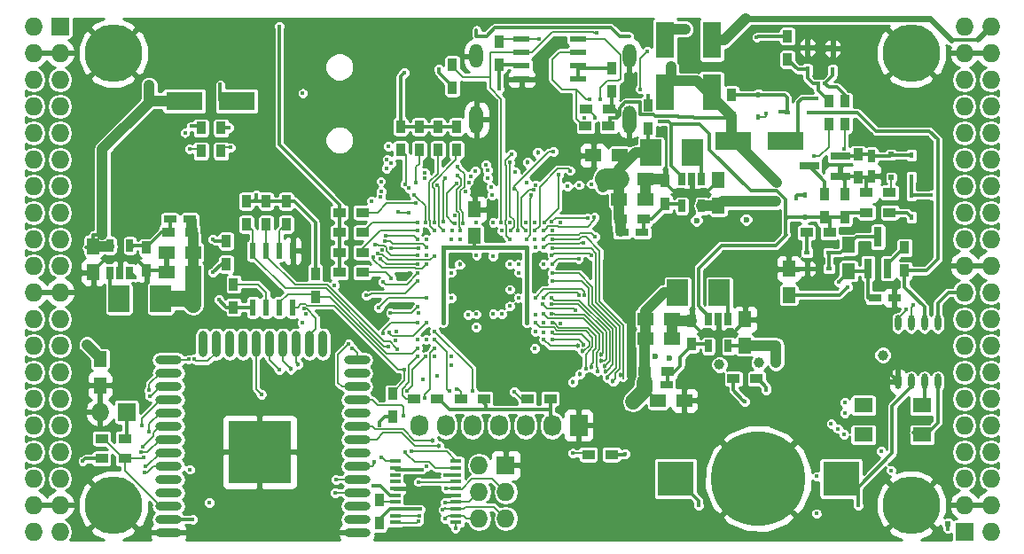
<source format=gbl>
G04 #@! TF.FileFunction,Copper,L4,Bot,Signal*
%FSLAX46Y46*%
G04 Gerber Fmt 4.6, Leading zero omitted, Abs format (unit mm)*
G04 Created by KiCad (PCBNEW 4.0.7+dfsg1-1) date Wed Oct  4 12:33:30 2017*
%MOMM*%
%LPD*%
G01*
G04 APERTURE LIST*
%ADD10C,0.100000*%
%ADD11R,1.800000X3.500000*%
%ADD12R,0.900000X1.200000*%
%ADD13R,2.000000X2.500000*%
%ADD14R,0.700000X1.200000*%
%ADD15R,1.250000X1.500000*%
%ADD16R,1.500000X1.250000*%
%ADD17O,0.609600X1.473200*%
%ADD18R,0.800000X1.900000*%
%ADD19R,1.900000X0.800000*%
%ADD20R,1.200000X0.750000*%
%ADD21R,0.750000X1.200000*%
%ADD22R,1.200000X0.900000*%
%ADD23R,0.600000X1.550000*%
%ADD24R,1.550000X0.600000*%
%ADD25O,2.500000X0.900000*%
%ADD26O,0.900000X2.500000*%
%ADD27R,6.000000X6.000000*%
%ADD28R,1.727200X1.727200*%
%ADD29O,1.727200X1.727200*%
%ADD30C,5.500000*%
%ADD31R,1.000000X0.400000*%
%ADD32R,0.500000X0.500000*%
%ADD33R,1.727200X2.032000*%
%ADD34O,1.727200X2.032000*%
%ADD35R,3.500000X3.300000*%
%ADD36C,9.000000*%
%ADD37O,1.300000X2.700000*%
%ADD38O,1.300000X2.300000*%
%ADD39R,1.800000X1.400000*%
%ADD40R,0.600000X0.450000*%
%ADD41R,0.450000X0.600000*%
%ADD42R,3.500000X1.800000*%
%ADD43C,0.400000*%
%ADD44C,1.000000*%
%ADD45C,0.600000*%
%ADD46C,0.454000*%
%ADD47C,0.300000*%
%ADD48C,1.000000*%
%ADD49C,0.190000*%
%ADD50C,0.600000*%
%ADD51C,0.500000*%
%ADD52C,2.000000*%
%ADD53C,1.500000*%
%ADD54C,0.400000*%
%ADD55C,0.200000*%
%ADD56C,0.254000*%
G04 APERTURE END LIST*
D10*
D11*
X155695000Y-69000000D03*
X155695000Y-64000000D03*
D12*
X154044000Y-72426000D03*
X154044000Y-70226000D03*
D13*
X160870000Y-88090000D03*
X156870000Y-88090000D03*
D14*
X159825000Y-90600000D03*
X160775000Y-90600000D03*
X161725000Y-90600000D03*
X161725000Y-93200000D03*
X159825000Y-93200000D03*
D13*
X158330000Y-74755000D03*
X154330000Y-74755000D03*
D14*
X157285000Y-77235000D03*
X158235000Y-77235000D03*
X159185000Y-77235000D03*
X159185000Y-79835000D03*
X157285000Y-79835000D03*
D13*
X103530000Y-88725000D03*
X107530000Y-88725000D03*
D14*
X104575000Y-86215000D03*
X103625000Y-86215000D03*
X102675000Y-86215000D03*
X102675000Y-83615000D03*
X104575000Y-83615000D03*
D15*
X101085000Y-83665000D03*
X101085000Y-86165000D03*
D16*
X153810000Y-90630000D03*
X156310000Y-90630000D03*
X153810000Y-92535000D03*
X156310000Y-92535000D03*
D15*
X163315000Y-93150000D03*
X163315000Y-90650000D03*
D16*
X151270000Y-79200000D03*
X153770000Y-79200000D03*
X151270000Y-77295000D03*
X153770000Y-77295000D03*
D15*
X160775000Y-79815000D03*
X160775000Y-77315000D03*
D16*
X110590000Y-84280000D03*
X108090000Y-84280000D03*
X110590000Y-86185000D03*
X108090000Y-86185000D03*
D17*
X181730000Y-96599000D03*
X180460000Y-96599000D03*
X179190000Y-96599000D03*
X177920000Y-96599000D03*
X177920000Y-91011000D03*
X179190000Y-91011000D03*
X180460000Y-91011000D03*
X181730000Y-91011000D03*
D15*
X173221000Y-86038000D03*
X173221000Y-83538000D03*
D18*
X176965000Y-85780000D03*
X175065000Y-85780000D03*
X176015000Y-82780000D03*
D19*
X172435000Y-75075000D03*
X172435000Y-76975000D03*
X169435000Y-76025000D03*
D20*
X153910000Y-96910000D03*
X155810000Y-96910000D03*
X151570000Y-82375000D03*
X153470000Y-82375000D03*
X110290000Y-81105000D03*
X108390000Y-81105000D03*
D21*
X175380000Y-75075000D03*
X175380000Y-76975000D03*
D22*
X169200000Y-82375000D03*
X171400000Y-82375000D03*
D12*
X172840000Y-80935000D03*
X172840000Y-78735000D03*
D22*
X177115000Y-80470000D03*
X174915000Y-80470000D03*
D12*
X174110000Y-74925000D03*
X174110000Y-77125000D03*
X178555000Y-83815000D03*
X178555000Y-86015000D03*
X113785000Y-83180000D03*
X113785000Y-85380000D03*
X170935000Y-80935000D03*
X170935000Y-78735000D03*
X128390000Y-107945000D03*
X128390000Y-110145000D03*
D22*
X150572000Y-103584000D03*
X148372000Y-103584000D03*
X177115000Y-78565000D03*
X174915000Y-78565000D03*
X153760000Y-95640000D03*
X155960000Y-95640000D03*
X110440000Y-82375000D03*
X108240000Y-82375000D03*
X151420000Y-81105000D03*
X153620000Y-81105000D03*
D12*
X158235000Y-90800000D03*
X158235000Y-93000000D03*
X106165000Y-86015000D03*
X106165000Y-83815000D03*
X155695000Y-77465000D03*
X155695000Y-79665000D03*
D22*
X126782000Y-86185000D03*
X124582000Y-86185000D03*
X126782000Y-84279000D03*
X124582000Y-84279000D03*
X126782000Y-82375000D03*
X124582000Y-82375000D03*
X126782000Y-80470000D03*
X124582000Y-80470000D03*
D12*
X130422000Y-74458000D03*
X130422000Y-72258000D03*
X132200000Y-74458000D03*
X132200000Y-72258000D03*
X133978000Y-74458000D03*
X133978000Y-72258000D03*
X135756000Y-74458000D03*
X135756000Y-72258000D03*
D23*
X116325000Y-84120000D03*
X117595000Y-84120000D03*
X118865000Y-84120000D03*
X120135000Y-84120000D03*
X120135000Y-89520000D03*
X118865000Y-89520000D03*
X117595000Y-89520000D03*
X116325000Y-89520000D03*
D20*
X175700000Y-88598000D03*
X177600000Y-88598000D03*
D24*
X141980000Y-67705000D03*
X141980000Y-66435000D03*
X141980000Y-65165000D03*
X141980000Y-63895000D03*
X147380000Y-63895000D03*
X147380000Y-65165000D03*
X147380000Y-66435000D03*
X147380000Y-67705000D03*
D25*
X126260434Y-111030338D03*
X126260434Y-109760338D03*
X126260434Y-108490338D03*
X126260434Y-107220338D03*
X126260434Y-105950338D03*
X126260434Y-104680338D03*
X126260434Y-103410338D03*
X126260434Y-102140338D03*
X126260434Y-100870338D03*
X126260434Y-99600338D03*
X126260434Y-98330338D03*
X126260434Y-97060338D03*
X126260434Y-95790338D03*
X126260434Y-94520338D03*
D26*
X122975434Y-93030338D03*
X121705434Y-93030338D03*
X120435434Y-93030338D03*
X119165434Y-93030338D03*
X117895434Y-93030338D03*
X116625434Y-93030338D03*
X115355434Y-93030338D03*
X114085434Y-93030338D03*
X112815434Y-93030338D03*
X111545434Y-93030338D03*
D25*
X108260434Y-94520338D03*
X108260434Y-95790338D03*
X108260434Y-97060338D03*
X108260434Y-98330338D03*
X108260434Y-99600338D03*
X108260434Y-100870338D03*
X108260434Y-102140338D03*
X108260434Y-103410338D03*
X108260434Y-104680338D03*
X108260434Y-105950338D03*
X108260434Y-107220338D03*
X108260434Y-108490338D03*
X108260434Y-109760338D03*
X108260434Y-111030338D03*
D27*
X116960434Y-103330338D03*
D28*
X97910000Y-62690000D03*
D29*
X95370000Y-62690000D03*
X97910000Y-65230000D03*
X95370000Y-65230000D03*
X97910000Y-67770000D03*
X95370000Y-67770000D03*
X97910000Y-70310000D03*
X95370000Y-70310000D03*
X97910000Y-72850000D03*
X95370000Y-72850000D03*
X97910000Y-75390000D03*
X95370000Y-75390000D03*
X97910000Y-77930000D03*
X95370000Y-77930000D03*
X97910000Y-80470000D03*
X95370000Y-80470000D03*
X97910000Y-83010000D03*
X95370000Y-83010000D03*
X97910000Y-85550000D03*
X95370000Y-85550000D03*
X97910000Y-88090000D03*
X95370000Y-88090000D03*
X97910000Y-90630000D03*
X95370000Y-90630000D03*
X97910000Y-93170000D03*
X95370000Y-93170000D03*
X97910000Y-95710000D03*
X95370000Y-95710000D03*
X97910000Y-98250000D03*
X95370000Y-98250000D03*
X97910000Y-100790000D03*
X95370000Y-100790000D03*
X97910000Y-103330000D03*
X95370000Y-103330000D03*
X97910000Y-105870000D03*
X95370000Y-105870000D03*
X97910000Y-108410000D03*
X95370000Y-108410000D03*
X97910000Y-110950000D03*
X95370000Y-110950000D03*
D28*
X184270000Y-110950000D03*
D29*
X186810000Y-110950000D03*
X184270000Y-108410000D03*
X186810000Y-108410000D03*
X184270000Y-105870000D03*
X186810000Y-105870000D03*
X184270000Y-103330000D03*
X186810000Y-103330000D03*
X184270000Y-100790000D03*
X186810000Y-100790000D03*
X184270000Y-98250000D03*
X186810000Y-98250000D03*
X184270000Y-95710000D03*
X186810000Y-95710000D03*
X184270000Y-93170000D03*
X186810000Y-93170000D03*
X184270000Y-90630000D03*
X186810000Y-90630000D03*
X184270000Y-88090000D03*
X186810000Y-88090000D03*
X184270000Y-85550000D03*
X186810000Y-85550000D03*
X184270000Y-83010000D03*
X186810000Y-83010000D03*
X184270000Y-80470000D03*
X186810000Y-80470000D03*
X184270000Y-77930000D03*
X186810000Y-77930000D03*
X184270000Y-75390000D03*
X186810000Y-75390000D03*
X184270000Y-72850000D03*
X186810000Y-72850000D03*
X184270000Y-70310000D03*
X186810000Y-70310000D03*
X184270000Y-67770000D03*
X186810000Y-67770000D03*
X184270000Y-65230000D03*
X186810000Y-65230000D03*
X184270000Y-62690000D03*
X186810000Y-62690000D03*
D30*
X102990000Y-108410000D03*
X179190000Y-108410000D03*
X179190000Y-65230000D03*
X102990000Y-65230000D03*
D12*
X162045000Y-71410000D03*
X162045000Y-69210000D03*
X139820000Y-66330000D03*
X139820000Y-64130000D03*
X135375000Y-68532000D03*
X135375000Y-66332000D03*
X150615000Y-68870000D03*
X150615000Y-66670000D03*
D22*
X150275000Y-72215000D03*
X148075000Y-72215000D03*
X150380000Y-70600000D03*
X148180000Y-70600000D03*
D31*
X135735000Y-104215000D03*
X135735000Y-104865000D03*
X135735000Y-105515000D03*
X135735000Y-106165000D03*
X135735000Y-106815000D03*
X135735000Y-107465000D03*
X135735000Y-108115000D03*
X135735000Y-108765000D03*
X135735000Y-109415000D03*
X135735000Y-110065000D03*
X129935000Y-110065000D03*
X129935000Y-109415000D03*
X129935000Y-108765000D03*
X129935000Y-108115000D03*
X129935000Y-107465000D03*
X129935000Y-106815000D03*
X129935000Y-106165000D03*
X129935000Y-105515000D03*
X129935000Y-104865000D03*
X129935000Y-104215000D03*
D12*
X119500000Y-79370000D03*
X119500000Y-81570000D03*
X114480000Y-89500000D03*
X114480000Y-87300000D03*
X129660000Y-99985000D03*
X129660000Y-97785000D03*
X117595000Y-79370000D03*
X117595000Y-81570000D03*
X122280000Y-86300000D03*
X122280000Y-88500000D03*
X115690000Y-79370000D03*
X115690000Y-81570000D03*
D22*
X144730000Y-98250000D03*
X142530000Y-98250000D03*
X138380000Y-98250000D03*
X136180000Y-98250000D03*
X133935000Y-98250000D03*
X131735000Y-98250000D03*
X101890000Y-103965000D03*
X104090000Y-103965000D03*
D28*
X104260000Y-99520000D03*
D29*
X101720000Y-99520000D03*
D22*
X101890000Y-102060000D03*
X104090000Y-102060000D03*
D15*
X167506000Y-88324000D03*
X167506000Y-85824000D03*
D22*
X164415000Y-96345000D03*
X162215000Y-96345000D03*
D12*
X167379000Y-65822000D03*
X167379000Y-63622000D03*
D28*
X140455000Y-104600000D03*
D29*
X137915000Y-104600000D03*
X140455000Y-107140000D03*
X137915000Y-107140000D03*
X140455000Y-109680000D03*
X137915000Y-109680000D03*
D16*
X155030000Y-98400000D03*
X157530000Y-98400000D03*
D15*
X137480000Y-82650000D03*
X137480000Y-80150000D03*
D16*
X151330000Y-75000000D03*
X148830000Y-75000000D03*
D15*
X101720000Y-94460000D03*
X101720000Y-96960000D03*
D12*
X113277000Y-74585000D03*
X113277000Y-72385000D03*
X111372000Y-74585000D03*
X111372000Y-72385000D03*
X172840000Y-72045000D03*
X172840000Y-69845000D03*
X171316000Y-72045000D03*
X171316000Y-69845000D03*
D32*
X182680000Y-110200000D03*
D33*
X147440000Y-100790000D03*
D34*
X144900000Y-100790000D03*
X142360000Y-100790000D03*
X139820000Y-100790000D03*
X137280000Y-100790000D03*
X134740000Y-100790000D03*
X132200000Y-100790000D03*
D35*
X172485000Y-105870000D03*
X156685000Y-105870000D03*
D36*
X164585000Y-105870000D03*
D37*
X152280000Y-71550000D03*
X137680000Y-71550000D03*
D38*
X137680000Y-65500000D03*
X152280000Y-65500000D03*
D39*
X180212000Y-98882000D03*
X174612000Y-98882000D03*
X174612000Y-101682000D03*
X180212000Y-101682000D03*
D32*
X177285000Y-74925000D03*
X177285000Y-77125000D03*
D40*
X169250000Y-84280000D03*
X171350000Y-84280000D03*
D41*
X179190000Y-80885000D03*
X179190000Y-78785000D03*
X169030000Y-80885000D03*
X169030000Y-78785000D03*
D40*
X171350000Y-85804000D03*
X169250000Y-85804000D03*
D41*
X179190000Y-77075000D03*
X179190000Y-74975000D03*
D40*
X167345000Y-70945000D03*
X169445000Y-70945000D03*
D41*
X164585000Y-69260000D03*
X164585000Y-71360000D03*
X169284000Y-66788000D03*
X169284000Y-64688000D03*
X171697000Y-66881000D03*
X171697000Y-64781000D03*
D42*
X109761000Y-69802000D03*
X114761000Y-69802000D03*
X167212000Y-73612000D03*
X162212000Y-73612000D03*
D11*
X160140000Y-64000000D03*
X160140000Y-69000000D03*
D43*
X139575609Y-69792857D03*
D44*
X116880503Y-64802940D03*
X106974809Y-64953974D03*
X175210328Y-64948943D03*
X165417246Y-64954666D03*
D43*
X175495631Y-71457432D03*
X146468970Y-70993942D03*
X144978424Y-71024054D03*
X143480350Y-71016526D03*
X142000564Y-71008511D03*
X113273209Y-99681387D03*
X147987361Y-71377791D03*
X144102010Y-84600000D03*
X132880424Y-84561218D03*
X135567436Y-80702302D03*
X132810347Y-82177990D03*
X145713035Y-91022010D03*
X145680000Y-94177990D03*
X177285000Y-95710000D03*
D44*
X177229911Y-82281349D03*
D43*
X170046000Y-85804000D03*
D45*
X164741832Y-81130572D03*
D43*
X120770000Y-72215000D03*
D45*
X161067993Y-81216119D03*
D44*
X158233687Y-94852616D03*
X162992748Y-94820185D03*
D45*
X156280000Y-81210838D03*
D43*
X131254529Y-86251357D03*
X140880000Y-81400000D03*
X136085174Y-89394826D03*
X145680000Y-81400000D03*
X120430000Y-97050000D03*
X150080000Y-81600000D03*
X131280000Y-89400000D03*
X133690245Y-94180159D03*
D46*
X139312644Y-91359700D03*
D43*
X140874194Y-91433353D03*
X145680000Y-85422010D03*
X135280000Y-95000000D03*
X135280000Y-94200000D03*
X142480000Y-94200000D03*
X140880000Y-93400000D03*
X139280000Y-93400000D03*
X137680000Y-93400000D03*
X136080000Y-93400000D03*
X136880000Y-92600000D03*
X135280000Y-92600000D03*
X132880000Y-91800000D03*
X132880000Y-93400000D03*
D46*
X141042859Y-86994997D03*
X139280000Y-87000000D03*
X136110990Y-86995403D03*
X139280000Y-88600000D03*
X137680000Y-87000000D03*
X136080000Y-84600000D03*
D44*
X156235582Y-66548363D03*
D43*
X127801946Y-106537732D03*
D44*
X166321614Y-77572282D03*
X166248957Y-79408030D03*
X101932065Y-82585048D03*
X106417803Y-68312483D03*
X166280000Y-94800000D03*
D43*
X112134000Y-108156000D03*
X150457224Y-71377791D03*
X172289562Y-87124051D03*
D44*
X157600000Y-62944000D03*
D43*
X139820000Y-68665673D03*
X128441330Y-100758313D03*
X172834633Y-99599920D03*
X172879922Y-98618650D03*
X176305593Y-103279812D03*
X165349214Y-97422919D03*
D44*
X160875897Y-94988750D03*
D43*
X164433885Y-63737451D03*
X148639876Y-77729346D03*
D44*
X149751640Y-78029346D03*
D43*
X134079160Y-66786153D03*
X109828000Y-72830000D03*
X116654336Y-78777990D03*
D44*
X176474303Y-94069095D03*
D43*
X173094000Y-87582000D03*
D44*
X100479904Y-93063904D03*
D45*
X163422030Y-81120665D03*
X154726292Y-94171363D03*
X156077107Y-94380779D03*
X158680000Y-81210838D03*
D43*
X112515000Y-83010000D03*
X181065000Y-78785000D03*
X110529662Y-109760338D03*
X110280000Y-105000000D03*
X100080000Y-104200000D03*
X113080000Y-88800000D03*
D44*
X164653770Y-94825547D03*
D43*
X137665894Y-91402446D03*
X135273306Y-88618602D03*
X139272517Y-84611349D03*
X137680556Y-84534085D03*
X141680000Y-86200000D03*
X135280000Y-86200000D03*
X132880000Y-92600000D03*
X132080000Y-92600000D03*
X141680000Y-88600000D03*
X141680000Y-85400000D03*
D44*
X152621047Y-98519969D03*
D43*
X136885174Y-90194826D03*
X140094890Y-90122990D03*
X139280000Y-90122990D03*
X140880000Y-89400000D03*
X137680000Y-90172990D03*
X140880000Y-87800000D03*
X140880000Y-85400000D03*
D46*
X136080000Y-85400000D03*
D43*
X121369010Y-90164222D03*
X130022933Y-91834237D03*
X121036481Y-91008234D03*
X129902064Y-92678248D03*
D44*
X110617371Y-89287199D03*
D43*
X142480000Y-91000000D03*
X142480000Y-83800000D03*
X134480000Y-83800000D03*
X134480000Y-91000000D03*
X105037711Y-86632990D03*
X155149360Y-71764535D03*
X121086654Y-69078528D03*
X170182962Y-69571012D03*
X174110000Y-108410000D03*
X158870000Y-108410000D03*
X134750646Y-106810513D03*
X137288700Y-97538741D03*
X133680000Y-91800000D03*
D46*
X134074414Y-102752225D03*
D43*
X134675868Y-108131585D03*
X135085458Y-97531790D03*
D46*
X133449289Y-102232615D03*
D43*
X133680000Y-92600000D03*
X127935466Y-104261259D03*
X132936956Y-104698915D03*
X134463998Y-108841973D03*
X132752670Y-98178920D03*
X133685668Y-93402482D03*
X134636872Y-109719950D03*
X130714529Y-99901000D03*
X131039363Y-97487286D03*
X132846234Y-94197073D03*
X118858690Y-62658970D03*
X130761990Y-67119621D03*
X148477832Y-69619684D03*
X149475951Y-69619684D03*
X148991194Y-71377791D03*
X153984196Y-65077116D03*
X153322343Y-68673419D03*
X143650666Y-63862520D03*
X178665908Y-89713903D03*
X149183754Y-63257114D03*
X179375977Y-89317806D03*
X140035989Y-81400000D03*
X128776655Y-87110882D03*
X132077895Y-86272150D03*
X117121665Y-97817265D03*
X118843798Y-95498222D03*
D46*
X119978162Y-95412951D03*
X120634035Y-94977604D03*
D43*
X113212238Y-68244401D03*
X166678914Y-70803555D03*
X146387166Y-77939336D03*
X147480000Y-77822010D03*
X131453853Y-103296209D03*
X144891634Y-91008466D03*
D46*
X148653935Y-95249010D03*
X149565978Y-94054788D03*
D43*
X144867244Y-90164455D03*
D46*
X150720500Y-96575802D03*
D43*
X144890381Y-83866022D03*
D46*
X151448039Y-95951686D03*
D43*
X144894101Y-83022010D03*
D46*
X150149219Y-96229829D03*
D43*
X144901285Y-86268736D03*
D46*
X150033441Y-95660469D03*
D43*
X144888562Y-86993817D03*
D46*
X149952517Y-95085120D03*
D43*
X144877648Y-88622010D03*
D46*
X149584522Y-94635504D03*
D43*
X144810610Y-89177990D03*
X144895773Y-91874444D03*
D46*
X147777713Y-93691005D03*
X147356233Y-93219138D03*
D43*
X144102010Y-92600000D03*
D46*
X147915304Y-93060979D03*
D43*
X144882352Y-92577990D03*
X130807074Y-95454141D03*
X130141304Y-93529144D03*
X132080000Y-93400000D03*
X129254670Y-93244631D03*
X133919980Y-96038729D03*
X141280000Y-97600000D03*
X132572818Y-96383863D03*
X135770000Y-97338127D03*
X132080000Y-94200000D03*
X128669601Y-84020243D03*
X105906712Y-103816552D03*
X129459184Y-90039192D03*
X132080000Y-89444020D03*
X130839486Y-103354982D03*
X128602801Y-103831529D03*
X132162861Y-106185868D03*
X128321313Y-89539949D03*
X132880000Y-88600000D03*
X127145130Y-88379076D03*
X124253981Y-105982535D03*
X132080000Y-87000000D03*
X125827283Y-93452662D03*
X124202418Y-107207639D03*
D46*
X142530990Y-75662841D03*
X143525587Y-74749772D03*
D43*
X110313517Y-74380698D03*
X132146108Y-109940263D03*
X114166000Y-74247000D03*
X132189000Y-109415000D03*
X135567436Y-81489225D03*
X135767546Y-77648547D03*
X134702010Y-77200000D03*
X134471354Y-81347908D03*
X132761172Y-77202673D03*
X132737245Y-76676207D03*
X128545566Y-77476577D03*
X127643658Y-79355564D03*
X110718734Y-94451783D03*
X128515897Y-78994176D03*
X110193102Y-94489889D03*
X128569727Y-78469921D03*
X106412639Y-97453606D03*
X131230910Y-78113843D03*
X106479997Y-97976296D03*
X131709326Y-78745875D03*
X132783332Y-81399993D03*
X129016746Y-82660638D03*
X105679715Y-100783924D03*
X132084821Y-83022010D03*
X128948848Y-83183258D03*
X106401171Y-101377901D03*
X132886504Y-83777990D03*
X129513931Y-83860979D03*
X105803161Y-102850427D03*
X132117443Y-83866021D03*
X127966259Y-83527946D03*
X105651866Y-103355255D03*
X132079996Y-84503337D03*
X128256283Y-84387285D03*
X106023598Y-104697574D03*
X133671942Y-84595200D03*
X127824162Y-84688968D03*
X105973679Y-105248709D03*
X132875802Y-85428138D03*
D46*
X146862501Y-96617499D03*
X147534467Y-95913260D03*
D43*
X148102806Y-95339021D03*
X143280000Y-91000000D03*
X149207706Y-95605291D03*
X144082424Y-90132858D03*
X143989948Y-89177990D03*
X147125926Y-89802879D03*
X143281824Y-90201951D03*
X144102010Y-85397219D03*
X147422472Y-84858593D03*
X144886544Y-85385186D03*
X144102010Y-83000000D03*
X148975652Y-82755341D03*
X144885092Y-82177990D03*
X147470668Y-88324835D03*
X144082832Y-88584510D03*
X147997681Y-88324844D03*
X143278026Y-88595030D03*
X144102010Y-82185600D03*
X148935852Y-80899014D03*
X148337768Y-80975785D03*
X144866392Y-81333979D03*
X139280000Y-81400000D03*
X139145358Y-78809170D03*
X139040624Y-78036724D03*
X138723613Y-77165705D03*
X138593844Y-75910161D03*
X138716105Y-76425854D03*
X137680000Y-81400000D03*
X137538026Y-76510532D03*
X137116016Y-76974740D03*
X136928568Y-77562978D03*
X136634118Y-78451672D03*
X135830689Y-76094515D03*
X136411444Y-81497309D03*
X148668800Y-84550385D03*
X144877691Y-84532933D03*
X144102010Y-83800000D03*
X147894174Y-83335809D03*
X142851623Y-78759750D03*
X142473549Y-82998913D03*
X143105106Y-78295223D03*
X142396423Y-82191394D03*
X145494012Y-76834828D03*
X144146021Y-81374784D03*
X143331797Y-77819457D03*
X146627648Y-76461302D03*
X143257990Y-82207154D03*
X143257990Y-81379632D03*
X145017056Y-74655847D03*
X141318978Y-78199263D03*
X141657990Y-82130345D03*
X142413979Y-81382236D03*
X140080000Y-82200000D03*
X141342967Y-76554996D03*
X141046643Y-74873804D03*
X140864029Y-83041403D03*
X140890207Y-75681941D03*
X140924011Y-82179283D03*
X129542604Y-86703515D03*
X132880000Y-83022010D03*
X132080000Y-82177990D03*
X132080000Y-81400000D03*
X131847310Y-79589886D03*
X130856828Y-77742623D03*
X131923295Y-77584853D03*
X133654358Y-82177990D03*
X133627343Y-81396408D03*
X129336756Y-91938993D03*
X132880000Y-91000000D03*
X128770628Y-92009836D03*
X132077648Y-90977990D03*
X130196821Y-80377733D03*
X131180000Y-80500000D03*
X128489708Y-84867377D03*
X132079620Y-85428138D03*
X165326966Y-71026598D03*
X134501414Y-82177578D03*
X133922194Y-77854836D03*
X135656559Y-110610712D03*
X132448438Y-104994496D03*
X146844288Y-103452739D03*
X134707351Y-105508447D03*
X132280000Y-108800000D03*
X112515000Y-86185000D03*
X163277422Y-98501717D03*
X170126036Y-109212466D03*
X170157734Y-105666345D03*
X169895346Y-75092988D03*
X143257990Y-83000000D03*
X168166438Y-79108038D03*
X151896383Y-103510715D03*
X114039000Y-72342000D03*
X110483000Y-72215000D03*
X177274002Y-105079115D03*
X143258015Y-93423150D03*
X172761273Y-101651681D03*
X143280000Y-91800000D03*
X172193360Y-101105663D03*
X144064831Y-91877646D03*
X171540304Y-100645743D03*
X144080000Y-91000000D03*
X154044000Y-69294000D03*
X129061632Y-76229575D03*
X135280000Y-83022010D03*
X129493343Y-75737814D03*
X136080000Y-83000000D03*
X129122249Y-75363607D03*
X135345425Y-82176814D03*
X129252218Y-74142461D03*
X135830698Y-76905381D03*
X136080000Y-82200000D03*
X172746637Y-74347988D03*
X143280000Y-83800000D03*
X142480000Y-77600000D03*
X170300000Y-68151000D03*
X170950000Y-68125562D03*
X125480000Y-93000000D03*
X121206217Y-89662983D03*
X132156079Y-90030946D03*
X182654362Y-110665838D03*
X124080000Y-87400000D03*
X124080000Y-87400000D03*
D47*
X138630000Y-63600000D02*
X139449896Y-62780104D01*
X137680000Y-63000000D02*
X137680000Y-63600000D01*
X150510104Y-62780104D02*
X151330000Y-63600000D01*
X137680000Y-63600000D02*
X138630000Y-63600000D01*
X139449896Y-62780104D02*
X150510104Y-62780104D01*
X151330000Y-63600000D02*
X152280000Y-63600000D01*
X137822857Y-69792857D02*
X139292767Y-69792857D01*
X137680000Y-69650000D02*
X137822857Y-69792857D01*
X139292767Y-69792857D02*
X139575609Y-69792857D01*
X132202804Y-107453326D02*
X131572496Y-106823018D01*
X135747661Y-107453326D02*
X132202804Y-107453326D01*
X131572496Y-106823018D02*
X129919874Y-106823018D01*
X175042385Y-64781000D02*
X175210328Y-64948943D01*
X171697000Y-64781000D02*
X175042385Y-64781000D01*
X165683912Y-64688000D02*
X165417246Y-64954666D01*
X169284000Y-64688000D02*
X165683912Y-64688000D01*
X169284000Y-64688000D02*
X171604000Y-64688000D01*
X171604000Y-64688000D02*
X171697000Y-64781000D01*
X177285000Y-95710000D02*
X177285000Y-95964000D01*
X177285000Y-95964000D02*
X177920000Y-96599000D01*
X167506000Y-85824000D02*
X169230000Y-85824000D01*
X169230000Y-85824000D02*
X169250000Y-85804000D01*
X169250000Y-85804000D02*
X170046000Y-85804000D01*
X102210000Y-84915000D02*
X103625000Y-84915000D01*
X103625000Y-84915000D02*
X105215000Y-84915000D01*
X103625000Y-86215000D02*
X103625000Y-84915000D01*
X105215000Y-84915000D02*
X106165000Y-85865000D01*
X106165000Y-85865000D02*
X106165000Y-86015000D01*
X101085000Y-86165000D02*
X101085000Y-86040000D01*
X101085000Y-86040000D02*
X102210000Y-84915000D01*
X106165000Y-86015000D02*
X107920000Y-86015000D01*
X107920000Y-86015000D02*
X108090000Y-86185000D01*
X139085645Y-91132701D02*
X139312644Y-91359700D01*
X138480000Y-89400000D02*
X138480000Y-90527056D01*
X139280000Y-88600000D02*
X138480000Y-89400000D01*
X138480000Y-90527056D02*
X139085645Y-91132701D01*
D48*
X153770000Y-77295000D02*
X155525000Y-77295000D01*
D47*
X155525000Y-77295000D02*
X155695000Y-77465000D01*
D48*
X153770000Y-79200000D02*
X153770000Y-77295000D01*
D47*
X174110000Y-77125000D02*
X174745000Y-77125000D01*
X174745000Y-77125000D02*
X175230000Y-77125000D01*
X174915000Y-78565000D02*
X174915000Y-77295000D01*
X174915000Y-77295000D02*
X174745000Y-77125000D01*
X172840000Y-78735000D02*
X172840000Y-77380000D01*
X172840000Y-77380000D02*
X172435000Y-76975000D01*
X175230000Y-77125000D02*
X175380000Y-76975000D01*
X172435000Y-76975000D02*
X173960000Y-76975000D01*
X173960000Y-76975000D02*
X174110000Y-77125000D01*
X137680000Y-86200000D02*
X137680000Y-86600000D01*
X136080000Y-84600000D02*
X137680000Y-86200000D01*
X159850000Y-78365000D02*
X158235000Y-78365000D01*
X158235000Y-78365000D02*
X156445000Y-78365000D01*
X158235000Y-77235000D02*
X158235000Y-78365000D01*
X160775000Y-77315000D02*
X160775000Y-77440000D01*
X160775000Y-77440000D02*
X159850000Y-78365000D01*
X156445000Y-78365000D02*
X155695000Y-77615000D01*
X155695000Y-77615000D02*
X155695000Y-77465000D01*
D48*
X156310000Y-90630000D02*
X156310000Y-92535000D01*
X158235000Y-90800000D02*
X156480000Y-90800000D01*
D47*
X156480000Y-90800000D02*
X156310000Y-90630000D01*
X163315000Y-90650000D02*
X163315000Y-90834602D01*
X163315000Y-90834602D02*
X162249602Y-91900000D01*
X162249602Y-91900000D02*
X160775000Y-91900000D01*
X101085000Y-86165000D02*
X101085000Y-85929893D01*
X106165000Y-85944374D02*
X106165000Y-86015000D01*
X159185000Y-91900000D02*
X160775000Y-91900000D01*
X160775000Y-90600000D02*
X160775000Y-91900000D01*
X158235000Y-90800000D02*
X158235000Y-90950000D01*
X158235000Y-90950000D02*
X159185000Y-91900000D01*
X108090000Y-84280000D02*
X108090000Y-86185000D01*
X107625000Y-84745000D02*
X108090000Y-84280000D01*
X108070000Y-84260000D02*
X108090000Y-84280000D01*
X141037856Y-87000000D02*
X141042859Y-86994997D01*
X139280000Y-87000000D02*
X141037856Y-87000000D01*
X136432016Y-86995403D02*
X136110990Y-86995403D01*
X137284597Y-86995403D02*
X136432016Y-86995403D01*
X137680000Y-86600000D02*
X137284597Y-86995403D01*
X137680000Y-86600000D02*
X137680000Y-87000000D01*
D49*
X138029000Y-66332000D02*
X138115000Y-66246000D01*
D47*
X160140000Y-69000000D02*
X160140000Y-69850000D01*
X160140000Y-69850000D02*
X161700000Y-71410000D01*
X161700000Y-71410000D02*
X162045000Y-71410000D01*
D48*
X162045000Y-71410000D02*
X162045000Y-71260000D01*
X156235582Y-67716832D02*
X156235582Y-66548363D01*
X162045000Y-71260000D02*
X158681338Y-67896338D01*
X158681338Y-67896338D02*
X156415088Y-67896338D01*
X156415088Y-67896338D02*
X156235582Y-67716832D01*
D47*
X156235582Y-66578582D02*
X156235582Y-66548363D01*
X128084788Y-106537732D02*
X127801946Y-106537732D01*
X128531334Y-106537732D02*
X128084788Y-106537732D01*
X129458602Y-107465000D02*
X128531334Y-106537732D01*
X129935000Y-107465000D02*
X129458602Y-107465000D01*
D48*
X162045000Y-73295668D02*
X165821615Y-77072283D01*
X162045000Y-71410000D02*
X162045000Y-73295668D01*
X165821615Y-77072283D02*
X166321614Y-77572282D01*
X160790000Y-79800000D02*
X161181970Y-79408030D01*
X161181970Y-79408030D02*
X165541851Y-79408030D01*
X165541851Y-79408030D02*
X166248957Y-79408030D01*
D47*
X101085000Y-82615000D02*
X101114952Y-82585048D01*
X101114952Y-82585048D02*
X101224959Y-82585048D01*
X101085000Y-83665000D02*
X101085000Y-82615000D01*
D48*
X101932065Y-81877942D02*
X101932065Y-82585048D01*
X101932065Y-74415935D02*
X101932065Y-81877942D01*
X106407114Y-69940886D02*
X101932065Y-74415935D01*
D47*
X101224959Y-82585048D02*
X101932065Y-82585048D01*
X151080000Y-71400000D02*
X151352990Y-71127010D01*
X158407951Y-71315988D02*
X158501963Y-71410000D01*
X151352990Y-71127010D02*
X151352990Y-70466020D01*
X153372399Y-71103001D02*
X154568521Y-71103001D01*
X158501963Y-71410000D02*
X162045000Y-71410000D01*
X151352990Y-70466020D02*
X151896020Y-69922990D01*
X153316999Y-69896923D02*
X153316999Y-71047601D01*
X156924522Y-71275510D02*
X156965000Y-71315988D01*
X151896020Y-69922990D02*
X152557010Y-69922990D01*
X152557010Y-69922990D02*
X152583077Y-69896923D01*
X152583077Y-69896923D02*
X153316999Y-69896923D01*
X156965000Y-71315988D02*
X158407951Y-71315988D01*
X153316999Y-71047601D02*
X153372399Y-71103001D01*
X154568521Y-71103001D02*
X154741030Y-71275510D01*
X154741030Y-71275510D02*
X156924522Y-71275510D01*
D48*
X106417803Y-69019589D02*
X106417803Y-68312483D01*
X106417803Y-69930197D02*
X106417803Y-69019589D01*
X106407114Y-69940886D02*
X106417803Y-69930197D01*
X166280000Y-93150000D02*
X166280000Y-94800000D01*
D47*
X110610000Y-69548000D02*
X110610000Y-69802000D01*
X150457224Y-71377791D02*
X150457224Y-72032776D01*
X150457224Y-72032776D02*
X150275000Y-72215000D01*
D48*
X109975000Y-69802000D02*
X106546000Y-69802000D01*
X106546000Y-69802000D02*
X106419000Y-69929000D01*
D47*
X162045000Y-71753000D02*
X162045000Y-71410000D01*
X151057791Y-71377791D02*
X150740066Y-71377791D01*
X150740066Y-71377791D02*
X150457224Y-71377791D01*
X151080000Y-71400000D02*
X151057791Y-71377791D01*
X172289562Y-87094438D02*
X172289562Y-87124051D01*
X173221000Y-86163000D02*
X172289562Y-87094438D01*
X173221000Y-86038000D02*
X173221000Y-86163000D01*
X175065000Y-88598000D02*
X175065000Y-85780000D01*
X175700000Y-88598000D02*
X175065000Y-88598000D01*
D48*
X106419000Y-69929000D02*
X106407114Y-69940886D01*
D47*
X106419000Y-69675000D02*
X106419000Y-69929000D01*
X100572432Y-83665000D02*
X100424079Y-83813353D01*
X101085000Y-83665000D02*
X100572432Y-83665000D01*
X160790000Y-79800000D02*
X160775000Y-79815000D01*
D48*
X163315000Y-93150000D02*
X166280000Y-93150000D01*
D47*
X160775000Y-79940000D02*
X160775000Y-79815000D01*
X164925000Y-93150000D02*
X164240000Y-93150000D01*
X164240000Y-93150000D02*
X163315000Y-93150000D01*
X101085000Y-83665000D02*
X101085000Y-83790000D01*
X151080000Y-71400000D02*
X151080000Y-70838120D01*
X151080000Y-70838120D02*
X150615000Y-70373120D01*
X150615000Y-70373120D02*
X150615000Y-69995990D01*
X150615000Y-69995990D02*
X150615000Y-68870000D01*
D48*
X159185000Y-79835000D02*
X160755000Y-79835000D01*
D47*
X160755000Y-79835000D02*
X160775000Y-79815000D01*
X161725000Y-93200000D02*
X163265000Y-93200000D01*
X163265000Y-93200000D02*
X163315000Y-93150000D01*
X173221000Y-86038000D02*
X174807000Y-86038000D01*
X174807000Y-86038000D02*
X175065000Y-85780000D01*
D48*
X101085000Y-83665000D02*
X102625000Y-83665000D01*
D47*
X102625000Y-83665000D02*
X102675000Y-83615000D01*
X155695000Y-64000000D02*
X155695000Y-63368337D01*
X155695000Y-63368337D02*
X156119337Y-62944000D01*
D48*
X156119337Y-62944000D02*
X157600000Y-62944000D01*
X160140000Y-64000000D02*
X161340000Y-64000000D01*
X161340000Y-64000000D02*
X163399217Y-61940783D01*
D50*
X163399217Y-61940783D02*
X180980783Y-61940783D01*
D51*
X185540000Y-63960000D02*
X186810000Y-62690000D01*
D50*
X180980783Y-61940783D02*
X183000000Y-63960000D01*
D47*
X183000000Y-63960000D02*
X185540000Y-63960000D01*
X139820000Y-66330000D02*
X139820000Y-68665673D01*
X128441330Y-100475471D02*
X128441330Y-100758313D01*
X128441330Y-100453670D02*
X128441330Y-100475471D01*
X128910000Y-99985000D02*
X128441330Y-100453670D01*
X129660000Y-99985000D02*
X128910000Y-99985000D01*
X165349214Y-97129214D02*
X165349214Y-97422919D01*
X164565000Y-96345000D02*
X165349214Y-97129214D01*
X164415000Y-96345000D02*
X164565000Y-96345000D01*
X164549336Y-63622000D02*
X164433885Y-63737451D01*
X167379000Y-63622000D02*
X164549336Y-63622000D01*
D48*
X149784145Y-77289735D02*
X149751640Y-77322240D01*
X149751640Y-77322240D02*
X149751640Y-78029346D01*
X149993577Y-77289735D02*
X149784145Y-77289735D01*
D47*
X134079160Y-67068995D02*
X134079160Y-66786153D01*
X134079160Y-67086160D02*
X134079160Y-67068995D01*
X135375000Y-68382000D02*
X134079160Y-67086160D01*
X135375000Y-68532000D02*
X135375000Y-68382000D01*
X154044000Y-72426000D02*
X154044000Y-74469000D01*
X154044000Y-74469000D02*
X154330000Y-74755000D01*
X116654336Y-79155664D02*
X116654336Y-79060832D01*
X115690000Y-79370000D02*
X116440000Y-79370000D01*
X116440000Y-79370000D02*
X116654336Y-79155664D01*
X116654336Y-79060832D02*
X116654336Y-78777990D01*
X181730000Y-89106000D02*
X182746000Y-88090000D01*
X182746000Y-88090000D02*
X184270000Y-88090000D01*
X181730000Y-91011000D02*
X181730000Y-89106000D01*
X172352000Y-88324000D02*
X173094000Y-87582000D01*
X167506000Y-88324000D02*
X172352000Y-88324000D01*
X100479904Y-93094904D02*
X100479904Y-93063904D01*
D48*
X101720000Y-94335000D02*
X100479904Y-93094904D01*
D47*
X101720000Y-94460000D02*
X101720000Y-94335000D01*
X151330000Y-75000000D02*
X151330000Y-77235000D01*
X151330000Y-77235000D02*
X151270000Y-77295000D01*
X138380000Y-98250000D02*
X138380000Y-98686358D01*
X138380000Y-98686358D02*
X138550000Y-98856358D01*
X138550000Y-98856358D02*
X138550000Y-99266000D01*
X135101000Y-99266000D02*
X138550000Y-99266000D01*
X138550000Y-99266000D02*
X144730000Y-99266000D01*
X144730000Y-98250000D02*
X144730000Y-99266000D01*
X144730000Y-99266000D02*
X144730000Y-99400000D01*
X133935000Y-98250000D02*
X134085000Y-98250000D01*
X134085000Y-98250000D02*
X135101000Y-99266000D01*
X144730000Y-99400000D02*
X144730000Y-100620000D01*
X113785000Y-83180000D02*
X112685000Y-83180000D01*
X112685000Y-83180000D02*
X112515000Y-83010000D01*
X122280000Y-86300000D02*
X122280000Y-81400000D01*
X122280000Y-81400000D02*
X120250000Y-79370000D01*
X120250000Y-79370000D02*
X119500000Y-79370000D01*
X179190000Y-78785000D02*
X181065000Y-78785000D01*
X108260434Y-109760338D02*
X110529662Y-109760338D01*
X179190000Y-77075000D02*
X179190000Y-78785000D01*
X100315000Y-103965000D02*
X100080000Y-104200000D01*
X101890000Y-103965000D02*
X100315000Y-103965000D01*
X117595000Y-79370000D02*
X119500000Y-79370000D01*
X115690000Y-79370000D02*
X117595000Y-79370000D01*
X114480000Y-89500000D02*
X113780000Y-89500000D01*
X113780000Y-89500000D02*
X113080000Y-88800000D01*
X114480000Y-89500000D02*
X116305000Y-89500000D01*
X116305000Y-89500000D02*
X116325000Y-89520000D01*
X144900000Y-98250000D02*
X144730000Y-98250000D01*
X138380000Y-98250000D02*
X138530000Y-98250000D01*
X144730000Y-100620000D02*
X144900000Y-100790000D01*
X139820000Y-66330000D02*
X141875000Y-66330000D01*
X141875000Y-66330000D02*
X141980000Y-66435000D01*
D48*
X151270000Y-77295000D02*
X151264735Y-77289735D01*
D52*
X151264735Y-77289735D02*
X149993577Y-77289735D01*
D48*
X151270000Y-77295000D02*
X151270000Y-76370000D01*
D47*
X152885000Y-74755000D02*
X153030000Y-74755000D01*
D48*
X151270000Y-76370000D02*
X152885000Y-74755000D01*
X153030000Y-74755000D02*
X154330000Y-74755000D01*
X151420000Y-81105000D02*
X151420000Y-82225000D01*
D47*
X151420000Y-82225000D02*
X151570000Y-82375000D01*
D48*
X151270000Y-79200000D02*
X151270000Y-80955000D01*
D47*
X151270000Y-80955000D02*
X151420000Y-81105000D01*
D48*
X151270000Y-77295000D02*
X151270000Y-79200000D01*
D47*
X151790000Y-76775000D02*
X151270000Y-77295000D01*
X160870000Y-88090000D02*
X161725000Y-88945000D01*
X161725000Y-88945000D02*
X161725000Y-90600000D01*
X159185000Y-77235000D02*
X159185000Y-75610000D01*
X159185000Y-75610000D02*
X158330000Y-74755000D01*
X155030000Y-98400000D02*
X154905000Y-98400000D01*
X154905000Y-98400000D02*
X153733519Y-97228519D01*
X153733519Y-97228519D02*
X153733519Y-96686345D01*
D48*
X153701005Y-95301005D02*
X153810000Y-95410000D01*
X153701005Y-92643995D02*
X153701005Y-95301005D01*
X153810000Y-92535000D02*
X153701005Y-92643995D01*
D47*
X153810000Y-95410000D02*
X154110000Y-95710000D01*
X154110000Y-95710000D02*
X154110000Y-96385000D01*
D53*
X153121046Y-98019970D02*
X152621047Y-98519969D01*
X153733519Y-97407497D02*
X153121046Y-98019970D01*
X153733519Y-96686345D02*
X153733519Y-97407497D01*
D48*
X156870000Y-88090000D02*
X155570000Y-88090000D01*
X155570000Y-88090000D02*
X153810000Y-89850000D01*
X153810000Y-89850000D02*
X153810000Y-90630000D01*
X153810000Y-92535000D02*
X153810000Y-90630000D01*
D47*
X153695000Y-90515000D02*
X153810000Y-90630000D01*
X156010000Y-95710000D02*
X156524914Y-95710000D01*
X156524914Y-95710000D02*
X157145126Y-95089788D01*
X157145126Y-95089788D02*
X157145126Y-94239874D01*
X157145126Y-94239874D02*
X158235000Y-93150000D01*
X158235000Y-93150000D02*
X158235000Y-93000000D01*
X155960000Y-95640000D02*
X155960000Y-96760000D01*
X155960000Y-96760000D02*
X155810000Y-96910000D01*
X158235000Y-93000000D02*
X159625000Y-93000000D01*
X159625000Y-93000000D02*
X159825000Y-93200000D01*
D54*
X134480000Y-83800000D02*
X137480000Y-83800000D01*
D47*
X137480000Y-82650000D02*
X137480000Y-83800000D01*
D54*
X137480000Y-83800000D02*
X142480000Y-83800000D01*
D53*
X110055172Y-88725000D02*
X107530000Y-88725000D01*
X110617371Y-89287199D02*
X110055172Y-88725000D01*
D47*
X110590000Y-89259828D02*
X110617371Y-89287199D01*
D53*
X110590000Y-86185000D02*
X110590000Y-89259828D01*
D54*
X142480000Y-83800000D02*
X142480000Y-91000000D01*
X134480000Y-91000000D02*
X134480000Y-83800000D01*
D48*
X110440000Y-82375000D02*
X110440000Y-81255000D01*
D47*
X110440000Y-81255000D02*
X110290000Y-81105000D01*
D48*
X110590000Y-84280000D02*
X110590000Y-82525000D01*
D47*
X110590000Y-82525000D02*
X110440000Y-82375000D01*
D48*
X110590000Y-86185000D02*
X110590000Y-84280000D01*
D47*
X110070000Y-86705000D02*
X110590000Y-86185000D01*
X102675000Y-86215000D02*
X102675000Y-87870000D01*
X102675000Y-87870000D02*
X103530000Y-88725000D01*
X156280000Y-72000000D02*
X159003987Y-72000000D01*
X159003987Y-72000000D02*
X159926293Y-72922306D01*
X159926293Y-72922306D02*
X159926293Y-74478638D01*
X159926293Y-74478638D02*
X163850815Y-78403160D01*
X167183550Y-79228973D02*
X167183550Y-81105000D01*
X163850815Y-78403160D02*
X166357737Y-78403160D01*
X166357737Y-78403160D02*
X167183550Y-79228973D01*
X104619721Y-86215000D02*
X104837712Y-86432991D01*
X104575000Y-86215000D02*
X104619721Y-86215000D01*
X104837712Y-86432991D02*
X105037711Y-86632990D01*
X156280000Y-72000000D02*
X156044535Y-71764535D01*
X156044535Y-71764535D02*
X155432202Y-71764535D01*
X155432202Y-71764535D02*
X155149360Y-71764535D01*
X167183550Y-81105000D02*
X167183550Y-82518550D01*
X169030000Y-80885000D02*
X167403550Y-80885000D01*
X167403550Y-80885000D02*
X167183550Y-81105000D01*
X166265000Y-83600000D02*
X167265000Y-82600000D01*
X167183550Y-82518550D02*
X167265000Y-82600000D01*
X156280000Y-75980000D02*
X156280000Y-72000000D01*
X157285000Y-77235000D02*
X157285000Y-76985000D01*
X157285000Y-76985000D02*
X156280000Y-75980000D01*
X159825000Y-90600000D02*
X159825000Y-90345000D01*
X159825000Y-90345000D02*
X158880000Y-89400000D01*
X158880000Y-89400000D02*
X158880000Y-85800000D01*
X158880000Y-85800000D02*
X161080000Y-83600000D01*
X161080000Y-83600000D02*
X166265000Y-83600000D01*
X168980000Y-80885000D02*
X169030000Y-80885000D01*
X169030000Y-80885000D02*
X170885000Y-80885000D01*
X170885000Y-80885000D02*
X170935000Y-80935000D01*
X170935000Y-80935000D02*
X171570000Y-80935000D01*
X171570000Y-80935000D02*
X172840000Y-80935000D01*
X171400000Y-82375000D02*
X171400000Y-81105000D01*
X171400000Y-81105000D02*
X171570000Y-80935000D01*
X174915000Y-80470000D02*
X173305000Y-80470000D01*
X173305000Y-80470000D02*
X172840000Y-80935000D01*
X153620000Y-81105000D02*
X154432087Y-81105000D01*
X154432087Y-81105000D02*
X155695000Y-79842087D01*
X155695000Y-79842087D02*
X155695000Y-79665000D01*
X153620000Y-81105000D02*
X153620000Y-82225000D01*
X153620000Y-82225000D02*
X153470000Y-82375000D01*
X155695000Y-79665000D02*
X157115000Y-79665000D01*
X157115000Y-79665000D02*
X157285000Y-79835000D01*
X155525000Y-79835000D02*
X155695000Y-79665000D01*
X108240000Y-82375000D02*
X107605000Y-82375000D01*
X107605000Y-82375000D02*
X106165000Y-83815000D01*
X104575000Y-83615000D02*
X105965000Y-83615000D01*
X105965000Y-83615000D02*
X106165000Y-83815000D01*
X104775000Y-83815000D02*
X104575000Y-83615000D01*
X108070000Y-82545000D02*
X108240000Y-82375000D01*
X108390000Y-81105000D02*
X108390000Y-82225000D01*
X108390000Y-82225000D02*
X108240000Y-82375000D01*
X168141000Y-73485000D02*
X168402683Y-73223317D01*
X168402683Y-73223317D02*
X168402683Y-69932420D01*
X168402683Y-69932420D02*
X168764091Y-69571012D01*
X168764091Y-69571012D02*
X169900120Y-69571012D01*
X169900120Y-69571012D02*
X170182962Y-69571012D01*
X174110000Y-108410000D02*
X174110000Y-106705962D01*
X174110000Y-106705962D02*
X177385633Y-103430329D01*
X177385633Y-103430329D02*
X177385633Y-98913976D01*
X177385633Y-98913976D02*
X179190000Y-97109609D01*
X179190000Y-97109609D02*
X179190000Y-96599000D01*
X158870000Y-108410000D02*
X158870000Y-107955000D01*
X156785000Y-105870000D02*
X156685000Y-105870000D01*
X158870000Y-107955000D02*
X156785000Y-105870000D01*
D49*
X137254415Y-105873269D02*
X139188269Y-105873269D01*
X139188269Y-105873269D02*
X140455000Y-107140000D01*
X135735000Y-106856777D02*
X135718950Y-106872827D01*
X135718950Y-106872827D02*
X135656636Y-106810513D01*
X135656636Y-106810513D02*
X135033488Y-106810513D01*
X135033488Y-106810513D02*
X134750646Y-106810513D01*
X137254415Y-105873269D02*
X136254857Y-106872827D01*
X135735000Y-106815000D02*
X135735000Y-106856777D01*
X136254857Y-106872827D02*
X135718950Y-106872827D01*
X131793914Y-102752225D02*
X133753388Y-102752225D01*
X130542027Y-101500338D02*
X131793914Y-102752225D01*
X128791195Y-101500338D02*
X130542027Y-101500338D01*
X128151195Y-102140338D02*
X128791195Y-101500338D01*
X133753388Y-102752225D02*
X134074414Y-102752225D01*
X126260434Y-102140338D02*
X128151195Y-102140338D01*
X137288700Y-97255899D02*
X137288700Y-97538741D01*
X137288700Y-95408700D02*
X137288700Y-97255899D01*
X133680000Y-91800000D02*
X137288700Y-95408700D01*
X135735000Y-108115000D02*
X136940000Y-108115000D01*
X136940000Y-108115000D02*
X137915000Y-107140000D01*
X135644172Y-108131585D02*
X134958710Y-108131585D01*
X134958710Y-108131585D02*
X134675868Y-108131585D01*
X135669098Y-108106659D02*
X135644172Y-108131585D01*
X135726659Y-108106659D02*
X135669098Y-108106659D01*
X135735000Y-108115000D02*
X135726659Y-108106659D01*
X133449289Y-102232615D02*
X131722624Y-102232615D01*
X131722624Y-102232615D02*
X130670332Y-101180323D01*
X130670332Y-101180323D02*
X128010419Y-101180323D01*
X128010419Y-101180323D02*
X127700434Y-100870338D01*
X127700434Y-100870338D02*
X126260434Y-100870338D01*
X134856098Y-97302430D02*
X134885459Y-97331791D01*
X134856098Y-93776098D02*
X134856098Y-97302430D01*
X133680000Y-92600000D02*
X134856098Y-93776098D01*
X134885459Y-97331791D02*
X135085458Y-97531790D01*
X126260434Y-104680338D02*
X127700434Y-104680338D01*
X127935466Y-104445306D02*
X127935466Y-104261259D01*
X127700434Y-104680338D02*
X127935466Y-104445306D01*
X135735000Y-108765000D02*
X136425000Y-108765000D01*
X136595601Y-108594399D02*
X139369399Y-108594399D01*
X139369399Y-108594399D02*
X139591401Y-108816401D01*
X136425000Y-108765000D02*
X136595601Y-108594399D01*
X139591401Y-108816401D02*
X140455000Y-109680000D01*
X134713849Y-108592122D02*
X134663997Y-108641974D01*
X134540971Y-108765000D02*
X134463998Y-108841973D01*
X135735000Y-108765000D02*
X134540971Y-108765000D01*
X134663997Y-108641974D02*
X134463998Y-108841973D01*
X133268244Y-97295512D02*
X132752670Y-97811086D01*
X133268244Y-93819906D02*
X133268244Y-97295512D01*
X133685668Y-93402482D02*
X133268244Y-93819906D01*
X132752670Y-97811086D02*
X132752670Y-97896078D01*
X132752670Y-97896078D02*
X132752670Y-98178920D01*
X136690000Y-109680000D02*
X137915000Y-109680000D01*
X135735000Y-109415000D02*
X136425000Y-109415000D01*
X136425000Y-109415000D02*
X136690000Y-109680000D01*
X134636872Y-109719950D02*
X134941822Y-109415000D01*
X134941822Y-109415000D02*
X135735000Y-109415000D01*
X130549000Y-98885000D02*
X130714529Y-99050529D01*
X130714529Y-99050529D02*
X130714529Y-99901000D01*
X128255096Y-98885000D02*
X130549000Y-98885000D01*
X126260434Y-98330338D02*
X127700434Y-98330338D01*
X127700434Y-98330338D02*
X128255096Y-98885000D01*
X131565180Y-96961469D02*
X131239362Y-97287287D01*
X131239362Y-97287287D02*
X131039363Y-97487286D01*
X131565180Y-95478127D02*
X131565180Y-96961469D01*
X132846234Y-94197073D02*
X131565180Y-95478127D01*
D47*
X169445000Y-70945000D02*
X174084740Y-70945000D01*
X174084740Y-70945000D02*
X175826942Y-72687202D01*
X175826942Y-72687202D02*
X180932202Y-72687202D01*
X180932202Y-72687202D02*
X181730000Y-73485000D01*
X181730000Y-73485000D02*
X181730000Y-84915000D01*
X181730000Y-84915000D02*
X180630000Y-86015000D01*
X180630000Y-86015000D02*
X178555000Y-86015000D01*
X180460000Y-91011000D02*
X180460000Y-89489868D01*
X180460000Y-89489868D02*
X178555000Y-87584868D01*
X178555000Y-87584868D02*
X178555000Y-86015000D01*
X176015000Y-82780000D02*
X173979000Y-82780000D01*
X173979000Y-82780000D02*
X173221000Y-83538000D01*
X171350000Y-84280000D02*
X172479000Y-84280000D01*
X172479000Y-84280000D02*
X173221000Y-83538000D01*
X171350000Y-84280000D02*
X171350000Y-85804000D01*
X177285000Y-74975000D02*
X179190000Y-74975000D01*
X175380000Y-75075000D02*
X177185000Y-75075000D01*
X177185000Y-75075000D02*
X177285000Y-74975000D01*
X174110000Y-74925000D02*
X175230000Y-74925000D01*
X175230000Y-74925000D02*
X175380000Y-75075000D01*
X172435000Y-75075000D02*
X173960000Y-75075000D01*
X173960000Y-75075000D02*
X174110000Y-74925000D01*
X169200000Y-82375000D02*
X169200000Y-84230000D01*
X169200000Y-84230000D02*
X169250000Y-84280000D01*
X177115000Y-80470000D02*
X178775000Y-80470000D01*
X178775000Y-80470000D02*
X179190000Y-80885000D01*
X176965000Y-85780000D02*
X176965000Y-85405000D01*
X176965000Y-85405000D02*
X178555000Y-83815000D01*
X181730000Y-100536000D02*
X180784000Y-101482000D01*
X180784000Y-101482000D02*
X179412000Y-101482000D01*
X181730000Y-96599000D02*
X181730000Y-100536000D01*
X180460000Y-96599000D02*
X180460000Y-99057757D01*
X180460000Y-99057757D02*
X180446075Y-99071682D01*
X170935000Y-78735000D02*
X170935000Y-77525000D01*
X170935000Y-77525000D02*
X169435000Y-76025000D01*
D49*
X177285000Y-77075000D02*
X177285000Y-78395000D01*
X177285000Y-78395000D02*
X177115000Y-78565000D01*
D47*
X124582000Y-80470000D02*
X124582000Y-79720000D01*
X124582000Y-79720000D02*
X118858690Y-73996690D01*
X118858690Y-62941812D02*
X118858690Y-62658970D01*
X118858690Y-73996690D02*
X118858690Y-62941812D01*
X124582000Y-84279000D02*
X124582000Y-86185000D01*
X124582000Y-82375000D02*
X124582000Y-84279000D01*
X124582000Y-80470000D02*
X124582000Y-82375000D01*
X132200000Y-72258000D02*
X130422000Y-72258000D01*
X133978000Y-72258000D02*
X132200000Y-72258000D01*
X135756000Y-72258000D02*
X133978000Y-72258000D01*
X135748350Y-72191002D02*
X135722352Y-72217000D01*
X130402940Y-67478671D02*
X130761990Y-67119621D01*
X130402940Y-72217000D02*
X130402940Y-67478671D01*
D49*
X148194990Y-69619684D02*
X148477832Y-69619684D01*
X147186000Y-68691785D02*
X148113899Y-69619684D01*
X148113899Y-69619684D02*
X148194990Y-69619684D01*
X145821785Y-68691785D02*
X147186000Y-68691785D01*
X148075000Y-72215000D02*
X147925000Y-72215000D01*
X147186000Y-71476000D02*
X147186000Y-68691785D01*
X147925000Y-72215000D02*
X147186000Y-71476000D01*
X148075000Y-72215000D02*
X148075000Y-71961000D01*
X147380000Y-65165000D02*
X145600000Y-65165000D01*
X145600000Y-65165000D02*
X144900000Y-65865000D01*
X144900000Y-65865000D02*
X144900000Y-67770000D01*
X144900000Y-67770000D02*
X145821785Y-68691785D01*
X149475951Y-68558685D02*
X149475951Y-69336842D01*
X150146475Y-67888161D02*
X149475951Y-68558685D01*
X151180315Y-67888161D02*
X150146475Y-67888161D01*
X147380000Y-63895000D02*
X149915000Y-63895000D01*
X149915000Y-63895000D02*
X151407990Y-65387990D01*
X151407990Y-67660486D02*
X151180315Y-67888161D01*
X151407990Y-65387990D02*
X151407990Y-67660486D01*
X149475951Y-69336842D02*
X149475951Y-69619684D01*
X148991194Y-71261194D02*
X148991194Y-71377791D01*
X148180000Y-70600000D02*
X148330000Y-70600000D01*
X148330000Y-70600000D02*
X148991194Y-71261194D01*
X153322343Y-68673419D02*
X153322343Y-65738969D01*
X153784197Y-65277115D02*
X153984196Y-65077116D01*
X153322343Y-65738969D02*
X153784197Y-65277115D01*
X141980000Y-63895000D02*
X143618186Y-63895000D01*
X143618186Y-63895000D02*
X143650666Y-63862520D01*
X177920000Y-91011000D02*
X177920000Y-90579200D01*
X178665908Y-89833292D02*
X178665908Y-89713903D01*
X177920000Y-90579200D02*
X178665908Y-89833292D01*
X141980000Y-63895000D02*
X140055000Y-63895000D01*
X140055000Y-63895000D02*
X139820000Y-64130000D01*
X138980000Y-68578574D02*
X138980000Y-67516000D01*
X140035989Y-81400000D02*
X140035989Y-69634563D01*
X140035989Y-69634563D02*
X138980000Y-68578574D01*
X144895940Y-63214060D02*
X148857858Y-63214060D01*
X141980000Y-65165000D02*
X142945000Y-65165000D01*
X148857858Y-63214060D02*
X148900912Y-63257114D01*
X142945000Y-65165000D02*
X144895940Y-63214060D01*
X148900912Y-63257114D02*
X149183754Y-63257114D01*
X136409000Y-67516000D02*
X138980000Y-67516000D01*
X138980000Y-67516000D02*
X138980000Y-65165000D01*
X135375000Y-66332000D02*
X135375000Y-66482000D01*
X135375000Y-66482000D02*
X136409000Y-67516000D01*
X138980000Y-65165000D02*
X141980000Y-65165000D01*
X179190000Y-89503783D02*
X179375977Y-89317806D01*
X179190000Y-91011000D02*
X179190000Y-89503783D01*
D47*
X147380000Y-67705000D02*
X147380000Y-66435000D01*
X150615000Y-66670000D02*
X147615000Y-66670000D01*
X147615000Y-66670000D02*
X147380000Y-66435000D01*
D49*
X128976654Y-87310881D02*
X128776655Y-87110882D01*
X131039164Y-87310881D02*
X128976654Y-87310881D01*
X132077895Y-86272150D02*
X131039164Y-87310881D01*
X116921666Y-97617266D02*
X117121665Y-97817265D01*
X116625434Y-97321034D02*
X116921666Y-97617266D01*
X116625434Y-93030338D02*
X116625434Y-97321034D01*
X118643799Y-95298223D02*
X118843798Y-95498222D01*
X117895434Y-94549858D02*
X118643799Y-95298223D01*
X117895434Y-93030338D02*
X117895434Y-94549858D01*
X119751163Y-95185952D02*
X119978162Y-95412951D01*
X119165434Y-93030338D02*
X119165434Y-94600223D01*
X119165434Y-94600223D02*
X119751163Y-95185952D01*
X120435434Y-93030338D02*
X120435434Y-94779003D01*
X120435434Y-94779003D02*
X120634035Y-94977604D01*
D47*
X113212238Y-69737238D02*
X113212238Y-68527243D01*
X113277000Y-69802000D02*
X113212238Y-69737238D01*
X113212238Y-68527243D02*
X113212238Y-68244401D01*
X166961756Y-70803555D02*
X166678914Y-70803555D01*
X167345000Y-70945000D02*
X167203555Y-70803555D01*
X167203555Y-70803555D02*
X166961756Y-70803555D01*
X167345000Y-70945000D02*
X167345000Y-69480000D01*
X167345000Y-69480000D02*
X167125000Y-69260000D01*
X164585000Y-69260000D02*
X167125000Y-69260000D01*
X162045000Y-69210000D02*
X164535000Y-69210000D01*
X164535000Y-69210000D02*
X164585000Y-69260000D01*
D49*
X129935000Y-108115000D02*
X128560000Y-108115000D01*
X128560000Y-108115000D02*
X128390000Y-107945000D01*
X134817177Y-103296209D02*
X131736695Y-103296209D01*
X135760266Y-104239298D02*
X134817177Y-103296209D01*
X131736695Y-103296209D02*
X131453853Y-103296209D01*
X148799966Y-93707957D02*
X149087633Y-93420290D01*
X148317277Y-91444011D02*
X145510474Y-91444011D01*
X149087633Y-93420290D02*
X149087633Y-92214367D01*
X149087633Y-92214367D02*
X148317277Y-91444011D01*
X148653935Y-95249010D02*
X148653935Y-94927984D01*
X145074929Y-91008466D02*
X144891634Y-91008466D01*
X148799966Y-94781953D02*
X148799966Y-93707957D01*
X148653935Y-94927984D02*
X148799966Y-94781953D01*
X145510474Y-91444011D02*
X145074929Y-91008466D01*
X145210512Y-90224881D02*
X147994787Y-90224881D01*
X149751857Y-91981951D02*
X149751857Y-93868909D01*
X145150086Y-90164455D02*
X145210512Y-90224881D01*
X144867244Y-90164455D02*
X145150086Y-90164455D01*
X147994787Y-90224881D02*
X149751857Y-91981951D01*
X149751857Y-93868909D02*
X149565978Y-94054788D01*
X149053712Y-84789964D02*
X149053712Y-89042202D01*
X149090802Y-84347750D02*
X149090802Y-84752874D01*
X148609074Y-83866022D02*
X149090802Y-84347750D01*
X149053712Y-89042202D02*
X151336912Y-91325401D01*
X151336912Y-91325401D02*
X151336912Y-95410204D01*
X149090802Y-84752874D02*
X149053712Y-84789964D01*
X150972914Y-95774202D02*
X150972914Y-96325685D01*
X144890381Y-83866022D02*
X148609074Y-83866022D01*
X151336912Y-95410204D02*
X150972914Y-95774202D01*
D55*
X150947499Y-96348803D02*
X150720500Y-96575802D01*
X150970617Y-96325685D02*
X150947499Y-96348803D01*
X150972914Y-96325685D02*
X150970617Y-96325685D01*
D49*
X151675038Y-96277077D02*
X151675038Y-96178685D01*
X151675038Y-96178685D02*
X151448039Y-95951686D01*
X151653923Y-96298192D02*
X151675038Y-96277077D01*
X145176943Y-83022010D02*
X144894101Y-83022010D01*
X149407813Y-84884184D02*
X149407813Y-84086266D01*
X147701551Y-82785128D02*
X147464669Y-83022010D01*
X147464669Y-83022010D02*
X145176943Y-83022010D01*
X148106675Y-82785128D02*
X147701551Y-82785128D01*
X149370723Y-84921274D02*
X149407813Y-84884184D01*
X149370723Y-88910892D02*
X149370723Y-84921274D01*
X149407813Y-84086266D02*
X148106675Y-82785128D01*
X151653923Y-91194091D02*
X149370723Y-88910892D01*
X151653923Y-96298192D02*
X151653923Y-91194091D01*
X151693951Y-96258164D02*
X151653923Y-96298192D01*
X148736701Y-87583818D02*
X148736701Y-89173512D01*
X151019901Y-91456711D02*
X151019901Y-95278894D01*
X150376218Y-95952360D02*
X150376218Y-96002830D01*
X150376218Y-96002830D02*
X150149219Y-96229829D01*
X150682027Y-95616768D02*
X150682027Y-95646551D01*
X144901285Y-86268736D02*
X147421619Y-86268736D01*
X148736701Y-89173512D02*
X151019901Y-91456711D01*
X147421619Y-86268736D02*
X148736701Y-87583818D01*
X151019901Y-95278894D02*
X150682027Y-95616768D01*
X150682027Y-95646551D02*
X150376218Y-95952360D01*
X150702890Y-91588021D02*
X150702890Y-94991020D01*
X148419690Y-89304822D02*
X150702890Y-91588021D01*
X147698379Y-86993817D02*
X148419690Y-87715128D01*
X144888562Y-86993817D02*
X147698379Y-86993817D01*
X150260440Y-95433470D02*
X150033441Y-95660469D01*
X150702890Y-94991020D02*
X150260440Y-95433470D01*
X148419690Y-87715128D02*
X148419690Y-89304822D01*
X150385879Y-94651758D02*
X150179516Y-94858121D01*
X144877648Y-88622010D02*
X145077647Y-88822009D01*
X150179516Y-94858121D02*
X149952517Y-95085120D01*
X145077647Y-88822009D02*
X147488557Y-88822009D01*
X147488557Y-88822009D02*
X150385879Y-91719331D01*
X150385879Y-91719331D02*
X150385879Y-94651758D01*
X149905548Y-94635504D02*
X149584522Y-94635504D01*
X150068868Y-94472184D02*
X149905548Y-94635504D01*
X150068868Y-91850641D02*
X150068868Y-94472184D01*
X144810610Y-89177990D02*
X147396217Y-89177990D01*
X147396217Y-89177990D02*
X150068868Y-91850641D01*
X148453611Y-92835414D02*
X147696230Y-92078033D01*
X148453611Y-93157671D02*
X148453611Y-92835414D01*
X145099362Y-92078033D02*
X145095772Y-92074443D01*
X147777713Y-93691005D02*
X147920277Y-93691005D01*
X147920277Y-93691005D02*
X148453611Y-93157671D01*
X145095772Y-92074443D02*
X144895773Y-91874444D01*
X147696230Y-92078033D02*
X145099362Y-92078033D01*
X147035207Y-93219138D02*
X147356233Y-93219138D01*
X144721148Y-93219138D02*
X147035207Y-93219138D01*
X144102010Y-92600000D02*
X144721148Y-93219138D01*
X147688305Y-92833980D02*
X147915304Y-93060979D01*
X144882352Y-92577990D02*
X147432315Y-92577990D01*
X147432315Y-92577990D02*
X147688305Y-92833980D01*
X118865000Y-84120000D02*
X118865000Y-82205000D01*
X118865000Y-82205000D02*
X119500000Y-81570000D01*
X116780000Y-87300000D02*
X117595000Y-88115000D01*
X117595000Y-88115000D02*
X117595000Y-89520000D01*
X114480000Y-87300000D02*
X116780000Y-87300000D01*
X120904019Y-89240981D02*
X120625000Y-89520000D01*
X124071493Y-89340544D02*
X121508342Y-89340544D01*
X130185090Y-95454141D02*
X124071493Y-89340544D01*
X121408779Y-89240981D02*
X120904019Y-89240981D01*
X120625000Y-89520000D02*
X120135000Y-89520000D01*
X121508342Y-89340544D02*
X121408779Y-89240981D01*
X130807074Y-95454141D02*
X130185090Y-95454141D01*
X130807074Y-95736983D02*
X130807074Y-95454141D01*
X130807074Y-95799957D02*
X130807074Y-95736983D01*
X130807475Y-95800358D02*
X130807074Y-95799957D01*
X129660000Y-97785000D02*
X129660000Y-97635000D01*
X129660000Y-97635000D02*
X130807475Y-96487525D01*
X130807475Y-96487525D02*
X130807475Y-95800358D01*
X129941305Y-93329145D02*
X130141304Y-93529144D01*
X120360988Y-87360988D02*
X123436900Y-87360988D01*
X129406820Y-92794660D02*
X129941305Y-93329145D01*
X123436900Y-87360988D02*
X128870572Y-92794660D01*
X117595000Y-84595000D02*
X120360988Y-87360988D01*
X128870572Y-92794660D02*
X129406820Y-92794660D01*
X117595000Y-84120000D02*
X117595000Y-84595000D01*
X117595000Y-84120000D02*
X117595000Y-81570000D01*
X123679270Y-88500000D02*
X122920000Y-88500000D01*
X131528854Y-93951146D02*
X129130416Y-93951146D01*
X132080000Y-93400000D02*
X131528854Y-93951146D01*
X129130416Y-93951146D02*
X123679270Y-88500000D01*
X122920000Y-88500000D02*
X122280000Y-88500000D01*
X122280000Y-88500000D02*
X122031234Y-88251234D01*
X122031234Y-88251234D02*
X119658766Y-88251234D01*
X119658766Y-88251234D02*
X118865000Y-89045000D01*
X118865000Y-89045000D02*
X118865000Y-89520000D01*
X116325000Y-84595000D02*
X119407999Y-87677999D01*
X116325000Y-84120000D02*
X116325000Y-84595000D01*
X128872222Y-93244631D02*
X128971828Y-93244631D01*
X119407999Y-87677999D02*
X123305590Y-87677999D01*
X128971828Y-93244631D02*
X129254670Y-93244631D01*
X123305590Y-87677999D02*
X128872222Y-93244631D01*
X116325000Y-84120000D02*
X116325000Y-82205000D01*
X116325000Y-82205000D02*
X115690000Y-81570000D01*
X142530000Y-98250000D02*
X141930000Y-98250000D01*
X141930000Y-98250000D02*
X141280000Y-97600000D01*
X136180000Y-98250000D02*
X136180000Y-97610000D01*
X135908127Y-97338127D02*
X135770000Y-97338127D01*
X136180000Y-97610000D02*
X135908127Y-97338127D01*
X131242159Y-96675564D02*
X131242159Y-95037841D01*
X131242159Y-95037841D02*
X131880001Y-94399999D01*
X130945000Y-98250000D02*
X130607138Y-97912138D01*
X131880001Y-94399999D02*
X132080000Y-94200000D01*
X131735000Y-98250000D02*
X130945000Y-98250000D01*
X130607138Y-97912138D02*
X130607138Y-97310585D01*
X130607138Y-97310585D02*
X131242159Y-96675564D01*
X104090000Y-103965000D02*
X105758264Y-103965000D01*
X105758264Y-103965000D02*
X105906712Y-103816552D01*
X107460434Y-108490338D02*
X108260434Y-108490338D01*
X104090000Y-105119904D02*
X107460434Y-108490338D01*
X104090000Y-103965000D02*
X104090000Y-105119904D01*
X109060434Y-108490338D02*
X108260434Y-108490338D01*
X101890000Y-102060000D02*
X102040000Y-102060000D01*
X102040000Y-102060000D02*
X103945000Y-103965000D01*
X103945000Y-103965000D02*
X104090000Y-103965000D01*
X131039485Y-103554981D02*
X130839486Y-103354982D01*
X131761418Y-104276914D02*
X131039485Y-103554981D01*
X133727603Y-104865000D02*
X133139517Y-104276914D01*
X135735000Y-104865000D02*
X133727603Y-104865000D01*
X133139517Y-104276914D02*
X131761418Y-104276914D01*
X132080000Y-89444020D02*
X131484828Y-90039192D01*
X129742026Y-90039192D02*
X129459184Y-90039192D01*
X131484828Y-90039192D02*
X129742026Y-90039192D01*
X128986272Y-104215000D02*
X128802800Y-104031528D01*
X128802800Y-104031528D02*
X128602801Y-103831529D01*
X129935000Y-104215000D02*
X128986272Y-104215000D01*
X135792529Y-106185868D02*
X132445703Y-106185868D01*
X135798078Y-106180319D02*
X135792529Y-106185868D01*
X132445703Y-106185868D02*
X132162861Y-106185868D01*
X132880000Y-88600000D02*
X129261262Y-88600000D01*
X128521312Y-89339950D02*
X128321313Y-89539949D01*
X129261262Y-88600000D02*
X128521312Y-89339950D01*
X127609071Y-88197977D02*
X127427972Y-88379076D01*
X127427972Y-88379076D02*
X127145130Y-88379076D01*
X132080000Y-87000000D02*
X130882023Y-88197977D01*
X130882023Y-88197977D02*
X127609071Y-88197977D01*
X126260434Y-105950338D02*
X124286178Y-105950338D01*
X124286178Y-105950338D02*
X124253981Y-105982535D01*
X126260434Y-94520338D02*
X126260434Y-93880338D01*
X125832758Y-93452662D02*
X125827283Y-93452662D01*
X126260434Y-93880338D02*
X125832758Y-93452662D01*
X126260434Y-107220338D02*
X124215117Y-107220338D01*
X124215117Y-107220338D02*
X124202418Y-107207639D01*
X129989706Y-110093313D02*
X131993058Y-110093313D01*
X131993058Y-110093313D02*
X132146108Y-109940263D01*
X110313517Y-74380698D02*
X111167698Y-74380698D01*
X111167698Y-74380698D02*
X111372000Y-74585000D01*
X129920049Y-109454792D02*
X129959841Y-109415000D01*
X129959841Y-109415000D02*
X132189000Y-109415000D01*
X114166000Y-74247000D02*
X113615000Y-74247000D01*
X113615000Y-74247000D02*
X113277000Y-74585000D01*
X135389847Y-81409667D02*
X135469405Y-81489225D01*
X135469405Y-81489225D02*
X135567436Y-81489225D01*
X134832853Y-78583240D02*
X134832853Y-80852673D01*
X135767546Y-77648547D02*
X134832853Y-78583240D01*
X134832853Y-80852673D02*
X135389847Y-81409667D01*
X134471354Y-77430656D02*
X134502011Y-77399999D01*
X134502011Y-77399999D02*
X134702010Y-77200000D01*
X134471354Y-81347908D02*
X134471354Y-77430656D01*
X112815434Y-93030338D02*
X112815434Y-93830338D01*
X112815434Y-93830338D02*
X111993990Y-94651782D01*
X110918733Y-94651782D02*
X110718734Y-94451783D01*
X111993990Y-94651782D02*
X110918733Y-94651782D01*
X110162653Y-94520338D02*
X110193102Y-94489889D01*
X108260434Y-94520338D02*
X110162653Y-94520338D01*
X108260434Y-95790338D02*
X107460434Y-95790338D01*
X106412639Y-97170764D02*
X106412639Y-97453606D01*
X107460434Y-95790338D02*
X106412639Y-96838133D01*
X106412639Y-96838133D02*
X106412639Y-97170764D01*
X106544476Y-97976296D02*
X106479997Y-97976296D01*
X107460434Y-97060338D02*
X106544476Y-97976296D01*
X108260434Y-97060338D02*
X107460434Y-97060338D01*
X132783332Y-81399993D02*
X132783332Y-79819881D01*
X132783332Y-79819881D02*
X131909325Y-78945874D01*
X131909325Y-78945874D02*
X131709326Y-78745875D01*
X129299588Y-82660638D02*
X129016746Y-82660638D01*
X132084821Y-83022010D02*
X131723449Y-82660638D01*
X131723449Y-82660638D02*
X129299588Y-82660638D01*
X107460434Y-98330338D02*
X105679715Y-100111057D01*
X105679715Y-100111057D02*
X105679715Y-100501082D01*
X108260434Y-98330338D02*
X107460434Y-98330338D01*
X105679715Y-100501082D02*
X105679715Y-100783924D01*
X132552525Y-83444011D02*
X129716733Y-83444011D01*
X129455980Y-83183258D02*
X129231690Y-83183258D01*
X132886504Y-83777990D02*
X132552525Y-83444011D01*
X129716733Y-83444011D02*
X129455980Y-83183258D01*
X129231690Y-83183258D02*
X128948848Y-83183258D01*
X106401171Y-100659601D02*
X106401171Y-101095059D01*
X107460434Y-99600338D02*
X106401171Y-100659601D01*
X108260434Y-99600338D02*
X107460434Y-99600338D01*
X106401171Y-101095059D02*
X106401171Y-101377901D01*
X129518973Y-83866021D02*
X129513931Y-83860979D01*
X132117443Y-83866021D02*
X129518973Y-83866021D01*
X106003160Y-102650428D02*
X105803161Y-102850427D01*
X108260434Y-100870338D02*
X107460434Y-100870338D01*
X107460434Y-100870338D02*
X106820434Y-101510338D01*
X106820434Y-101833154D02*
X106003160Y-102650428D01*
X106820434Y-101510338D02*
X106820434Y-101833154D01*
X129515681Y-84503337D02*
X129091602Y-84079258D01*
X129091602Y-83817682D02*
X128872162Y-83598242D01*
X128319397Y-83598242D02*
X128249101Y-83527946D01*
X129091602Y-84079258D02*
X129091602Y-83817682D01*
X128249101Y-83527946D02*
X127966259Y-83527946D01*
X132079996Y-84503337D02*
X129515681Y-84503337D01*
X128872162Y-83598242D02*
X128319397Y-83598242D01*
X105934708Y-103355255D02*
X105651866Y-103355255D01*
X106245517Y-103355255D02*
X105934708Y-103355255D01*
X108260434Y-102140338D02*
X107460434Y-102140338D01*
X107460434Y-102140338D02*
X106245517Y-103355255D01*
X128692270Y-84445375D02*
X128314373Y-84445375D01*
X129253022Y-85006128D02*
X128692270Y-84445375D01*
X128314373Y-84445375D02*
X128256283Y-84387285D01*
X133671942Y-84595200D02*
X133261014Y-85006128D01*
X133261014Y-85006128D02*
X129253022Y-85006128D01*
X106173198Y-104697574D02*
X106023598Y-104697574D01*
X107460434Y-103410338D02*
X106173198Y-104697574D01*
X108260434Y-103410338D02*
X107460434Y-103410338D01*
X127824162Y-84971810D02*
X127824162Y-84688968D01*
X128623285Y-85770933D02*
X127824162Y-84971810D01*
X131877058Y-85850140D02*
X131797851Y-85770933D01*
X131797851Y-85770933D02*
X128623285Y-85770933D01*
X132875802Y-85428138D02*
X132453800Y-85850140D01*
X132453800Y-85850140D02*
X131877058Y-85850140D01*
X106252063Y-105248709D02*
X105973679Y-105248709D01*
X106820434Y-104680338D02*
X106252063Y-105248709D01*
X108260434Y-104680338D02*
X106820434Y-104680338D01*
X143280000Y-91000000D02*
X143710467Y-91430467D01*
X148770622Y-93288981D02*
X148482955Y-93576647D01*
X148102806Y-95056179D02*
X148102806Y-95339021D01*
X145379164Y-91761022D02*
X148141025Y-91761022D01*
X148141025Y-91761022D02*
X148770622Y-92390619D01*
X145048609Y-91430467D02*
X145379164Y-91761022D01*
X148770622Y-92390619D02*
X148770622Y-93288981D01*
X148102806Y-94009016D02*
X148102806Y-95056179D01*
X143710467Y-91430467D02*
X145048609Y-91430467D01*
X148482955Y-93576647D02*
X148482955Y-93628867D01*
X148482955Y-93628867D02*
X148102806Y-94009016D01*
X149404644Y-93551600D02*
X149116977Y-93839267D01*
X149116977Y-95231720D02*
X149207706Y-95322449D01*
X147908042Y-90586456D02*
X149404644Y-92083058D01*
X149207706Y-95322449D02*
X149207706Y-95605291D01*
X149116977Y-93839267D02*
X149116977Y-95231720D01*
X144536022Y-90586456D02*
X147908042Y-90586456D01*
X144082424Y-90132858D02*
X144536022Y-90586456D01*
X149404644Y-92083058D02*
X149404644Y-93551600D01*
X144414838Y-89602880D02*
X144189947Y-89377989D01*
X146925927Y-89602880D02*
X144414838Y-89602880D01*
X144189947Y-89377989D02*
X143989948Y-89177990D01*
X147125926Y-89802879D02*
X146925927Y-89602880D01*
X147139630Y-84858593D02*
X147422472Y-84858593D01*
X145413137Y-84858593D02*
X147139630Y-84858593D01*
X144886544Y-85385186D02*
X145413137Y-84858593D01*
X144302009Y-82800001D02*
X144102010Y-83000000D01*
X144502010Y-82600000D02*
X144302009Y-82800001D01*
X147438358Y-82600000D02*
X144502010Y-82600000D01*
X147570241Y-82468117D02*
X147438358Y-82600000D01*
X148975652Y-82755341D02*
X148688428Y-82468117D01*
X148688428Y-82468117D02*
X147570241Y-82468117D01*
X144082832Y-88584510D02*
X144542506Y-88124836D01*
X147270669Y-88124836D02*
X147470668Y-88324835D01*
X144542506Y-88124836D02*
X147270669Y-88124836D01*
X147755679Y-87800000D02*
X147997681Y-88042002D01*
X147997681Y-88042002D02*
X147997681Y-88324844D01*
X144073056Y-87800000D02*
X147755679Y-87800000D01*
X143278026Y-88595030D02*
X144073056Y-87800000D01*
X144531621Y-81755989D02*
X144302009Y-81985601D01*
X145411427Y-81755989D02*
X144531621Y-81755989D01*
X148295707Y-81822001D02*
X145477439Y-81822001D01*
X145477439Y-81822001D02*
X145411427Y-81755989D01*
X148935852Y-81181856D02*
X148295707Y-81822001D01*
X148935852Y-80899014D02*
X148935852Y-81181856D01*
X144302009Y-81985601D02*
X144102010Y-82185600D01*
X148054926Y-80975785D02*
X148337768Y-80975785D01*
X145224586Y-80975785D02*
X148054926Y-80975785D01*
X144866392Y-81333979D02*
X145224586Y-80975785D01*
X136411444Y-80473428D02*
X136103859Y-80165843D01*
X136103859Y-80165843D02*
X136103859Y-78385117D01*
X136103859Y-78385117D02*
X136506558Y-77982418D01*
X136030688Y-76294514D02*
X135830689Y-76094515D01*
X136506558Y-77982418D02*
X136506558Y-76770384D01*
X136411444Y-81497309D02*
X136411444Y-80473428D01*
X136506558Y-76770384D02*
X136030688Y-76294514D01*
X148468801Y-84350386D02*
X148668800Y-84550385D01*
X145077690Y-84332934D02*
X148451349Y-84332934D01*
X148451349Y-84332934D02*
X148468801Y-84350386D01*
X144877691Y-84532933D02*
X145077690Y-84332934D01*
X144457998Y-83444012D02*
X144302009Y-83600001D01*
X144302009Y-83600001D02*
X144102010Y-83800000D01*
X147611332Y-83335809D02*
X147503129Y-83444012D01*
X147503129Y-83444012D02*
X144457998Y-83444012D01*
X147894174Y-83335809D02*
X147611332Y-83335809D01*
X142851623Y-79042592D02*
X142851623Y-78759750D01*
X142835989Y-82636473D02*
X142835989Y-79058226D01*
X142835989Y-79058226D02*
X142851623Y-79042592D01*
X142473549Y-82998913D02*
X142835989Y-82636473D01*
X142396423Y-82191394D02*
X141980034Y-81775005D01*
X141980034Y-79023485D02*
X142708296Y-78295223D01*
X142708296Y-78295223D02*
X142822264Y-78295223D01*
X142822264Y-78295223D02*
X143105106Y-78295223D01*
X141980034Y-81775005D02*
X141980034Y-79023485D01*
X145494012Y-77117670D02*
X145494012Y-76834828D01*
X145494012Y-80026793D02*
X145494012Y-77117670D01*
X144146021Y-81374784D02*
X145494012Y-80026793D01*
X145464513Y-76261303D02*
X146427649Y-76261303D01*
X146427649Y-76261303D02*
X146627648Y-76461302D01*
X143724011Y-81741133D02*
X143724011Y-78001805D01*
X143257990Y-82207154D02*
X143724011Y-81741133D01*
X143724011Y-78001805D02*
X145464513Y-76261303D01*
X144734214Y-74655847D02*
X145017056Y-74655847D01*
X141318978Y-78199263D02*
X141318978Y-77916421D01*
X144579552Y-74655847D02*
X144734214Y-74655847D01*
X141318978Y-77916421D02*
X144579552Y-74655847D01*
X141657990Y-78538275D02*
X141518977Y-78399262D01*
X141657990Y-82130345D02*
X141657990Y-78538275D01*
X141518977Y-78399262D02*
X141318978Y-78199263D01*
X140502001Y-81646563D02*
X140457999Y-81602561D01*
X140846644Y-75073803D02*
X141046643Y-74873804D01*
X140440226Y-75480221D02*
X140846644Y-75073803D01*
X140502001Y-75946277D02*
X140440226Y-75884502D01*
X140864029Y-83041403D02*
X140502001Y-82679375D01*
X140457999Y-81602561D02*
X140457999Y-81197439D01*
X140440226Y-75884502D02*
X140440226Y-75480221D01*
X140502001Y-81153437D02*
X140502001Y-75946277D01*
X140502001Y-82679375D02*
X140502001Y-81646563D01*
X140457999Y-81197439D02*
X140502001Y-81153437D01*
X140890207Y-80785645D02*
X140890207Y-75964783D01*
X141302001Y-81801293D02*
X141302001Y-81197439D01*
X140924011Y-82179283D02*
X141302001Y-81801293D01*
X141302001Y-81197439D02*
X140890207Y-80785645D01*
X140890207Y-75964783D02*
X140890207Y-75681941D01*
X126782000Y-86185000D02*
X129024089Y-86185000D01*
X129024089Y-86185000D02*
X129342605Y-86503516D01*
X129342605Y-86503516D02*
X129542604Y-86703515D01*
X126782000Y-83888542D02*
X128492552Y-82177990D01*
X131797158Y-82177990D02*
X132080000Y-82177990D01*
X126782000Y-84279000D02*
X126782000Y-83888542D01*
X128492552Y-82177990D02*
X131797158Y-82177990D01*
X132080000Y-81400000D02*
X127757000Y-81400000D01*
X127757000Y-81400000D02*
X126782000Y-82375000D01*
X131564468Y-79589886D02*
X131847310Y-79589886D01*
X129090114Y-79589886D02*
X131564468Y-79589886D01*
X128210000Y-80470000D02*
X129090114Y-79589886D01*
X126782000Y-80470000D02*
X128210000Y-80470000D01*
X130406165Y-74452378D02*
X130930000Y-74976213D01*
X130930000Y-74976213D02*
X130930000Y-77669451D01*
X130930000Y-77669451D02*
X130856828Y-77742623D01*
X132187803Y-74438238D02*
X132187803Y-75854197D01*
X132187803Y-75854197D02*
X131923295Y-76118705D01*
X131923295Y-76118705D02*
X131923295Y-77302011D01*
X131923295Y-77302011D02*
X131923295Y-77584853D01*
X133976510Y-74417028D02*
X133976510Y-76727635D01*
X133976510Y-76727635D02*
X133183181Y-77520964D01*
X133183181Y-77520964D02*
X133183181Y-81175285D01*
X133205338Y-81728970D02*
X133454359Y-81977991D01*
X133454359Y-81977991D02*
X133654358Y-82177990D01*
X133183181Y-81175285D02*
X133205338Y-81197442D01*
X133205338Y-81197442D02*
X133205338Y-81728970D01*
X135708658Y-74438238D02*
X135729868Y-74459448D01*
X135729868Y-74459448D02*
X135729868Y-75422598D01*
X135729868Y-75422598D02*
X133500192Y-77652274D01*
X133500192Y-77652274D02*
X133500192Y-78057398D01*
X133500192Y-78057398D02*
X133627343Y-78184549D01*
X133627343Y-78184549D02*
X133627343Y-81113566D01*
X133627343Y-81113566D02*
X133627343Y-81396408D01*
X129536755Y-92138992D02*
X129336756Y-91938993D01*
X131623762Y-92256238D02*
X129654001Y-92256238D01*
X132880000Y-91000000D02*
X131623762Y-92256238D01*
X129654001Y-92256238D02*
X129536755Y-92138992D01*
X128770628Y-91726994D02*
X128770628Y-92009836D01*
X129519632Y-90977990D02*
X128770628Y-91726994D01*
X132077648Y-90977990D02*
X129519632Y-90977990D01*
X130319088Y-80500000D02*
X130196821Y-80377733D01*
X131180000Y-80500000D02*
X130319088Y-80500000D01*
X128689707Y-85067376D02*
X128489708Y-84867377D01*
X132079620Y-85428138D02*
X129050469Y-85428138D01*
X129050469Y-85428138D02*
X128689707Y-85067376D01*
X165326966Y-71258034D02*
X165326966Y-71026598D01*
X165225000Y-71360000D02*
X165326966Y-71258034D01*
X164585000Y-71360000D02*
X165225000Y-71360000D01*
X134501414Y-82177578D02*
X134049344Y-81725508D01*
X134049344Y-77981986D02*
X133922194Y-77854836D01*
X134049344Y-81725508D02*
X134049344Y-77981986D01*
D47*
X104260000Y-99520000D02*
X104260000Y-101890000D01*
X104260000Y-101890000D02*
X104090000Y-102060000D01*
D49*
X135656559Y-110327870D02*
X135656559Y-110610712D01*
X135815000Y-110065000D02*
X135656559Y-110223441D01*
X135656559Y-110223441D02*
X135656559Y-110327870D01*
D47*
X132165596Y-104994496D02*
X132448438Y-104994496D01*
X130058273Y-104994496D02*
X132165596Y-104994496D01*
X129931513Y-104867736D02*
X130058273Y-104994496D01*
D49*
X146844288Y-103452739D02*
X148240739Y-103452739D01*
X148240739Y-103452739D02*
X148372000Y-103584000D01*
D47*
X134990193Y-105508447D02*
X134707351Y-105508447D01*
X135769012Y-105508447D02*
X134990193Y-105508447D01*
X135798078Y-105537513D02*
X135769012Y-105508447D01*
X128390000Y-110145000D02*
X128390000Y-109761398D01*
X128390000Y-109761398D02*
X129386398Y-108765000D01*
X129386398Y-108765000D02*
X129935000Y-108765000D01*
X129908439Y-108769832D02*
X132249832Y-108769832D01*
X132249832Y-108769832D02*
X132280000Y-108800000D01*
X113785000Y-85380000D02*
X113320000Y-85380000D01*
X113320000Y-85380000D02*
X112515000Y-86185000D01*
X163077423Y-98301718D02*
X163277422Y-98501717D01*
X162215000Y-96345000D02*
X162215000Y-97439295D01*
X162215000Y-97439295D02*
X163077423Y-98301718D01*
D49*
X171316000Y-72045000D02*
X171316000Y-74208602D01*
X170178188Y-75092988D02*
X169895346Y-75092988D01*
X171316000Y-74208602D02*
X170431614Y-75092988D01*
X170431614Y-75092988D02*
X170178188Y-75092988D01*
D47*
X169030000Y-78785000D02*
X168280000Y-78785000D01*
X168166438Y-78898562D02*
X168166438Y-79108038D01*
X168280000Y-78785000D02*
X168166438Y-78898562D01*
X150572000Y-103584000D02*
X151823098Y-103584000D01*
X151823098Y-103584000D02*
X151896383Y-103510715D01*
X114039000Y-72342000D02*
X113320000Y-72342000D01*
X113320000Y-72342000D02*
X113277000Y-72385000D01*
X110483000Y-72215000D02*
X111202000Y-72215000D01*
X111202000Y-72215000D02*
X111372000Y-72385000D01*
X154044000Y-70226000D02*
X154044000Y-69294000D01*
D49*
X136030697Y-77105380D02*
X135830698Y-76905381D01*
X136189547Y-77264230D02*
X136030697Y-77105380D01*
X135786848Y-78253807D02*
X136189547Y-77851108D01*
X135989437Y-81826595D02*
X135989437Y-80499741D01*
X136189547Y-77851108D02*
X136189547Y-77264230D01*
X136080000Y-82200000D02*
X136080000Y-81917158D01*
X135989437Y-80499741D02*
X135786848Y-80297152D01*
X136080000Y-81917158D02*
X135989437Y-81826595D01*
X135786848Y-80297152D02*
X135786848Y-78253807D01*
X172840000Y-74254625D02*
X172746637Y-74347988D01*
X172840000Y-72045000D02*
X172840000Y-74254625D01*
D47*
X169284000Y-66788000D02*
X168345000Y-66788000D01*
X168345000Y-66788000D02*
X167379000Y-65822000D01*
X167379000Y-65822000D02*
X167379000Y-65972000D01*
X169792000Y-68151000D02*
X169284000Y-67643000D01*
X169284000Y-67643000D02*
X169284000Y-66788000D01*
X170300000Y-68151000D02*
X169792000Y-68151000D01*
X170300000Y-68151000D02*
X170300000Y-68829000D01*
X170300000Y-68829000D02*
X171316000Y-69845000D01*
X171697000Y-66881000D02*
X171697000Y-67378562D01*
X171697000Y-67378562D02*
X170950000Y-68125562D01*
X170950000Y-68125562D02*
X171321817Y-68497379D01*
X172840000Y-69221505D02*
X172840000Y-69845000D01*
X171321817Y-68497379D02*
X172115874Y-68497379D01*
X172115874Y-68497379D02*
X172840000Y-69221505D01*
D49*
X125480000Y-93000000D02*
X124455554Y-94024446D01*
X124455554Y-94024446D02*
X124455554Y-96695458D01*
X124455554Y-96695458D02*
X124820434Y-97060338D01*
X124820434Y-97060338D02*
X126260434Y-97060338D01*
X121705434Y-93030338D02*
X121705434Y-92230338D01*
X121705434Y-92230338D02*
X122345434Y-91590338D01*
X121489059Y-89662983D02*
X121206217Y-89662983D01*
X122345434Y-91590338D02*
X122345434Y-90519358D01*
X122345434Y-90519358D02*
X121489059Y-89662983D01*
D47*
X182654362Y-110665838D02*
X182654362Y-110225638D01*
X182654362Y-110225638D02*
X182680000Y-110200000D01*
D56*
G36*
X101079629Y-62355620D02*
X101065487Y-62365068D01*
X100753339Y-62813734D01*
X102990000Y-65050395D01*
X105226661Y-62813734D01*
X104914513Y-62365068D01*
X103921789Y-61951000D01*
X154556065Y-61951000D01*
X154524135Y-61971546D01*
X154437141Y-62098866D01*
X154406536Y-62250000D01*
X154406536Y-64677818D01*
X154313736Y-64584856D01*
X154100271Y-64496218D01*
X153869135Y-64496016D01*
X153655516Y-64584281D01*
X153518771Y-64720788D01*
X153418584Y-64390919D01*
X153098829Y-64001565D01*
X152759229Y-63820193D01*
X152770580Y-63803205D01*
X152811000Y-63600000D01*
X152770580Y-63396795D01*
X152655474Y-63224526D01*
X152483205Y-63109420D01*
X152280000Y-63069000D01*
X151549948Y-63069000D01*
X150885578Y-62404630D01*
X150713309Y-62289524D01*
X150510104Y-62249104D01*
X139449896Y-62249104D01*
X139246691Y-62289524D01*
X139074422Y-62404630D01*
X138410052Y-63069000D01*
X138211000Y-63069000D01*
X138211000Y-63000000D01*
X138170580Y-62796795D01*
X138055474Y-62624526D01*
X137883205Y-62509420D01*
X137680000Y-62469000D01*
X137476795Y-62509420D01*
X137304526Y-62624526D01*
X137189420Y-62796795D01*
X137149000Y-63000000D01*
X137149000Y-63600000D01*
X137189420Y-63803205D01*
X137200771Y-63820193D01*
X136861171Y-64001565D01*
X136541416Y-64390919D01*
X136395000Y-64873000D01*
X136395000Y-65373000D01*
X137553000Y-65373000D01*
X137553000Y-65353000D01*
X137807000Y-65353000D01*
X137807000Y-65373000D01*
X137827000Y-65373000D01*
X137827000Y-65627000D01*
X137807000Y-65627000D01*
X137807000Y-65647000D01*
X137553000Y-65647000D01*
X137553000Y-65627000D01*
X136395000Y-65627000D01*
X136395000Y-66127000D01*
X136541416Y-66609081D01*
X136861171Y-66998435D01*
X136938997Y-67040000D01*
X136606166Y-67040000D01*
X136213464Y-66647298D01*
X136213464Y-65732000D01*
X136186897Y-65590810D01*
X136103454Y-65461135D01*
X135976134Y-65374141D01*
X135825000Y-65343536D01*
X134925000Y-65343536D01*
X134783810Y-65370103D01*
X134654135Y-65453546D01*
X134567141Y-65580866D01*
X134536536Y-65732000D01*
X134536536Y-66421952D01*
X134408700Y-66293893D01*
X134195235Y-66205255D01*
X133964099Y-66205053D01*
X133750480Y-66293318D01*
X133586900Y-66456613D01*
X133498262Y-66670078D01*
X133498060Y-66901214D01*
X133548160Y-67022466D01*
X133548160Y-67086160D01*
X133588580Y-67289365D01*
X133703686Y-67461634D01*
X134536536Y-68294483D01*
X134536536Y-69132000D01*
X134563103Y-69273190D01*
X134646546Y-69402865D01*
X134773866Y-69489859D01*
X134925000Y-69520464D01*
X135825000Y-69520464D01*
X135966190Y-69493897D01*
X136095865Y-69410454D01*
X136182859Y-69283134D01*
X136213464Y-69132000D01*
X136213464Y-67946828D01*
X136226842Y-67955767D01*
X136409000Y-67992000D01*
X138504000Y-67992000D01*
X138504000Y-68578574D01*
X138540233Y-68760732D01*
X138643417Y-68915157D01*
X139559989Y-69831729D01*
X139559989Y-77772252D01*
X139533459Y-77708044D01*
X139370164Y-77544464D01*
X139221132Y-77482581D01*
X139304511Y-77281780D01*
X139304713Y-77050644D01*
X139216448Y-76837025D01*
X139171598Y-76792097D01*
X139208365Y-76755394D01*
X139297003Y-76541929D01*
X139297205Y-76310793D01*
X139208940Y-76097174D01*
X139163985Y-76052141D01*
X139174742Y-76026236D01*
X139174944Y-75795100D01*
X139086679Y-75581481D01*
X138923384Y-75417901D01*
X138709919Y-75329263D01*
X138478783Y-75329061D01*
X138265164Y-75417326D01*
X138101584Y-75580621D01*
X138012946Y-75794086D01*
X138012744Y-76025222D01*
X138101009Y-76238841D01*
X138145964Y-76283874D01*
X138135207Y-76309779D01*
X138135005Y-76540915D01*
X138223270Y-76754534D01*
X138268120Y-76799462D01*
X138231353Y-76836165D01*
X138142715Y-77049630D01*
X138142513Y-77280766D01*
X138230778Y-77494385D01*
X138394073Y-77657965D01*
X138543105Y-77719848D01*
X138459726Y-77920649D01*
X138459524Y-78151785D01*
X138547789Y-78365404D01*
X138657465Y-78475271D01*
X138653098Y-78479630D01*
X138564460Y-78693095D01*
X138564258Y-78924231D01*
X138590312Y-78987287D01*
X138464699Y-78861673D01*
X138231310Y-78765000D01*
X137765750Y-78765000D01*
X137607000Y-78923750D01*
X137607000Y-80023000D01*
X138581250Y-80023000D01*
X138740000Y-79864250D01*
X138740000Y-79273691D01*
X138705867Y-79191287D01*
X138815818Y-79301430D01*
X139029283Y-79390068D01*
X139260419Y-79390270D01*
X139474038Y-79302005D01*
X139559989Y-79216204D01*
X139559989Y-80887165D01*
X139396075Y-80819102D01*
X139164939Y-80818900D01*
X138951320Y-80907165D01*
X138787740Y-81070460D01*
X138699102Y-81283925D01*
X138698900Y-81515061D01*
X138787165Y-81728680D01*
X138950460Y-81892260D01*
X139163925Y-81980898D01*
X139395061Y-81981100D01*
X139572188Y-81907913D01*
X139499102Y-82083925D01*
X139498900Y-82315061D01*
X139587165Y-82528680D01*
X139750460Y-82692260D01*
X139963925Y-82780898D01*
X140046209Y-82780970D01*
X140062234Y-82861533D01*
X140165418Y-83015958D01*
X140282949Y-83133489D01*
X140282929Y-83156464D01*
X140308768Y-83219000D01*
X138493464Y-83219000D01*
X138493464Y-81900000D01*
X138466897Y-81758810D01*
X138383454Y-81629135D01*
X138256134Y-81542141D01*
X138250544Y-81541009D01*
X138257553Y-81524130D01*
X138464699Y-81438327D01*
X138643327Y-81259698D01*
X138740000Y-81026309D01*
X138740000Y-80435750D01*
X138581250Y-80277000D01*
X137607000Y-80277000D01*
X137607000Y-80297000D01*
X137353000Y-80297000D01*
X137353000Y-80277000D01*
X137333000Y-80277000D01*
X137333000Y-80023000D01*
X137353000Y-80023000D01*
X137353000Y-78923750D01*
X137194250Y-78765000D01*
X137133110Y-78765000D01*
X137215016Y-78567747D01*
X137215218Y-78336611D01*
X137126953Y-78122992D01*
X137117523Y-78113546D01*
X137257248Y-78055813D01*
X137420828Y-77892518D01*
X137509466Y-77679053D01*
X137509668Y-77447917D01*
X137496445Y-77415916D01*
X137608276Y-77304280D01*
X137696914Y-77090815D01*
X137696929Y-77073517D01*
X137866706Y-77003367D01*
X138030286Y-76840072D01*
X138118924Y-76626607D01*
X138119126Y-76395471D01*
X138030861Y-76181852D01*
X137867566Y-76018272D01*
X137654101Y-75929634D01*
X137422965Y-75929432D01*
X137209346Y-76017697D01*
X137045766Y-76180992D01*
X136957128Y-76394457D01*
X136957113Y-76411755D01*
X136856256Y-76453428D01*
X136843141Y-76433801D01*
X136411769Y-76002429D01*
X136411789Y-75979454D01*
X136323524Y-75765835D01*
X136166865Y-75608902D01*
X136169635Y-75604756D01*
X136201121Y-75446464D01*
X136206000Y-75446464D01*
X136347190Y-75419897D01*
X136476865Y-75336454D01*
X136563859Y-75209134D01*
X136594464Y-75058000D01*
X136594464Y-73858000D01*
X136567897Y-73716810D01*
X136484454Y-73587135D01*
X136357134Y-73500141D01*
X136206000Y-73469536D01*
X135306000Y-73469536D01*
X135164810Y-73496103D01*
X135035135Y-73579546D01*
X134948141Y-73706866D01*
X134917536Y-73858000D01*
X134917536Y-75058000D01*
X134944103Y-75199190D01*
X135027546Y-75328865D01*
X135100552Y-75378748D01*
X134452510Y-76026790D01*
X134452510Y-75441852D01*
X134569190Y-75419897D01*
X134698865Y-75336454D01*
X134785859Y-75209134D01*
X134816464Y-75058000D01*
X134816464Y-73858000D01*
X134789897Y-73716810D01*
X134706454Y-73587135D01*
X134579134Y-73500141D01*
X134428000Y-73469536D01*
X133528000Y-73469536D01*
X133386810Y-73496103D01*
X133257135Y-73579546D01*
X133170141Y-73706866D01*
X133139536Y-73858000D01*
X133139536Y-75058000D01*
X133166103Y-75199190D01*
X133249546Y-75328865D01*
X133376866Y-75415859D01*
X133500510Y-75440897D01*
X133500510Y-76530469D01*
X133318212Y-76712767D01*
X133318345Y-76561146D01*
X133230080Y-76347527D01*
X133066785Y-76183947D01*
X132853320Y-76095309D01*
X132622184Y-76095107D01*
X132575395Y-76114440D01*
X132627570Y-76036355D01*
X132663803Y-75854197D01*
X132663803Y-75443867D01*
X132791190Y-75419897D01*
X132920865Y-75336454D01*
X133007859Y-75209134D01*
X133038464Y-75058000D01*
X133038464Y-73858000D01*
X133011897Y-73716810D01*
X132928454Y-73587135D01*
X132801134Y-73500141D01*
X132650000Y-73469536D01*
X131750000Y-73469536D01*
X131608810Y-73496103D01*
X131479135Y-73579546D01*
X131392141Y-73706866D01*
X131361536Y-73858000D01*
X131361536Y-74781737D01*
X131266583Y-74639630D01*
X131260464Y-74633511D01*
X131260464Y-73858000D01*
X131233897Y-73716810D01*
X131150454Y-73587135D01*
X131023134Y-73500141D01*
X130872000Y-73469536D01*
X129972000Y-73469536D01*
X129830810Y-73496103D01*
X129701135Y-73579546D01*
X129623968Y-73692484D01*
X129581758Y-73650201D01*
X129368293Y-73561563D01*
X129137157Y-73561361D01*
X128923538Y-73649626D01*
X128759958Y-73812921D01*
X128671320Y-74026386D01*
X128671118Y-74257522D01*
X128759383Y-74471141D01*
X128922678Y-74634721D01*
X129136143Y-74723359D01*
X129367279Y-74723561D01*
X129580898Y-74635296D01*
X129583536Y-74632663D01*
X129583536Y-75003324D01*
X129451789Y-74871347D01*
X129238324Y-74782709D01*
X129007188Y-74782507D01*
X128793569Y-74870772D01*
X128629989Y-75034067D01*
X128541351Y-75247532D01*
X128541149Y-75478668D01*
X128629414Y-75692287D01*
X128703319Y-75766321D01*
X128569372Y-75900035D01*
X128480734Y-76113500D01*
X128480532Y-76344636D01*
X128568797Y-76558255D01*
X128732092Y-76721835D01*
X128945557Y-76810473D01*
X129176693Y-76810675D01*
X129390312Y-76722410D01*
X129553892Y-76559115D01*
X129642530Y-76345650D01*
X129642566Y-76304799D01*
X129822023Y-76230649D01*
X129985603Y-76067354D01*
X130074241Y-75853889D01*
X130074443Y-75622753D01*
X130001602Y-75446464D01*
X130454000Y-75446464D01*
X130454000Y-77323807D01*
X130364568Y-77413083D01*
X130275930Y-77626548D01*
X130275728Y-77857684D01*
X130363993Y-78071303D01*
X130527288Y-78234883D01*
X130678167Y-78297533D01*
X130738075Y-78442523D01*
X130901370Y-78606103D01*
X131114835Y-78694741D01*
X131128371Y-78694753D01*
X131128226Y-78860936D01*
X131216491Y-79074555D01*
X131255753Y-79113886D01*
X129095286Y-79113886D01*
X129096795Y-79110251D01*
X129096997Y-78879115D01*
X129063039Y-78796929D01*
X129150625Y-78585996D01*
X129150827Y-78354860D01*
X129062562Y-78141241D01*
X128899267Y-77977661D01*
X128875760Y-77967900D01*
X129037826Y-77806117D01*
X129126464Y-77592652D01*
X129126666Y-77361516D01*
X129038401Y-77147897D01*
X128875106Y-76984317D01*
X128661641Y-76895679D01*
X128430505Y-76895477D01*
X128216886Y-76983742D01*
X128053306Y-77147037D01*
X127964668Y-77360502D01*
X127964466Y-77591638D01*
X128052731Y-77805257D01*
X128216026Y-77968837D01*
X128239533Y-77978598D01*
X128077467Y-78140381D01*
X127988829Y-78353846D01*
X127988627Y-78584982D01*
X128022585Y-78667168D01*
X127945857Y-78851951D01*
X127759733Y-78774666D01*
X127528597Y-78774464D01*
X127314978Y-78862729D01*
X127151398Y-79026024D01*
X127062760Y-79239489D01*
X127062558Y-79470625D01*
X127129045Y-79631536D01*
X126182000Y-79631536D01*
X126040810Y-79658103D01*
X125911135Y-79741546D01*
X125824141Y-79868866D01*
X125793536Y-80020000D01*
X125793536Y-80920000D01*
X125820103Y-81061190D01*
X125903546Y-81190865D01*
X126030866Y-81277859D01*
X126182000Y-81308464D01*
X127175370Y-81308464D01*
X126947298Y-81536536D01*
X126182000Y-81536536D01*
X126040810Y-81563103D01*
X125911135Y-81646546D01*
X125824141Y-81773866D01*
X125793536Y-81925000D01*
X125793536Y-82825000D01*
X125820103Y-82966190D01*
X125903546Y-83095865D01*
X126030866Y-83182859D01*
X126182000Y-83213464D01*
X126783912Y-83213464D01*
X126556840Y-83440536D01*
X126182000Y-83440536D01*
X126040810Y-83467103D01*
X125911135Y-83550546D01*
X125824141Y-83677866D01*
X125793536Y-83829000D01*
X125793536Y-84729000D01*
X125820103Y-84870190D01*
X125903546Y-84999865D01*
X126030866Y-85086859D01*
X126182000Y-85117464D01*
X127377134Y-85117464D01*
X127384395Y-85153968D01*
X127487579Y-85308393D01*
X127606361Y-85427175D01*
X127533134Y-85377141D01*
X127382000Y-85346536D01*
X126182000Y-85346536D01*
X126040810Y-85373103D01*
X125911135Y-85456546D01*
X125824141Y-85583866D01*
X125793536Y-85735000D01*
X125793536Y-86635000D01*
X125820103Y-86776190D01*
X125903546Y-86905865D01*
X126030866Y-86992859D01*
X126182000Y-87023464D01*
X127382000Y-87023464D01*
X127523190Y-86996897D01*
X127652865Y-86913454D01*
X127739859Y-86786134D01*
X127765199Y-86661000D01*
X128404947Y-86661000D01*
X128284395Y-86781342D01*
X128195757Y-86994807D01*
X128195555Y-87225943D01*
X128283820Y-87439562D01*
X128447115Y-87603142D01*
X128660580Y-87691780D01*
X128706455Y-87691820D01*
X128751588Y-87721977D01*
X127609071Y-87721977D01*
X127426913Y-87758210D01*
X127326512Y-87825296D01*
X127261205Y-87798178D01*
X127030069Y-87797976D01*
X126816450Y-87886241D01*
X126652870Y-88049536D01*
X126564232Y-88263001D01*
X126564030Y-88494137D01*
X126652295Y-88707756D01*
X126815590Y-88871336D01*
X127029055Y-88959974D01*
X127260191Y-88960176D01*
X127473810Y-88871911D01*
X127506277Y-88839500D01*
X127610130Y-88818843D01*
X127764555Y-88715659D01*
X127806237Y-88673977D01*
X128514119Y-88673977D01*
X128229227Y-88958869D01*
X128206252Y-88958849D01*
X127992633Y-89047114D01*
X127829053Y-89210409D01*
X127740415Y-89423874D01*
X127740213Y-89655010D01*
X127828478Y-89868629D01*
X127991773Y-90032209D01*
X128205238Y-90120847D01*
X128436374Y-90121049D01*
X128649993Y-90032784D01*
X128813573Y-89869489D01*
X128902211Y-89656024D01*
X128902232Y-89632196D01*
X129458428Y-89076000D01*
X131626287Y-89076000D01*
X131587740Y-89114480D01*
X131499102Y-89327945D01*
X131499081Y-89351773D01*
X131287662Y-89563192D01*
X129804956Y-89563192D01*
X129788724Y-89546932D01*
X129575259Y-89458294D01*
X129344123Y-89458092D01*
X129130504Y-89546357D01*
X128966924Y-89709652D01*
X128878286Y-89923117D01*
X128878084Y-90154253D01*
X128966349Y-90367872D01*
X129129644Y-90531452D01*
X129264070Y-90587270D01*
X129183049Y-90641407D01*
X128434045Y-91390411D01*
X128330861Y-91544836D01*
X128324731Y-91575653D01*
X124525398Y-87776320D01*
X124572260Y-87729540D01*
X124660898Y-87516075D01*
X124661100Y-87284939D01*
X124572835Y-87071320D01*
X124525062Y-87023464D01*
X125182000Y-87023464D01*
X125323190Y-86996897D01*
X125452865Y-86913454D01*
X125539859Y-86786134D01*
X125570464Y-86635000D01*
X125570464Y-85735000D01*
X125543897Y-85593810D01*
X125460454Y-85464135D01*
X125333134Y-85377141D01*
X125182000Y-85346536D01*
X125113000Y-85346536D01*
X125113000Y-85117464D01*
X125182000Y-85117464D01*
X125323190Y-85090897D01*
X125452865Y-85007454D01*
X125539859Y-84880134D01*
X125570464Y-84729000D01*
X125570464Y-83829000D01*
X125543897Y-83687810D01*
X125460454Y-83558135D01*
X125333134Y-83471141D01*
X125182000Y-83440536D01*
X125113000Y-83440536D01*
X125113000Y-83213464D01*
X125182000Y-83213464D01*
X125323190Y-83186897D01*
X125452865Y-83103454D01*
X125539859Y-82976134D01*
X125570464Y-82825000D01*
X125570464Y-81925000D01*
X125543897Y-81783810D01*
X125460454Y-81654135D01*
X125333134Y-81567141D01*
X125182000Y-81536536D01*
X125113000Y-81536536D01*
X125113000Y-81308464D01*
X125182000Y-81308464D01*
X125323190Y-81281897D01*
X125452865Y-81198454D01*
X125539859Y-81071134D01*
X125570464Y-80920000D01*
X125570464Y-80020000D01*
X125543897Y-79878810D01*
X125460454Y-79749135D01*
X125333134Y-79662141D01*
X125182000Y-79631536D01*
X125095404Y-79631536D01*
X125072580Y-79516795D01*
X125045449Y-79476190D01*
X124957474Y-79344526D01*
X124957471Y-79344524D01*
X119425649Y-73812701D01*
X123202762Y-73812701D01*
X123411956Y-74318989D01*
X123798974Y-74706683D01*
X124304896Y-74916760D01*
X124852701Y-74917238D01*
X125358989Y-74708044D01*
X125746683Y-74321026D01*
X125956760Y-73815104D01*
X125957238Y-73267299D01*
X125748044Y-72761011D01*
X125361026Y-72373317D01*
X124855104Y-72163240D01*
X124307299Y-72162762D01*
X123801011Y-72371956D01*
X123413317Y-72758974D01*
X123203240Y-73264896D01*
X123202762Y-73812701D01*
X119425649Y-73812701D01*
X119389690Y-73776742D01*
X119389690Y-71658000D01*
X129583536Y-71658000D01*
X129583536Y-72858000D01*
X129610103Y-72999190D01*
X129693546Y-73128865D01*
X129820866Y-73215859D01*
X129972000Y-73246464D01*
X130872000Y-73246464D01*
X131013190Y-73219897D01*
X131142865Y-73136454D01*
X131229859Y-73009134D01*
X131260464Y-72858000D01*
X131260464Y-72789000D01*
X131361536Y-72789000D01*
X131361536Y-72858000D01*
X131388103Y-72999190D01*
X131471546Y-73128865D01*
X131598866Y-73215859D01*
X131750000Y-73246464D01*
X132650000Y-73246464D01*
X132791190Y-73219897D01*
X132920865Y-73136454D01*
X133007859Y-73009134D01*
X133038464Y-72858000D01*
X133038464Y-72789000D01*
X133139536Y-72789000D01*
X133139536Y-72858000D01*
X133166103Y-72999190D01*
X133249546Y-73128865D01*
X133376866Y-73215859D01*
X133528000Y-73246464D01*
X134428000Y-73246464D01*
X134569190Y-73219897D01*
X134698865Y-73136454D01*
X134785859Y-73009134D01*
X134816464Y-72858000D01*
X134816464Y-72789000D01*
X134917536Y-72789000D01*
X134917536Y-72858000D01*
X134944103Y-72999190D01*
X135027546Y-73128865D01*
X135154866Y-73215859D01*
X135306000Y-73246464D01*
X136206000Y-73246464D01*
X136347190Y-73219897D01*
X136476865Y-73136454D01*
X136563859Y-73009134D01*
X136583795Y-72910685D01*
X136861171Y-73248435D01*
X137305585Y-73485786D01*
X137354529Y-73493099D01*
X137553000Y-73369067D01*
X137553000Y-71677000D01*
X137807000Y-71677000D01*
X137807000Y-73369067D01*
X138005471Y-73493099D01*
X138054415Y-73485786D01*
X138498829Y-73248435D01*
X138818584Y-72859081D01*
X138965000Y-72377000D01*
X138965000Y-71677000D01*
X137807000Y-71677000D01*
X137553000Y-71677000D01*
X137533000Y-71677000D01*
X137533000Y-71423000D01*
X137553000Y-71423000D01*
X137553000Y-69730933D01*
X137807000Y-69730933D01*
X137807000Y-71423000D01*
X138965000Y-71423000D01*
X138965000Y-70723000D01*
X138818584Y-70240919D01*
X138498829Y-69851565D01*
X138054415Y-69614214D01*
X138005471Y-69606901D01*
X137807000Y-69730933D01*
X137553000Y-69730933D01*
X137354529Y-69606901D01*
X137305585Y-69614214D01*
X136861171Y-69851565D01*
X136541416Y-70240919D01*
X136395000Y-70723000D01*
X136395000Y-71326014D01*
X136357134Y-71300141D01*
X136206000Y-71269536D01*
X135306000Y-71269536D01*
X135164810Y-71296103D01*
X135035135Y-71379546D01*
X134948141Y-71506866D01*
X134917536Y-71658000D01*
X134917536Y-71727000D01*
X134816464Y-71727000D01*
X134816464Y-71658000D01*
X134789897Y-71516810D01*
X134706454Y-71387135D01*
X134579134Y-71300141D01*
X134428000Y-71269536D01*
X133528000Y-71269536D01*
X133386810Y-71296103D01*
X133257135Y-71379546D01*
X133170141Y-71506866D01*
X133139536Y-71658000D01*
X133139536Y-71727000D01*
X133038464Y-71727000D01*
X133038464Y-71658000D01*
X133011897Y-71516810D01*
X132928454Y-71387135D01*
X132801134Y-71300141D01*
X132650000Y-71269536D01*
X131750000Y-71269536D01*
X131608810Y-71296103D01*
X131479135Y-71379546D01*
X131392141Y-71506866D01*
X131361536Y-71658000D01*
X131361536Y-71727000D01*
X131260464Y-71727000D01*
X131260464Y-71658000D01*
X131233897Y-71516810D01*
X131150454Y-71387135D01*
X131023134Y-71300141D01*
X130933940Y-71282079D01*
X130933940Y-67698619D01*
X130970414Y-67662144D01*
X131090670Y-67612456D01*
X131254250Y-67449161D01*
X131342888Y-67235696D01*
X131343090Y-67004560D01*
X131254825Y-66790941D01*
X131091530Y-66627361D01*
X130878065Y-66538723D01*
X130646929Y-66538521D01*
X130433310Y-66626786D01*
X130269730Y-66790081D01*
X130219419Y-66911245D01*
X130027466Y-67103197D01*
X129912360Y-67275466D01*
X129871940Y-67478671D01*
X129871940Y-71288364D01*
X129830810Y-71296103D01*
X129701135Y-71379546D01*
X129614141Y-71506866D01*
X129583536Y-71658000D01*
X119389690Y-71658000D01*
X119389690Y-69193589D01*
X120505554Y-69193589D01*
X120593819Y-69407208D01*
X120757114Y-69570788D01*
X120970579Y-69659426D01*
X121201715Y-69659628D01*
X121415334Y-69571363D01*
X121578914Y-69408068D01*
X121667552Y-69194603D01*
X121667754Y-68963467D01*
X121579489Y-68749848D01*
X121416194Y-68586268D01*
X121202729Y-68497630D01*
X120971593Y-68497428D01*
X120757974Y-68585693D01*
X120594394Y-68748988D01*
X120505756Y-68962453D01*
X120505554Y-69193589D01*
X119389690Y-69193589D01*
X119389690Y-66812701D01*
X123202762Y-66812701D01*
X123411956Y-67318989D01*
X123798974Y-67706683D01*
X124304896Y-67916760D01*
X124852701Y-67917238D01*
X125358989Y-67708044D01*
X125746683Y-67321026D01*
X125956760Y-66815104D01*
X125957238Y-66267299D01*
X125748044Y-65761011D01*
X125361026Y-65373317D01*
X124855104Y-65163240D01*
X124307299Y-65162762D01*
X123801011Y-65371956D01*
X123413317Y-65758974D01*
X123203240Y-66264896D01*
X123202762Y-66812701D01*
X119389690Y-66812701D01*
X119389690Y-62895213D01*
X119439588Y-62775045D01*
X119439790Y-62543909D01*
X119351525Y-62330290D01*
X119188230Y-62166710D01*
X118974765Y-62078072D01*
X118743629Y-62077870D01*
X118530010Y-62166135D01*
X118366430Y-62329430D01*
X118277792Y-62542895D01*
X118277590Y-62774031D01*
X118327690Y-62895283D01*
X118327690Y-73996690D01*
X118368110Y-74199895D01*
X118483216Y-74372164D01*
X123797211Y-79686158D01*
X123711135Y-79741546D01*
X123624141Y-79868866D01*
X123593536Y-80020000D01*
X123593536Y-80920000D01*
X123620103Y-81061190D01*
X123703546Y-81190865D01*
X123830866Y-81277859D01*
X123982000Y-81308464D01*
X124051000Y-81308464D01*
X124051000Y-81536536D01*
X123982000Y-81536536D01*
X123840810Y-81563103D01*
X123711135Y-81646546D01*
X123624141Y-81773866D01*
X123593536Y-81925000D01*
X123593536Y-82825000D01*
X123620103Y-82966190D01*
X123703546Y-83095865D01*
X123830866Y-83182859D01*
X123982000Y-83213464D01*
X124051000Y-83213464D01*
X124051000Y-83440536D01*
X123982000Y-83440536D01*
X123840810Y-83467103D01*
X123711135Y-83550546D01*
X123624141Y-83677866D01*
X123593536Y-83829000D01*
X123593536Y-84729000D01*
X123620103Y-84870190D01*
X123703546Y-84999865D01*
X123830866Y-85086859D01*
X123982000Y-85117464D01*
X124051000Y-85117464D01*
X124051000Y-85346536D01*
X123982000Y-85346536D01*
X123840810Y-85373103D01*
X123711135Y-85456546D01*
X123624141Y-85583866D01*
X123593536Y-85735000D01*
X123593536Y-86635000D01*
X123620103Y-86776190D01*
X123703546Y-86905865D01*
X123732681Y-86925772D01*
X123689853Y-86968525D01*
X123619058Y-86921221D01*
X123436900Y-86884988D01*
X123118464Y-86884988D01*
X123118464Y-85700000D01*
X123091897Y-85558810D01*
X123008454Y-85429135D01*
X122881134Y-85342141D01*
X122811000Y-85327939D01*
X122811000Y-81400005D01*
X122811001Y-81400000D01*
X122776272Y-81225412D01*
X122770580Y-81196795D01*
X122655474Y-81024526D01*
X122655471Y-81024524D01*
X120625474Y-78994526D01*
X120453205Y-78879420D01*
X120338464Y-78856597D01*
X120338464Y-78770000D01*
X120311897Y-78628810D01*
X120228454Y-78499135D01*
X120101134Y-78412141D01*
X119950000Y-78381536D01*
X119050000Y-78381536D01*
X118908810Y-78408103D01*
X118779135Y-78491546D01*
X118692141Y-78618866D01*
X118661536Y-78770000D01*
X118661536Y-78839000D01*
X118433464Y-78839000D01*
X118433464Y-78770000D01*
X118406897Y-78628810D01*
X118323454Y-78499135D01*
X118196134Y-78412141D01*
X118045000Y-78381536D01*
X117145000Y-78381536D01*
X117089870Y-78391909D01*
X116983876Y-78285730D01*
X116770411Y-78197092D01*
X116539275Y-78196890D01*
X116325656Y-78285155D01*
X116214079Y-78396537D01*
X116140000Y-78381536D01*
X115240000Y-78381536D01*
X115098810Y-78408103D01*
X114969135Y-78491546D01*
X114882141Y-78618866D01*
X114851536Y-78770000D01*
X114851536Y-79970000D01*
X114878103Y-80111190D01*
X114961546Y-80240865D01*
X115088866Y-80327859D01*
X115240000Y-80358464D01*
X116140000Y-80358464D01*
X116281190Y-80331897D01*
X116410865Y-80248454D01*
X116497859Y-80121134D01*
X116528464Y-79970000D01*
X116528464Y-79901000D01*
X116756536Y-79901000D01*
X116756536Y-79970000D01*
X116783103Y-80111190D01*
X116866546Y-80240865D01*
X116993866Y-80327859D01*
X117145000Y-80358464D01*
X118045000Y-80358464D01*
X118186190Y-80331897D01*
X118315865Y-80248454D01*
X118402859Y-80121134D01*
X118433464Y-79970000D01*
X118433464Y-79901000D01*
X118661536Y-79901000D01*
X118661536Y-79970000D01*
X118688103Y-80111190D01*
X118771546Y-80240865D01*
X118898866Y-80327859D01*
X119050000Y-80358464D01*
X119950000Y-80358464D01*
X120091190Y-80331897D01*
X120220865Y-80248454D01*
X120284449Y-80155396D01*
X121749000Y-81619947D01*
X121749000Y-85326777D01*
X121688810Y-85338103D01*
X121559135Y-85421546D01*
X121472141Y-85548866D01*
X121441536Y-85700000D01*
X121441536Y-86884988D01*
X120558154Y-86884988D01*
X118956630Y-85283464D01*
X119165000Y-85283464D01*
X119300031Y-85258056D01*
X119475301Y-85433327D01*
X119708690Y-85530000D01*
X119849250Y-85530000D01*
X120008000Y-85371250D01*
X120008000Y-84247000D01*
X120262000Y-84247000D01*
X120262000Y-85371250D01*
X120420750Y-85530000D01*
X120561310Y-85530000D01*
X120794699Y-85433327D01*
X120973327Y-85254698D01*
X121070000Y-85021309D01*
X121070000Y-84405750D01*
X120911250Y-84247000D01*
X120262000Y-84247000D01*
X120008000Y-84247000D01*
X119988000Y-84247000D01*
X119988000Y-83993000D01*
X120008000Y-83993000D01*
X120008000Y-82868750D01*
X120262000Y-82868750D01*
X120262000Y-83993000D01*
X120911250Y-83993000D01*
X121070000Y-83834250D01*
X121070000Y-83218691D01*
X120973327Y-82985302D01*
X120794699Y-82806673D01*
X120561310Y-82710000D01*
X120420750Y-82710000D01*
X120262000Y-82868750D01*
X120008000Y-82868750D01*
X119849250Y-82710000D01*
X119708690Y-82710000D01*
X119475301Y-82806673D01*
X119341000Y-82940975D01*
X119341000Y-82558464D01*
X119950000Y-82558464D01*
X120091190Y-82531897D01*
X120220865Y-82448454D01*
X120307859Y-82321134D01*
X120338464Y-82170000D01*
X120338464Y-80970000D01*
X120311897Y-80828810D01*
X120228454Y-80699135D01*
X120101134Y-80612141D01*
X119950000Y-80581536D01*
X119050000Y-80581536D01*
X118908810Y-80608103D01*
X118779135Y-80691546D01*
X118692141Y-80818866D01*
X118661536Y-80970000D01*
X118661536Y-81735298D01*
X118528417Y-81868417D01*
X118433464Y-82010523D01*
X118433464Y-80970000D01*
X118406897Y-80828810D01*
X118323454Y-80699135D01*
X118196134Y-80612141D01*
X118045000Y-80581536D01*
X117145000Y-80581536D01*
X117003810Y-80608103D01*
X116874135Y-80691546D01*
X116787141Y-80818866D01*
X116756536Y-80970000D01*
X116756536Y-82010523D01*
X116661583Y-81868417D01*
X116528464Y-81735298D01*
X116528464Y-80970000D01*
X116501897Y-80828810D01*
X116418454Y-80699135D01*
X116291134Y-80612141D01*
X116140000Y-80581536D01*
X115240000Y-80581536D01*
X115098810Y-80608103D01*
X114969135Y-80691546D01*
X114882141Y-80818866D01*
X114851536Y-80970000D01*
X114851536Y-82170000D01*
X114878103Y-82311190D01*
X114961546Y-82440865D01*
X115088866Y-82527859D01*
X115240000Y-82558464D01*
X115849000Y-82558464D01*
X115849000Y-83005502D01*
X115754135Y-83066546D01*
X115667141Y-83193866D01*
X115636536Y-83345000D01*
X115636536Y-84895000D01*
X115663103Y-85036190D01*
X115746546Y-85165865D01*
X115873866Y-85252859D01*
X116025000Y-85283464D01*
X116340298Y-85283464D01*
X119071416Y-88014582D01*
X119161835Y-88074999D01*
X118880298Y-88356536D01*
X118565000Y-88356536D01*
X118423810Y-88383103D01*
X118294135Y-88466546D01*
X118229470Y-88561187D01*
X118173454Y-88474135D01*
X118071000Y-88404131D01*
X118071000Y-88115000D01*
X118047362Y-87996164D01*
X118034767Y-87932842D01*
X117931583Y-87778417D01*
X117116583Y-86963417D01*
X116962158Y-86860233D01*
X116780000Y-86824000D01*
X115318464Y-86824000D01*
X115318464Y-86700000D01*
X115291897Y-86558810D01*
X115208454Y-86429135D01*
X115081134Y-86342141D01*
X114930000Y-86311536D01*
X114423373Y-86311536D01*
X114505865Y-86258454D01*
X114592859Y-86131134D01*
X114623464Y-85980000D01*
X114623464Y-84780000D01*
X114596897Y-84638810D01*
X114513454Y-84509135D01*
X114386134Y-84422141D01*
X114235000Y-84391536D01*
X113335000Y-84391536D01*
X113193810Y-84418103D01*
X113064135Y-84501546D01*
X112977141Y-84628866D01*
X112946536Y-84780000D01*
X112946536Y-85003183D01*
X112944526Y-85004526D01*
X112306575Y-85642477D01*
X112186320Y-85692165D01*
X112022740Y-85855460D01*
X111934102Y-86068925D01*
X111933900Y-86300061D01*
X112022165Y-86513680D01*
X112185460Y-86677260D01*
X112398925Y-86765898D01*
X112630061Y-86766100D01*
X112843680Y-86677835D01*
X113007260Y-86514540D01*
X113057571Y-86393377D01*
X113141819Y-86309129D01*
X113183866Y-86337859D01*
X113335000Y-86368464D01*
X113841627Y-86368464D01*
X113759135Y-86421546D01*
X113672141Y-86548866D01*
X113641536Y-86700000D01*
X113641536Y-87900000D01*
X113668103Y-88041190D01*
X113751546Y-88170865D01*
X113878866Y-88257859D01*
X114030000Y-88288464D01*
X114930000Y-88288464D01*
X115071190Y-88261897D01*
X115200865Y-88178454D01*
X115287859Y-88051134D01*
X115318464Y-87900000D01*
X115318464Y-87776000D01*
X116582834Y-87776000D01*
X117119000Y-88312166D01*
X117119000Y-88405502D01*
X117024135Y-88466546D01*
X116959470Y-88561187D01*
X116903454Y-88474135D01*
X116776134Y-88387141D01*
X116625000Y-88356536D01*
X116025000Y-88356536D01*
X115883810Y-88383103D01*
X115754135Y-88466546D01*
X115667141Y-88593866D01*
X115636536Y-88745000D01*
X115636536Y-88969000D01*
X115318464Y-88969000D01*
X115318464Y-88900000D01*
X115291897Y-88758810D01*
X115208454Y-88629135D01*
X115081134Y-88542141D01*
X114930000Y-88511536D01*
X114030000Y-88511536D01*
X113888810Y-88538103D01*
X113759135Y-88621546D01*
X113715847Y-88684900D01*
X113622523Y-88591575D01*
X113572835Y-88471320D01*
X113409540Y-88307740D01*
X113196075Y-88219102D01*
X112964939Y-88218900D01*
X112751320Y-88307165D01*
X112587740Y-88470460D01*
X112499102Y-88683925D01*
X112498900Y-88915061D01*
X112587165Y-89128680D01*
X112750460Y-89292260D01*
X112871623Y-89342571D01*
X113404524Y-89875471D01*
X113404526Y-89875474D01*
X113576795Y-89990580D01*
X113641536Y-90003458D01*
X113641536Y-90100000D01*
X113668103Y-90241190D01*
X113751546Y-90370865D01*
X113878866Y-90457859D01*
X114030000Y-90488464D01*
X114930000Y-90488464D01*
X115071190Y-90461897D01*
X115200865Y-90378454D01*
X115287859Y-90251134D01*
X115318464Y-90100000D01*
X115318464Y-90031000D01*
X115636536Y-90031000D01*
X115636536Y-90295000D01*
X115663103Y-90436190D01*
X115746546Y-90565865D01*
X115873866Y-90652859D01*
X116025000Y-90683464D01*
X116625000Y-90683464D01*
X116766190Y-90656897D01*
X116895865Y-90573454D01*
X116960530Y-90478813D01*
X117016546Y-90565865D01*
X117143866Y-90652859D01*
X117295000Y-90683464D01*
X117895000Y-90683464D01*
X118036190Y-90656897D01*
X118165865Y-90573454D01*
X118230530Y-90478813D01*
X118286546Y-90565865D01*
X118413866Y-90652859D01*
X118565000Y-90683464D01*
X119165000Y-90683464D01*
X119306190Y-90656897D01*
X119435865Y-90573454D01*
X119500530Y-90478813D01*
X119556546Y-90565865D01*
X119683866Y-90652859D01*
X119835000Y-90683464D01*
X120435000Y-90683464D01*
X120563702Y-90659247D01*
X120544221Y-90678694D01*
X120455583Y-90892159D01*
X120455381Y-91123295D01*
X120543646Y-91336914D01*
X120608411Y-91401792D01*
X120435434Y-91367385D01*
X120117424Y-91430641D01*
X119847828Y-91610779D01*
X119800434Y-91681709D01*
X119753040Y-91610779D01*
X119483444Y-91430641D01*
X119165434Y-91367385D01*
X118847424Y-91430641D01*
X118577828Y-91610779D01*
X118530434Y-91681709D01*
X118483040Y-91610779D01*
X118213444Y-91430641D01*
X117895434Y-91367385D01*
X117577424Y-91430641D01*
X117307828Y-91610779D01*
X117260434Y-91681709D01*
X117213040Y-91610779D01*
X116943444Y-91430641D01*
X116625434Y-91367385D01*
X116307424Y-91430641D01*
X116037828Y-91610779D01*
X115990434Y-91681709D01*
X115943040Y-91610779D01*
X115673444Y-91430641D01*
X115355434Y-91367385D01*
X115037424Y-91430641D01*
X114767828Y-91610779D01*
X114720434Y-91681709D01*
X114673040Y-91610779D01*
X114403444Y-91430641D01*
X114085434Y-91367385D01*
X113767424Y-91430641D01*
X113497828Y-91610779D01*
X113450434Y-91681709D01*
X113403040Y-91610779D01*
X113133444Y-91430641D01*
X112815434Y-91367385D01*
X112497424Y-91430641D01*
X112227828Y-91610779D01*
X112180434Y-91681709D01*
X112133040Y-91610779D01*
X111863444Y-91430641D01*
X111545434Y-91367385D01*
X111227424Y-91430641D01*
X110957828Y-91610779D01*
X110777690Y-91880375D01*
X110714434Y-92198385D01*
X110714434Y-93862291D01*
X110716123Y-93870781D01*
X110603673Y-93870683D01*
X110409819Y-93950781D01*
X110309177Y-93908991D01*
X110078041Y-93908789D01*
X109864422Y-93997054D01*
X109817055Y-94044338D01*
X109754566Y-94044338D01*
X109679993Y-93932732D01*
X109410397Y-93752594D01*
X109092387Y-93689338D01*
X107428481Y-93689338D01*
X107110471Y-93752594D01*
X106840875Y-93932732D01*
X106660737Y-94202328D01*
X106597481Y-94520338D01*
X106660737Y-94838348D01*
X106840875Y-95107944D01*
X106911805Y-95155338D01*
X106840875Y-95202732D01*
X106660737Y-95472328D01*
X106597481Y-95790338D01*
X106628969Y-95948637D01*
X106076056Y-96501550D01*
X105972872Y-96655975D01*
X105948339Y-96779311D01*
X105936639Y-96838133D01*
X105936639Y-97107834D01*
X105920379Y-97124066D01*
X105831741Y-97337531D01*
X105831539Y-97568667D01*
X105919804Y-97782286D01*
X105928036Y-97790532D01*
X105899099Y-97860221D01*
X105898897Y-98091357D01*
X105987162Y-98304976D01*
X106150457Y-98468556D01*
X106363922Y-98557194D01*
X106560240Y-98557366D01*
X105512064Y-99605542D01*
X105512064Y-98656400D01*
X105485497Y-98515210D01*
X105402054Y-98385535D01*
X105274734Y-98298541D01*
X105123600Y-98267936D01*
X103396400Y-98267936D01*
X103255210Y-98294503D01*
X103125535Y-98377946D01*
X103038541Y-98505266D01*
X103007936Y-98656400D01*
X103007936Y-98804582D01*
X102926821Y-98631510D01*
X102568722Y-98304651D01*
X102704699Y-98248327D01*
X102883327Y-98069698D01*
X102980000Y-97836309D01*
X102980000Y-97245750D01*
X102821250Y-97087000D01*
X101847000Y-97087000D01*
X101847000Y-99393000D01*
X101867000Y-99393000D01*
X101867000Y-99647000D01*
X101847000Y-99647000D01*
X101847000Y-100853817D01*
X102079026Y-100974958D01*
X102494947Y-100802688D01*
X102926821Y-100408490D01*
X103007936Y-100235418D01*
X103007936Y-100383600D01*
X103034503Y-100524790D01*
X103117946Y-100654465D01*
X103245266Y-100741459D01*
X103396400Y-100772064D01*
X103729000Y-100772064D01*
X103729000Y-101221536D01*
X103490000Y-101221536D01*
X103348810Y-101248103D01*
X103219135Y-101331546D01*
X103132141Y-101458866D01*
X103101536Y-101610000D01*
X103101536Y-102448370D01*
X102878464Y-102225298D01*
X102878464Y-101610000D01*
X102851897Y-101468810D01*
X102768454Y-101339135D01*
X102641134Y-101252141D01*
X102490000Y-101221536D01*
X101290000Y-101221536D01*
X101148810Y-101248103D01*
X101019135Y-101331546D01*
X100932141Y-101458866D01*
X100901536Y-101610000D01*
X100901536Y-102510000D01*
X100928103Y-102651190D01*
X101011546Y-102780865D01*
X101138866Y-102867859D01*
X101290000Y-102898464D01*
X102205298Y-102898464D01*
X102433370Y-103126536D01*
X101290000Y-103126536D01*
X101148810Y-103153103D01*
X101019135Y-103236546D01*
X100932141Y-103363866D01*
X100917939Y-103434000D01*
X100315000Y-103434000D01*
X100111795Y-103474420D01*
X99939526Y-103589526D01*
X99871575Y-103657477D01*
X99751320Y-103707165D01*
X99587740Y-103870460D01*
X99499102Y-104083925D01*
X99498900Y-104315061D01*
X99587165Y-104528680D01*
X99750460Y-104692260D01*
X99963925Y-104780898D01*
X100195061Y-104781100D01*
X100408680Y-104692835D01*
X100572260Y-104529540D01*
X100586187Y-104496000D01*
X100916777Y-104496000D01*
X100928103Y-104556190D01*
X101011546Y-104685865D01*
X101138866Y-104772859D01*
X101290000Y-104803464D01*
X102490000Y-104803464D01*
X102631190Y-104776897D01*
X102760865Y-104693454D01*
X102847859Y-104566134D01*
X102878464Y-104415000D01*
X102878464Y-103571630D01*
X103101536Y-103794702D01*
X103101536Y-104415000D01*
X103128103Y-104556190D01*
X103211546Y-104685865D01*
X103338866Y-104772859D01*
X103490000Y-104803464D01*
X103614000Y-104803464D01*
X103614000Y-105026527D01*
X102325024Y-105023352D01*
X101079629Y-105535620D01*
X101065487Y-105545068D01*
X100753339Y-105993734D01*
X102990000Y-108230395D01*
X103004143Y-108216253D01*
X103183748Y-108395858D01*
X103169605Y-108410000D01*
X105406266Y-110646661D01*
X105854932Y-110334513D01*
X106373331Y-109091657D01*
X106375826Y-108078895D01*
X106628969Y-108332038D01*
X106597481Y-108490338D01*
X106660737Y-108808348D01*
X106840875Y-109077944D01*
X106911805Y-109125338D01*
X106840875Y-109172732D01*
X106660737Y-109442328D01*
X106597481Y-109760338D01*
X106660737Y-110078348D01*
X106756867Y-110222217D01*
X106603421Y-110352930D01*
X106416026Y-110736337D01*
X106542932Y-110903338D01*
X108133434Y-110903338D01*
X108133434Y-110883338D01*
X108387434Y-110883338D01*
X108387434Y-110903338D01*
X109977936Y-110903338D01*
X110104842Y-110736337D01*
X109917447Y-110352930D01*
X109845143Y-110291338D01*
X110293419Y-110291338D01*
X110413587Y-110341236D01*
X110644723Y-110341438D01*
X110858342Y-110253173D01*
X111021922Y-110089878D01*
X111110560Y-109876413D01*
X111110762Y-109645277D01*
X111022497Y-109431658D01*
X110859202Y-109268078D01*
X110645737Y-109179440D01*
X110414601Y-109179238D01*
X110293349Y-109229338D01*
X109717816Y-109229338D01*
X109679993Y-109172732D01*
X109609063Y-109125338D01*
X109679993Y-109077944D01*
X109860131Y-108808348D01*
X109923387Y-108490338D01*
X109879771Y-108271061D01*
X111552900Y-108271061D01*
X111641165Y-108484680D01*
X111804460Y-108648260D01*
X112017925Y-108736898D01*
X112249061Y-108737100D01*
X112462680Y-108648835D01*
X112626260Y-108485540D01*
X112714898Y-108272075D01*
X112715100Y-108040939D01*
X112626835Y-107827320D01*
X112463540Y-107663740D01*
X112250075Y-107575102D01*
X112018939Y-107574900D01*
X111805320Y-107663165D01*
X111641740Y-107826460D01*
X111553102Y-108039925D01*
X111552900Y-108271061D01*
X109879771Y-108271061D01*
X109860131Y-108172328D01*
X109679993Y-107902732D01*
X109609063Y-107855338D01*
X109679993Y-107807944D01*
X109860131Y-107538348D01*
X109923387Y-107220338D01*
X109860131Y-106902328D01*
X109679993Y-106632732D01*
X109609063Y-106585338D01*
X109679993Y-106537944D01*
X109860131Y-106268348D01*
X109923387Y-105950338D01*
X109860131Y-105632328D01*
X109679993Y-105362732D01*
X109609063Y-105315338D01*
X109679993Y-105267944D01*
X109730708Y-105192043D01*
X109787165Y-105328680D01*
X109950460Y-105492260D01*
X110163925Y-105580898D01*
X110395061Y-105581100D01*
X110608680Y-105492835D01*
X110772260Y-105329540D01*
X110860898Y-105116075D01*
X110861100Y-104884939D01*
X110772835Y-104671320D01*
X110609540Y-104507740D01*
X110396075Y-104419102D01*
X110164939Y-104418900D01*
X109951320Y-104507165D01*
X109899275Y-104559119D01*
X109860131Y-104362328D01*
X109679993Y-104092732D01*
X109609063Y-104045338D01*
X109679993Y-103997944D01*
X109860131Y-103728348D01*
X109882460Y-103616088D01*
X113325434Y-103616088D01*
X113325434Y-106456648D01*
X113422107Y-106690037D01*
X113600736Y-106868665D01*
X113834125Y-106965338D01*
X116674684Y-106965338D01*
X116833434Y-106806588D01*
X116833434Y-103457338D01*
X117087434Y-103457338D01*
X117087434Y-106806588D01*
X117246184Y-106965338D01*
X120086743Y-106965338D01*
X120320132Y-106868665D01*
X120498761Y-106690037D01*
X120595434Y-106456648D01*
X120595434Y-103616088D01*
X120436684Y-103457338D01*
X117087434Y-103457338D01*
X116833434Y-103457338D01*
X113484184Y-103457338D01*
X113325434Y-103616088D01*
X109882460Y-103616088D01*
X109923387Y-103410338D01*
X109860131Y-103092328D01*
X109679993Y-102822732D01*
X109609063Y-102775338D01*
X109679993Y-102727944D01*
X109860131Y-102458348D01*
X109923387Y-102140338D01*
X109860131Y-101822328D01*
X109679993Y-101552732D01*
X109609063Y-101505338D01*
X109679993Y-101457944D01*
X109860131Y-101188348D01*
X109923387Y-100870338D01*
X109860131Y-100552328D01*
X109679993Y-100282732D01*
X109609063Y-100235338D01*
X109655921Y-100204028D01*
X113325434Y-100204028D01*
X113325434Y-103044588D01*
X113484184Y-103203338D01*
X116833434Y-103203338D01*
X116833434Y-99854088D01*
X117087434Y-99854088D01*
X117087434Y-103203338D01*
X120436684Y-103203338D01*
X120595434Y-103044588D01*
X120595434Y-100204028D01*
X120498761Y-99970639D01*
X120320132Y-99792011D01*
X120086743Y-99695338D01*
X117246184Y-99695338D01*
X117087434Y-99854088D01*
X116833434Y-99854088D01*
X116674684Y-99695338D01*
X113834125Y-99695338D01*
X113600736Y-99792011D01*
X113422107Y-99970639D01*
X113325434Y-100204028D01*
X109655921Y-100204028D01*
X109679993Y-100187944D01*
X109860131Y-99918348D01*
X109923387Y-99600338D01*
X109860131Y-99282328D01*
X109679993Y-99012732D01*
X109609063Y-98965338D01*
X109679993Y-98917944D01*
X109860131Y-98648348D01*
X109923387Y-98330338D01*
X109860131Y-98012328D01*
X109679993Y-97742732D01*
X109609063Y-97695338D01*
X109679993Y-97647944D01*
X109860131Y-97378348D01*
X109923387Y-97060338D01*
X109860131Y-96742328D01*
X109679993Y-96472732D01*
X109609063Y-96425338D01*
X109679993Y-96377944D01*
X109860131Y-96108348D01*
X109923387Y-95790338D01*
X109860131Y-95472328D01*
X109679993Y-95202732D01*
X109609063Y-95155338D01*
X109679993Y-95107944D01*
X109754566Y-94996338D01*
X109897733Y-94996338D01*
X110077027Y-95070787D01*
X110308163Y-95070989D01*
X110502017Y-94990891D01*
X110602659Y-95032681D01*
X110648534Y-95032721D01*
X110736576Y-95091549D01*
X110918733Y-95127782D01*
X111993990Y-95127782D01*
X112176148Y-95091549D01*
X112330573Y-94988365D01*
X112657135Y-94661803D01*
X112815434Y-94693291D01*
X113133444Y-94630035D01*
X113403040Y-94449897D01*
X113450434Y-94378967D01*
X113497828Y-94449897D01*
X113767424Y-94630035D01*
X114085434Y-94693291D01*
X114403444Y-94630035D01*
X114673040Y-94449897D01*
X114720434Y-94378967D01*
X114767828Y-94449897D01*
X115037424Y-94630035D01*
X115355434Y-94693291D01*
X115673444Y-94630035D01*
X115943040Y-94449897D01*
X115990434Y-94378967D01*
X116037828Y-94449897D01*
X116149434Y-94524470D01*
X116149434Y-97321034D01*
X116185667Y-97503192D01*
X116288851Y-97657617D01*
X116540585Y-97909351D01*
X116540565Y-97932326D01*
X116628830Y-98145945D01*
X116792125Y-98309525D01*
X117005590Y-98398163D01*
X117236726Y-98398365D01*
X117450345Y-98310100D01*
X117613925Y-98146805D01*
X117702563Y-97933340D01*
X117702765Y-97702204D01*
X117614500Y-97488585D01*
X117451205Y-97325005D01*
X117237740Y-97236367D01*
X117213912Y-97236346D01*
X117101434Y-97123868D01*
X117101434Y-94524470D01*
X117213040Y-94449897D01*
X117260434Y-94378967D01*
X117307828Y-94449897D01*
X117419434Y-94524470D01*
X117419434Y-94549858D01*
X117455667Y-94732016D01*
X117558851Y-94886441D01*
X118262718Y-95590308D01*
X118262698Y-95613283D01*
X118350963Y-95826902D01*
X118514258Y-95990482D01*
X118727723Y-96079120D01*
X118958859Y-96079322D01*
X119172478Y-95991057D01*
X119336058Y-95827762D01*
X119414072Y-95639883D01*
X119462424Y-95756905D01*
X119633308Y-95928087D01*
X119856693Y-96020845D01*
X120098570Y-96021056D01*
X120322116Y-95928689D01*
X120493298Y-95757805D01*
X120564828Y-95585544D01*
X120754443Y-95585709D01*
X120977989Y-95493342D01*
X121149171Y-95322458D01*
X121241929Y-95099073D01*
X121242140Y-94857196D01*
X121149773Y-94633650D01*
X120989027Y-94472624D01*
X121023040Y-94449897D01*
X121070434Y-94378967D01*
X121117828Y-94449897D01*
X121387424Y-94630035D01*
X121705434Y-94693291D01*
X122023444Y-94630035D01*
X122293040Y-94449897D01*
X122340434Y-94378967D01*
X122387828Y-94449897D01*
X122657424Y-94630035D01*
X122975434Y-94693291D01*
X123293444Y-94630035D01*
X123563040Y-94449897D01*
X123743178Y-94180301D01*
X123806434Y-93862291D01*
X123806434Y-92198385D01*
X123743178Y-91880375D01*
X123563040Y-91610779D01*
X123293444Y-91430641D01*
X122975434Y-91367385D01*
X122821434Y-91398017D01*
X122821434Y-90519358D01*
X122803090Y-90427134D01*
X122785201Y-90337200D01*
X122682017Y-90182775D01*
X122315786Y-89816544D01*
X123874327Y-89816544D01*
X129848507Y-95790724D01*
X130002932Y-95893908D01*
X130185090Y-95930141D01*
X130331475Y-95930141D01*
X130331475Y-96290359D01*
X129825298Y-96796536D01*
X129210000Y-96796536D01*
X129068810Y-96823103D01*
X128939135Y-96906546D01*
X128852141Y-97033866D01*
X128821536Y-97185000D01*
X128821536Y-98385000D01*
X128826052Y-98409000D01*
X128452261Y-98409000D01*
X128037017Y-97993755D01*
X127882592Y-97890571D01*
X127762863Y-97866756D01*
X127679993Y-97742732D01*
X127609063Y-97695338D01*
X127679993Y-97647944D01*
X127860131Y-97378348D01*
X127923387Y-97060338D01*
X127860131Y-96742328D01*
X127679993Y-96472732D01*
X127609063Y-96425338D01*
X127679993Y-96377944D01*
X127860131Y-96108348D01*
X127923387Y-95790338D01*
X127860131Y-95472328D01*
X127679993Y-95202732D01*
X127609063Y-95155338D01*
X127679993Y-95107944D01*
X127860131Y-94838348D01*
X127923387Y-94520338D01*
X127860131Y-94202328D01*
X127679993Y-93932732D01*
X127410397Y-93752594D01*
X127092387Y-93689338D01*
X126694293Y-93689338D01*
X126597017Y-93543755D01*
X126408368Y-93355106D01*
X126408383Y-93337601D01*
X126320118Y-93123982D01*
X126156823Y-92960402D01*
X126061069Y-92920642D01*
X126061100Y-92884939D01*
X125972835Y-92671320D01*
X125809540Y-92507740D01*
X125596075Y-92419102D01*
X125364939Y-92418900D01*
X125151320Y-92507165D01*
X124987740Y-92670460D01*
X124899102Y-92883925D01*
X124899081Y-92907753D01*
X124118971Y-93687863D01*
X124015787Y-93842288D01*
X123994134Y-93951146D01*
X123979554Y-94024446D01*
X123979554Y-96695458D01*
X124015787Y-96877616D01*
X124118971Y-97032041D01*
X124483851Y-97396921D01*
X124638276Y-97500105D01*
X124758005Y-97523920D01*
X124840875Y-97647944D01*
X124911805Y-97695338D01*
X124840875Y-97742732D01*
X124660737Y-98012328D01*
X124597481Y-98330338D01*
X124660737Y-98648348D01*
X124840875Y-98917944D01*
X124911805Y-98965338D01*
X124840875Y-99012732D01*
X124660737Y-99282328D01*
X124597481Y-99600338D01*
X124660737Y-99918348D01*
X124840875Y-100187944D01*
X124911805Y-100235338D01*
X124840875Y-100282732D01*
X124660737Y-100552328D01*
X124597481Y-100870338D01*
X124660737Y-101188348D01*
X124840875Y-101457944D01*
X124911805Y-101505338D01*
X124840875Y-101552732D01*
X124660737Y-101822328D01*
X124597481Y-102140338D01*
X124660737Y-102458348D01*
X124840875Y-102727944D01*
X124911805Y-102775338D01*
X124840875Y-102822732D01*
X124660737Y-103092328D01*
X124597481Y-103410338D01*
X124660737Y-103728348D01*
X124840875Y-103997944D01*
X124911805Y-104045338D01*
X124840875Y-104092732D01*
X124660737Y-104362328D01*
X124597481Y-104680338D01*
X124660737Y-104998348D01*
X124840875Y-105267944D01*
X124911805Y-105315338D01*
X124840875Y-105362732D01*
X124766302Y-105474338D01*
X124545140Y-105474338D01*
X124370056Y-105401637D01*
X124138920Y-105401435D01*
X123925301Y-105489700D01*
X123761721Y-105652995D01*
X123673083Y-105866460D01*
X123672881Y-106097596D01*
X123761146Y-106311215D01*
X123924441Y-106474795D01*
X124137906Y-106563433D01*
X124369042Y-106563635D01*
X124582661Y-106475370D01*
X124631779Y-106426338D01*
X124766302Y-106426338D01*
X124840875Y-106537944D01*
X124911805Y-106585338D01*
X124840875Y-106632732D01*
X124766302Y-106744338D01*
X124560867Y-106744338D01*
X124531958Y-106715379D01*
X124318493Y-106626741D01*
X124087357Y-106626539D01*
X123873738Y-106714804D01*
X123710158Y-106878099D01*
X123621520Y-107091564D01*
X123621318Y-107322700D01*
X123709583Y-107536319D01*
X123872878Y-107699899D01*
X124086343Y-107788537D01*
X124317479Y-107788739D01*
X124531098Y-107700474D01*
X124535241Y-107696338D01*
X124766302Y-107696338D01*
X124840875Y-107807944D01*
X124911805Y-107855338D01*
X124840875Y-107902732D01*
X124660737Y-108172328D01*
X124597481Y-108490338D01*
X124660737Y-108808348D01*
X124840875Y-109077944D01*
X124911805Y-109125338D01*
X124840875Y-109172732D01*
X124660737Y-109442328D01*
X124597481Y-109760338D01*
X124660737Y-110078348D01*
X124756867Y-110222217D01*
X124603421Y-110352930D01*
X124416026Y-110736337D01*
X124542932Y-110903338D01*
X126133434Y-110903338D01*
X126133434Y-110883338D01*
X126387434Y-110883338D01*
X126387434Y-110903338D01*
X126407434Y-110903338D01*
X126407434Y-111157338D01*
X126387434Y-111157338D01*
X126387434Y-111177338D01*
X126133434Y-111177338D01*
X126133434Y-111157338D01*
X124542932Y-111157338D01*
X124416026Y-111324339D01*
X124594259Y-111689000D01*
X109926609Y-111689000D01*
X110104842Y-111324339D01*
X109977936Y-111157338D01*
X108387434Y-111157338D01*
X108387434Y-111177338D01*
X108133434Y-111177338D01*
X108133434Y-111157338D01*
X106542932Y-111157338D01*
X106416026Y-111324339D01*
X106594259Y-111689000D01*
X103916683Y-111689000D01*
X104900371Y-111284380D01*
X104914513Y-111274932D01*
X105226661Y-110826266D01*
X102990000Y-108589605D01*
X100753339Y-110826266D01*
X101065487Y-111274932D01*
X102058211Y-111689000D01*
X98900614Y-111689000D01*
X99059860Y-111450671D01*
X99154600Y-110974383D01*
X99154600Y-110925617D01*
X99059860Y-110449329D01*
X98790065Y-110045552D01*
X98423828Y-109800841D01*
X98684947Y-109692688D01*
X99116821Y-109298490D01*
X99221576Y-109074976D01*
X99603352Y-109074976D01*
X100115620Y-110320371D01*
X100125068Y-110334513D01*
X100573734Y-110646661D01*
X102810395Y-108410000D01*
X100573734Y-106173339D01*
X100125068Y-106485487D01*
X99606669Y-107728343D01*
X99603352Y-109074976D01*
X99221576Y-109074976D01*
X99364968Y-108769027D01*
X99244469Y-108537000D01*
X98037000Y-108537000D01*
X98037000Y-108557000D01*
X97783000Y-108557000D01*
X97783000Y-108537000D01*
X95497000Y-108537000D01*
X95497000Y-108557000D01*
X95243000Y-108557000D01*
X95243000Y-108537000D01*
X95223000Y-108537000D01*
X95223000Y-108283000D01*
X95243000Y-108283000D01*
X95243000Y-108263000D01*
X95497000Y-108263000D01*
X95497000Y-108283000D01*
X97783000Y-108283000D01*
X97783000Y-108263000D01*
X98037000Y-108263000D01*
X98037000Y-108283000D01*
X99244469Y-108283000D01*
X99364968Y-108050973D01*
X99116821Y-107521510D01*
X98684947Y-107127312D01*
X98423828Y-107019159D01*
X98790065Y-106774448D01*
X99059860Y-106370671D01*
X99154600Y-105894383D01*
X99154600Y-105845617D01*
X99059860Y-105369329D01*
X98790065Y-104965552D01*
X98386288Y-104695757D01*
X97910000Y-104601017D01*
X97433712Y-104695757D01*
X97029935Y-104965552D01*
X96760140Y-105369329D01*
X96665400Y-105845617D01*
X96665400Y-105894383D01*
X96760140Y-106370671D01*
X97029935Y-106774448D01*
X97396172Y-107019159D01*
X97135053Y-107127312D01*
X96703179Y-107521510D01*
X96640000Y-107656313D01*
X96576821Y-107521510D01*
X96144947Y-107127312D01*
X95883828Y-107019159D01*
X96250065Y-106774448D01*
X96519860Y-106370671D01*
X96614600Y-105894383D01*
X96614600Y-105845617D01*
X96519860Y-105369329D01*
X96250065Y-104965552D01*
X95846288Y-104695757D01*
X95370000Y-104601017D01*
X94893712Y-104695757D01*
X94631000Y-104871295D01*
X94631000Y-104328705D01*
X94893712Y-104504243D01*
X95370000Y-104598983D01*
X95846288Y-104504243D01*
X96250065Y-104234448D01*
X96519860Y-103830671D01*
X96614600Y-103354383D01*
X96614600Y-103305617D01*
X96665400Y-103305617D01*
X96665400Y-103354383D01*
X96760140Y-103830671D01*
X97029935Y-104234448D01*
X97433712Y-104504243D01*
X97910000Y-104598983D01*
X98386288Y-104504243D01*
X98790065Y-104234448D01*
X99059860Y-103830671D01*
X99154600Y-103354383D01*
X99154600Y-103305617D01*
X99059860Y-102829329D01*
X98790065Y-102425552D01*
X98386288Y-102155757D01*
X97910000Y-102061017D01*
X97433712Y-102155757D01*
X97029935Y-102425552D01*
X96760140Y-102829329D01*
X96665400Y-103305617D01*
X96614600Y-103305617D01*
X96519860Y-102829329D01*
X96250065Y-102425552D01*
X95846288Y-102155757D01*
X95370000Y-102061017D01*
X94893712Y-102155757D01*
X94631000Y-102331295D01*
X94631000Y-101788705D01*
X94893712Y-101964243D01*
X95370000Y-102058983D01*
X95846288Y-101964243D01*
X96250065Y-101694448D01*
X96519860Y-101290671D01*
X96614600Y-100814383D01*
X96614600Y-100765617D01*
X96665400Y-100765617D01*
X96665400Y-100814383D01*
X96760140Y-101290671D01*
X97029935Y-101694448D01*
X97433712Y-101964243D01*
X97910000Y-102058983D01*
X98386288Y-101964243D01*
X98790065Y-101694448D01*
X99059860Y-101290671D01*
X99154600Y-100814383D01*
X99154600Y-100765617D01*
X99059860Y-100289329D01*
X98790065Y-99885552D01*
X98780300Y-99879027D01*
X100265032Y-99879027D01*
X100513179Y-100408490D01*
X100945053Y-100802688D01*
X101360974Y-100974958D01*
X101593000Y-100853817D01*
X101593000Y-99647000D01*
X100385531Y-99647000D01*
X100265032Y-99879027D01*
X98780300Y-99879027D01*
X98386288Y-99615757D01*
X97910000Y-99521017D01*
X97433712Y-99615757D01*
X97029935Y-99885552D01*
X96760140Y-100289329D01*
X96665400Y-100765617D01*
X96614600Y-100765617D01*
X96519860Y-100289329D01*
X96250065Y-99885552D01*
X95846288Y-99615757D01*
X95370000Y-99521017D01*
X94893712Y-99615757D01*
X94631000Y-99791295D01*
X94631000Y-99248705D01*
X94893712Y-99424243D01*
X95370000Y-99518983D01*
X95846288Y-99424243D01*
X96250065Y-99154448D01*
X96519860Y-98750671D01*
X96614600Y-98274383D01*
X96614600Y-98225617D01*
X96665400Y-98225617D01*
X96665400Y-98274383D01*
X96760140Y-98750671D01*
X97029935Y-99154448D01*
X97433712Y-99424243D01*
X97910000Y-99518983D01*
X98386288Y-99424243D01*
X98780299Y-99160973D01*
X100265032Y-99160973D01*
X100385531Y-99393000D01*
X101593000Y-99393000D01*
X101593000Y-97087000D01*
X100618750Y-97087000D01*
X100460000Y-97245750D01*
X100460000Y-97836309D01*
X100556673Y-98069698D01*
X100735301Y-98248327D01*
X100871278Y-98304651D01*
X100513179Y-98631510D01*
X100265032Y-99160973D01*
X98780299Y-99160973D01*
X98790065Y-99154448D01*
X99059860Y-98750671D01*
X99154600Y-98274383D01*
X99154600Y-98225617D01*
X99059860Y-97749329D01*
X98790065Y-97345552D01*
X98386288Y-97075757D01*
X97910000Y-96981017D01*
X97433712Y-97075757D01*
X97029935Y-97345552D01*
X96760140Y-97749329D01*
X96665400Y-98225617D01*
X96614600Y-98225617D01*
X96519860Y-97749329D01*
X96250065Y-97345552D01*
X95846288Y-97075757D01*
X95370000Y-96981017D01*
X94893712Y-97075757D01*
X94631000Y-97251295D01*
X94631000Y-96708705D01*
X94893712Y-96884243D01*
X95370000Y-96978983D01*
X95846288Y-96884243D01*
X96250065Y-96614448D01*
X96519860Y-96210671D01*
X96614600Y-95734383D01*
X96614600Y-95685617D01*
X96665400Y-95685617D01*
X96665400Y-95734383D01*
X96760140Y-96210671D01*
X97029935Y-96614448D01*
X97433712Y-96884243D01*
X97910000Y-96978983D01*
X98386288Y-96884243D01*
X98790065Y-96614448D01*
X99059860Y-96210671D01*
X99154600Y-95734383D01*
X99154600Y-95685617D01*
X99059860Y-95209329D01*
X98790065Y-94805552D01*
X98386288Y-94535757D01*
X97910000Y-94441017D01*
X97433712Y-94535757D01*
X97029935Y-94805552D01*
X96760140Y-95209329D01*
X96665400Y-95685617D01*
X96614600Y-95685617D01*
X96519860Y-95209329D01*
X96250065Y-94805552D01*
X95846288Y-94535757D01*
X95370000Y-94441017D01*
X94893712Y-94535757D01*
X94631000Y-94711295D01*
X94631000Y-94168705D01*
X94893712Y-94344243D01*
X95370000Y-94438983D01*
X95846288Y-94344243D01*
X96250065Y-94074448D01*
X96519860Y-93670671D01*
X96614600Y-93194383D01*
X96614600Y-93145617D01*
X96665400Y-93145617D01*
X96665400Y-93194383D01*
X96760140Y-93670671D01*
X97029935Y-94074448D01*
X97433712Y-94344243D01*
X97910000Y-94438983D01*
X98386288Y-94344243D01*
X98790065Y-94074448D01*
X99059860Y-93670671D01*
X99145849Y-93238377D01*
X99598751Y-93238377D01*
X99654076Y-93372274D01*
X99665966Y-93432048D01*
X99699529Y-93482279D01*
X99732593Y-93562299D01*
X99794301Y-93624115D01*
X99856943Y-93717865D01*
X100706536Y-94567458D01*
X100706536Y-95210000D01*
X100733103Y-95351190D01*
X100816546Y-95480865D01*
X100943866Y-95567859D01*
X100979130Y-95575000D01*
X100968690Y-95575000D01*
X100735301Y-95671673D01*
X100556673Y-95850302D01*
X100460000Y-96083691D01*
X100460000Y-96674250D01*
X100618750Y-96833000D01*
X101593000Y-96833000D01*
X101593000Y-96813000D01*
X101847000Y-96813000D01*
X101847000Y-96833000D01*
X102821250Y-96833000D01*
X102980000Y-96674250D01*
X102980000Y-96083691D01*
X102883327Y-95850302D01*
X102704699Y-95671673D01*
X102471310Y-95575000D01*
X102469699Y-95575000D01*
X102486190Y-95571897D01*
X102615865Y-95488454D01*
X102702859Y-95361134D01*
X102733464Y-95210000D01*
X102733464Y-93710000D01*
X102706897Y-93568810D01*
X102623454Y-93439135D01*
X102496134Y-93352141D01*
X102345000Y-93321536D01*
X101952458Y-93321536D01*
X101248891Y-92617969D01*
X101227215Y-92565509D01*
X100979602Y-92317464D01*
X100655915Y-92183057D01*
X100305431Y-92182751D01*
X99981509Y-92316593D01*
X99733464Y-92564206D01*
X99599057Y-92887893D01*
X99598751Y-93238377D01*
X99145849Y-93238377D01*
X99154600Y-93194383D01*
X99154600Y-93145617D01*
X99059860Y-92669329D01*
X98790065Y-92265552D01*
X98386288Y-91995757D01*
X97910000Y-91901017D01*
X97433712Y-91995757D01*
X97029935Y-92265552D01*
X96760140Y-92669329D01*
X96665400Y-93145617D01*
X96614600Y-93145617D01*
X96519860Y-92669329D01*
X96250065Y-92265552D01*
X95846288Y-91995757D01*
X95370000Y-91901017D01*
X94893712Y-91995757D01*
X94631000Y-92171295D01*
X94631000Y-91628705D01*
X94893712Y-91804243D01*
X95370000Y-91898983D01*
X95846288Y-91804243D01*
X96250065Y-91534448D01*
X96519860Y-91130671D01*
X96614600Y-90654383D01*
X96614600Y-90605617D01*
X96519860Y-90129329D01*
X96250065Y-89725552D01*
X95883828Y-89480841D01*
X96144947Y-89372688D01*
X96576821Y-88978490D01*
X96640000Y-88843687D01*
X96703179Y-88978490D01*
X97135053Y-89372688D01*
X97396172Y-89480841D01*
X97029935Y-89725552D01*
X96760140Y-90129329D01*
X96665400Y-90605617D01*
X96665400Y-90654383D01*
X96760140Y-91130671D01*
X97029935Y-91534448D01*
X97433712Y-91804243D01*
X97910000Y-91898983D01*
X98386288Y-91804243D01*
X98790065Y-91534448D01*
X99059860Y-91130671D01*
X99154600Y-90654383D01*
X99154600Y-90605617D01*
X99059860Y-90129329D01*
X98790065Y-89725552D01*
X98423828Y-89480841D01*
X98684947Y-89372688D01*
X99116821Y-88978490D01*
X99364968Y-88449027D01*
X99244469Y-88217000D01*
X98037000Y-88217000D01*
X98037000Y-88237000D01*
X97783000Y-88237000D01*
X97783000Y-88217000D01*
X95497000Y-88217000D01*
X95497000Y-88237000D01*
X95243000Y-88237000D01*
X95243000Y-88217000D01*
X95223000Y-88217000D01*
X95223000Y-87963000D01*
X95243000Y-87963000D01*
X95243000Y-87943000D01*
X95497000Y-87943000D01*
X95497000Y-87963000D01*
X97783000Y-87963000D01*
X97783000Y-87943000D01*
X98037000Y-87943000D01*
X98037000Y-87963000D01*
X99244469Y-87963000D01*
X99364968Y-87730973D01*
X99116821Y-87201510D01*
X98684947Y-86807312D01*
X98423828Y-86699159D01*
X98790065Y-86454448D01*
X98792535Y-86450750D01*
X99825000Y-86450750D01*
X99825000Y-87041309D01*
X99921673Y-87274698D01*
X100100301Y-87453327D01*
X100333690Y-87550000D01*
X100799250Y-87550000D01*
X100958000Y-87391250D01*
X100958000Y-86292000D01*
X99983750Y-86292000D01*
X99825000Y-86450750D01*
X98792535Y-86450750D01*
X99059860Y-86050671D01*
X99154600Y-85574383D01*
X99154600Y-85525617D01*
X99107473Y-85288691D01*
X99825000Y-85288691D01*
X99825000Y-85879250D01*
X99983750Y-86038000D01*
X100958000Y-86038000D01*
X100958000Y-86018000D01*
X101212000Y-86018000D01*
X101212000Y-86038000D01*
X101232000Y-86038000D01*
X101232000Y-86292000D01*
X101212000Y-86292000D01*
X101212000Y-87391250D01*
X101370750Y-87550000D01*
X101836310Y-87550000D01*
X102069699Y-87453327D01*
X102144000Y-87379026D01*
X102144000Y-87462832D01*
X102141536Y-87475000D01*
X102141536Y-89975000D01*
X102168103Y-90116190D01*
X102251546Y-90245865D01*
X102378866Y-90332859D01*
X102530000Y-90363464D01*
X104530000Y-90363464D01*
X104671190Y-90336897D01*
X104800865Y-90253454D01*
X104887859Y-90126134D01*
X104918464Y-89975000D01*
X104918464Y-87475000D01*
X104891897Y-87333810D01*
X104808454Y-87204135D01*
X104807472Y-87203464D01*
X104896532Y-87203464D01*
X104921636Y-87213888D01*
X105152772Y-87214090D01*
X105339083Y-87137109D01*
X105355301Y-87153327D01*
X105588690Y-87250000D01*
X105879250Y-87250000D01*
X106038000Y-87091250D01*
X106038000Y-86142000D01*
X106018000Y-86142000D01*
X106018000Y-85888000D01*
X106038000Y-85888000D01*
X106038000Y-85868000D01*
X106292000Y-85868000D01*
X106292000Y-85888000D01*
X106312000Y-85888000D01*
X106312000Y-86142000D01*
X106292000Y-86142000D01*
X106292000Y-87091250D01*
X106343201Y-87142451D01*
X106259135Y-87196546D01*
X106172141Y-87323866D01*
X106141536Y-87475000D01*
X106141536Y-89975000D01*
X106168103Y-90116190D01*
X106251546Y-90245865D01*
X106378866Y-90332859D01*
X106530000Y-90363464D01*
X108530000Y-90363464D01*
X108671190Y-90336897D01*
X108800865Y-90253454D01*
X108887859Y-90126134D01*
X108918464Y-89975000D01*
X108918464Y-89856000D01*
X109586697Y-89856000D01*
X109790260Y-90059563D01*
X109790262Y-90059566D01*
X109790265Y-90059568D01*
X109817633Y-90086936D01*
X110184556Y-90332107D01*
X110617371Y-90418199D01*
X111050186Y-90332107D01*
X111417108Y-90086936D01*
X111662279Y-89720014D01*
X111748371Y-89287199D01*
X111721000Y-89149595D01*
X111721000Y-86846859D01*
X111728464Y-86810000D01*
X111728464Y-85560000D01*
X111701897Y-85418810D01*
X111618454Y-85289135D01*
X111535119Y-85232195D01*
X111610865Y-85183454D01*
X111697859Y-85056134D01*
X111728464Y-84905000D01*
X111728464Y-83655000D01*
X111701897Y-83513810D01*
X111618454Y-83384135D01*
X111491134Y-83297141D01*
X111471000Y-83293064D01*
X111471000Y-83125061D01*
X111933900Y-83125061D01*
X112022165Y-83338680D01*
X112185460Y-83502260D01*
X112306625Y-83552572D01*
X112309524Y-83555471D01*
X112309526Y-83555474D01*
X112472679Y-83664489D01*
X112481795Y-83670580D01*
X112685000Y-83711000D01*
X112946536Y-83711000D01*
X112946536Y-83780000D01*
X112973103Y-83921190D01*
X113056546Y-84050865D01*
X113183866Y-84137859D01*
X113335000Y-84168464D01*
X114235000Y-84168464D01*
X114376190Y-84141897D01*
X114505865Y-84058454D01*
X114592859Y-83931134D01*
X114623464Y-83780000D01*
X114623464Y-82580000D01*
X114596897Y-82438810D01*
X114513454Y-82309135D01*
X114386134Y-82222141D01*
X114235000Y-82191536D01*
X113335000Y-82191536D01*
X113193810Y-82218103D01*
X113064135Y-82301546D01*
X112977141Y-82428866D01*
X112946536Y-82580000D01*
X112946536Y-82619914D01*
X112844540Y-82517740D01*
X112631075Y-82429102D01*
X112399939Y-82428900D01*
X112186320Y-82517165D01*
X112022740Y-82680460D01*
X111934102Y-82893925D01*
X111933900Y-83125061D01*
X111471000Y-83125061D01*
X111471000Y-82525000D01*
X111428464Y-82311157D01*
X111428464Y-81925000D01*
X111401897Y-81783810D01*
X111321000Y-81658092D01*
X111321000Y-81255000D01*
X111278464Y-81041157D01*
X111278464Y-80730000D01*
X111251897Y-80588810D01*
X111168454Y-80459135D01*
X111041134Y-80372141D01*
X110890000Y-80341536D01*
X109690000Y-80341536D01*
X109548810Y-80368103D01*
X109419135Y-80451546D01*
X109339020Y-80568798D01*
X109268454Y-80459135D01*
X109141134Y-80372141D01*
X108990000Y-80341536D01*
X107790000Y-80341536D01*
X107648810Y-80368103D01*
X107519135Y-80451546D01*
X107432141Y-80578866D01*
X107401536Y-80730000D01*
X107401536Y-81480000D01*
X107425990Y-81609961D01*
X107369135Y-81646546D01*
X107282141Y-81773866D01*
X107251536Y-81925000D01*
X107251536Y-81984819D01*
X107229526Y-81999526D01*
X107229524Y-81999529D01*
X106402516Y-82826536D01*
X105715000Y-82826536D01*
X105573810Y-82853103D01*
X105444135Y-82936546D01*
X105357141Y-83063866D01*
X105353064Y-83084000D01*
X105313464Y-83084000D01*
X105313464Y-83015000D01*
X105286897Y-82873810D01*
X105203454Y-82744135D01*
X105076134Y-82657141D01*
X104925000Y-82626536D01*
X104225000Y-82626536D01*
X104083810Y-82653103D01*
X103954135Y-82736546D01*
X103867141Y-82863866D01*
X103836536Y-83015000D01*
X103836536Y-84215000D01*
X103863103Y-84356190D01*
X103946546Y-84485865D01*
X104073866Y-84572859D01*
X104225000Y-84603464D01*
X104925000Y-84603464D01*
X105066190Y-84576897D01*
X105195865Y-84493454D01*
X105282859Y-84366134D01*
X105313464Y-84215000D01*
X105313464Y-84146000D01*
X105326536Y-84146000D01*
X105326536Y-84415000D01*
X105353103Y-84556190D01*
X105436546Y-84685865D01*
X105563866Y-84772859D01*
X105599130Y-84780000D01*
X105588690Y-84780000D01*
X105355301Y-84876673D01*
X105176673Y-85055302D01*
X105089333Y-85266159D01*
X105076134Y-85257141D01*
X104925000Y-85226536D01*
X104484562Y-85226536D01*
X104334698Y-85076673D01*
X104101309Y-84980000D01*
X103910750Y-84980000D01*
X103752000Y-85138750D01*
X103752000Y-86088000D01*
X103772000Y-86088000D01*
X103772000Y-86342000D01*
X103752000Y-86342000D01*
X103752000Y-86362000D01*
X103498000Y-86362000D01*
X103498000Y-86342000D01*
X103478000Y-86342000D01*
X103478000Y-86088000D01*
X103498000Y-86088000D01*
X103498000Y-85138750D01*
X103339250Y-84980000D01*
X103148691Y-84980000D01*
X102915302Y-85076673D01*
X102765438Y-85226536D01*
X102325000Y-85226536D01*
X102319670Y-85227539D01*
X102248327Y-85055302D01*
X102069699Y-84876673D01*
X101836310Y-84780000D01*
X101834699Y-84780000D01*
X101851190Y-84776897D01*
X101980865Y-84693454D01*
X102067859Y-84566134D01*
X102071936Y-84546000D01*
X102134557Y-84546000D01*
X102173866Y-84572859D01*
X102325000Y-84603464D01*
X103025000Y-84603464D01*
X103166190Y-84576897D01*
X103295865Y-84493454D01*
X103382859Y-84366134D01*
X103413464Y-84215000D01*
X103413464Y-84040268D01*
X103438938Y-84002144D01*
X103506000Y-83665000D01*
X103438938Y-83327856D01*
X103413464Y-83289732D01*
X103413464Y-83015000D01*
X103386897Y-82873810D01*
X103303454Y-82744135D01*
X103176134Y-82657141D01*
X103025000Y-82626536D01*
X102813029Y-82626536D01*
X102813218Y-82410575D01*
X102813065Y-82410205D01*
X102813065Y-74780857D01*
X103098163Y-74495759D01*
X109732417Y-74495759D01*
X109820682Y-74709378D01*
X109983977Y-74872958D01*
X110197442Y-74961596D01*
X110428578Y-74961798D01*
X110533536Y-74918431D01*
X110533536Y-75185000D01*
X110560103Y-75326190D01*
X110643546Y-75455865D01*
X110770866Y-75542859D01*
X110922000Y-75573464D01*
X111822000Y-75573464D01*
X111963190Y-75546897D01*
X112092865Y-75463454D01*
X112179859Y-75336134D01*
X112210464Y-75185000D01*
X112210464Y-73985000D01*
X112438536Y-73985000D01*
X112438536Y-75185000D01*
X112465103Y-75326190D01*
X112548546Y-75455865D01*
X112675866Y-75542859D01*
X112827000Y-75573464D01*
X113727000Y-75573464D01*
X113868190Y-75546897D01*
X113997865Y-75463454D01*
X114084859Y-75336134D01*
X114115464Y-75185000D01*
X114115464Y-74827955D01*
X114281061Y-74828100D01*
X114494680Y-74739835D01*
X114658260Y-74576540D01*
X114746898Y-74363075D01*
X114747100Y-74131939D01*
X114658835Y-73918320D01*
X114495540Y-73754740D01*
X114282075Y-73666102D01*
X114050939Y-73665900D01*
X113978603Y-73695788D01*
X113878134Y-73627141D01*
X113727000Y-73596536D01*
X112827000Y-73596536D01*
X112685810Y-73623103D01*
X112556135Y-73706546D01*
X112469141Y-73833866D01*
X112438536Y-73985000D01*
X112210464Y-73985000D01*
X112183897Y-73843810D01*
X112100454Y-73714135D01*
X111973134Y-73627141D01*
X111822000Y-73596536D01*
X110922000Y-73596536D01*
X110780810Y-73623103D01*
X110651135Y-73706546D01*
X110564141Y-73833866D01*
X110560068Y-73853978D01*
X110429592Y-73799800D01*
X110198456Y-73799598D01*
X109984837Y-73887863D01*
X109821257Y-74051158D01*
X109732619Y-74264623D01*
X109732417Y-74495759D01*
X103098163Y-74495759D01*
X104648861Y-72945061D01*
X109246900Y-72945061D01*
X109335165Y-73158680D01*
X109498460Y-73322260D01*
X109711925Y-73410898D01*
X109943061Y-73411100D01*
X110156680Y-73322835D01*
X110320260Y-73159540D01*
X110408898Y-72946075D01*
X110409029Y-72795935D01*
X110533536Y-72796044D01*
X110533536Y-72985000D01*
X110560103Y-73126190D01*
X110643546Y-73255865D01*
X110770866Y-73342859D01*
X110922000Y-73373464D01*
X111822000Y-73373464D01*
X111963190Y-73346897D01*
X112092865Y-73263454D01*
X112179859Y-73136134D01*
X112210464Y-72985000D01*
X112210464Y-71785000D01*
X112438536Y-71785000D01*
X112438536Y-72985000D01*
X112465103Y-73126190D01*
X112548546Y-73255865D01*
X112675866Y-73342859D01*
X112827000Y-73373464D01*
X113727000Y-73373464D01*
X113868190Y-73346897D01*
X113997865Y-73263454D01*
X114084859Y-73136134D01*
X114115464Y-72985000D01*
X114115464Y-72923066D01*
X114154061Y-72923100D01*
X114367680Y-72834835D01*
X114531260Y-72671540D01*
X114619898Y-72458075D01*
X114620100Y-72226939D01*
X114531835Y-72013320D01*
X114368540Y-71849740D01*
X114155075Y-71761102D01*
X114110960Y-71761063D01*
X114088897Y-71643810D01*
X114005454Y-71514135D01*
X113878134Y-71427141D01*
X113727000Y-71396536D01*
X112827000Y-71396536D01*
X112685810Y-71423103D01*
X112556135Y-71506546D01*
X112469141Y-71633866D01*
X112438536Y-71785000D01*
X112210464Y-71785000D01*
X112183897Y-71643810D01*
X112100454Y-71514135D01*
X111973134Y-71427141D01*
X111822000Y-71396536D01*
X110922000Y-71396536D01*
X110780810Y-71423103D01*
X110651135Y-71506546D01*
X110564141Y-71633866D01*
X110564099Y-71634071D01*
X110367939Y-71633900D01*
X110154320Y-71722165D01*
X109990740Y-71885460D01*
X109902102Y-72098925D01*
X109901971Y-72249065D01*
X109712939Y-72248900D01*
X109499320Y-72337165D01*
X109335740Y-72500460D01*
X109247102Y-72713925D01*
X109246900Y-72945061D01*
X104648861Y-72945061D01*
X106910922Y-70683000D01*
X107622536Y-70683000D01*
X107622536Y-70702000D01*
X107649103Y-70843190D01*
X107732546Y-70972865D01*
X107859866Y-71059859D01*
X108011000Y-71090464D01*
X111511000Y-71090464D01*
X111652190Y-71063897D01*
X111781865Y-70980454D01*
X111868859Y-70853134D01*
X111899464Y-70702000D01*
X111899464Y-68902000D01*
X112622536Y-68902000D01*
X112622536Y-70702000D01*
X112649103Y-70843190D01*
X112732546Y-70972865D01*
X112859866Y-71059859D01*
X113011000Y-71090464D01*
X116511000Y-71090464D01*
X116652190Y-71063897D01*
X116781865Y-70980454D01*
X116868859Y-70853134D01*
X116899464Y-70702000D01*
X116899464Y-68902000D01*
X116872897Y-68760810D01*
X116789454Y-68631135D01*
X116662134Y-68544141D01*
X116511000Y-68513536D01*
X113743238Y-68513536D01*
X113743238Y-68480644D01*
X113793136Y-68360476D01*
X113793338Y-68129340D01*
X113705073Y-67915721D01*
X113541778Y-67752141D01*
X113328313Y-67663503D01*
X113097177Y-67663301D01*
X112883558Y-67751566D01*
X112719978Y-67914861D01*
X112631340Y-68128326D01*
X112631138Y-68359462D01*
X112681238Y-68480714D01*
X112681238Y-68709745D01*
X112653141Y-68750866D01*
X112622536Y-68902000D01*
X111899464Y-68902000D01*
X111872897Y-68760810D01*
X111789454Y-68631135D01*
X111662134Y-68544141D01*
X111511000Y-68513536D01*
X108011000Y-68513536D01*
X107869810Y-68540103D01*
X107740135Y-68623546D01*
X107653141Y-68750866D01*
X107622536Y-68902000D01*
X107622536Y-68921000D01*
X107298803Y-68921000D01*
X107298803Y-68313252D01*
X107298956Y-68138010D01*
X107165114Y-67814088D01*
X106917501Y-67566043D01*
X106593814Y-67431636D01*
X106243330Y-67431330D01*
X105919408Y-67565172D01*
X105671363Y-67812785D01*
X105536956Y-68136472D01*
X105536650Y-68486956D01*
X105536803Y-68487326D01*
X105536803Y-69565275D01*
X101309104Y-73792974D01*
X101118127Y-74078791D01*
X101051065Y-74415935D01*
X101051065Y-82066755D01*
X100945462Y-82087762D01*
X100911747Y-82094468D01*
X100739478Y-82209574D01*
X100739476Y-82209577D01*
X100709526Y-82239526D01*
X100594420Y-82411795D01*
X100571597Y-82526536D01*
X100460000Y-82526536D01*
X100318810Y-82553103D01*
X100189135Y-82636546D01*
X100102141Y-82763866D01*
X100071536Y-82915000D01*
X100071536Y-83414948D01*
X100048605Y-83437879D01*
X99933499Y-83610148D01*
X99893079Y-83813353D01*
X99933499Y-84016558D01*
X100048605Y-84188827D01*
X100071536Y-84204149D01*
X100071536Y-84415000D01*
X100098103Y-84556190D01*
X100181546Y-84685865D01*
X100308866Y-84772859D01*
X100344130Y-84780000D01*
X100333690Y-84780000D01*
X100100301Y-84876673D01*
X99921673Y-85055302D01*
X99825000Y-85288691D01*
X99107473Y-85288691D01*
X99059860Y-85049329D01*
X98790065Y-84645552D01*
X98386288Y-84375757D01*
X97910000Y-84281017D01*
X97433712Y-84375757D01*
X97029935Y-84645552D01*
X96760140Y-85049329D01*
X96665400Y-85525617D01*
X96665400Y-85574383D01*
X96760140Y-86050671D01*
X97029935Y-86454448D01*
X97396172Y-86699159D01*
X97135053Y-86807312D01*
X96703179Y-87201510D01*
X96640000Y-87336313D01*
X96576821Y-87201510D01*
X96144947Y-86807312D01*
X95883828Y-86699159D01*
X96250065Y-86454448D01*
X96519860Y-86050671D01*
X96614600Y-85574383D01*
X96614600Y-85525617D01*
X96519860Y-85049329D01*
X96250065Y-84645552D01*
X95846288Y-84375757D01*
X95370000Y-84281017D01*
X94893712Y-84375757D01*
X94631000Y-84551295D01*
X94631000Y-84008705D01*
X94893712Y-84184243D01*
X95370000Y-84278983D01*
X95846288Y-84184243D01*
X96250065Y-83914448D01*
X96519860Y-83510671D01*
X96614600Y-83034383D01*
X96614600Y-82985617D01*
X96665400Y-82985617D01*
X96665400Y-83034383D01*
X96760140Y-83510671D01*
X97029935Y-83914448D01*
X97433712Y-84184243D01*
X97910000Y-84278983D01*
X98386288Y-84184243D01*
X98790065Y-83914448D01*
X99059860Y-83510671D01*
X99154600Y-83034383D01*
X99154600Y-82985617D01*
X99059860Y-82509329D01*
X98790065Y-82105552D01*
X98386288Y-81835757D01*
X97910000Y-81741017D01*
X97433712Y-81835757D01*
X97029935Y-82105552D01*
X96760140Y-82509329D01*
X96665400Y-82985617D01*
X96614600Y-82985617D01*
X96519860Y-82509329D01*
X96250065Y-82105552D01*
X95846288Y-81835757D01*
X95370000Y-81741017D01*
X94893712Y-81835757D01*
X94631000Y-82011295D01*
X94631000Y-81468705D01*
X94893712Y-81644243D01*
X95370000Y-81738983D01*
X95846288Y-81644243D01*
X96250065Y-81374448D01*
X96519860Y-80970671D01*
X96614600Y-80494383D01*
X96614600Y-80445617D01*
X96665400Y-80445617D01*
X96665400Y-80494383D01*
X96760140Y-80970671D01*
X97029935Y-81374448D01*
X97433712Y-81644243D01*
X97910000Y-81738983D01*
X98386288Y-81644243D01*
X98790065Y-81374448D01*
X99059860Y-80970671D01*
X99154600Y-80494383D01*
X99154600Y-80445617D01*
X99059860Y-79969329D01*
X98790065Y-79565552D01*
X98386288Y-79295757D01*
X97910000Y-79201017D01*
X97433712Y-79295757D01*
X97029935Y-79565552D01*
X96760140Y-79969329D01*
X96665400Y-80445617D01*
X96614600Y-80445617D01*
X96519860Y-79969329D01*
X96250065Y-79565552D01*
X95846288Y-79295757D01*
X95370000Y-79201017D01*
X94893712Y-79295757D01*
X94631000Y-79471295D01*
X94631000Y-78928705D01*
X94893712Y-79104243D01*
X95370000Y-79198983D01*
X95846288Y-79104243D01*
X96250065Y-78834448D01*
X96519860Y-78430671D01*
X96614600Y-77954383D01*
X96614600Y-77905617D01*
X96665400Y-77905617D01*
X96665400Y-77954383D01*
X96760140Y-78430671D01*
X97029935Y-78834448D01*
X97433712Y-79104243D01*
X97910000Y-79198983D01*
X98386288Y-79104243D01*
X98790065Y-78834448D01*
X99059860Y-78430671D01*
X99154600Y-77954383D01*
X99154600Y-77905617D01*
X99059860Y-77429329D01*
X98790065Y-77025552D01*
X98386288Y-76755757D01*
X97910000Y-76661017D01*
X97433712Y-76755757D01*
X97029935Y-77025552D01*
X96760140Y-77429329D01*
X96665400Y-77905617D01*
X96614600Y-77905617D01*
X96519860Y-77429329D01*
X96250065Y-77025552D01*
X95846288Y-76755757D01*
X95370000Y-76661017D01*
X94893712Y-76755757D01*
X94631000Y-76931295D01*
X94631000Y-76388705D01*
X94893712Y-76564243D01*
X95370000Y-76658983D01*
X95846288Y-76564243D01*
X96250065Y-76294448D01*
X96519860Y-75890671D01*
X96614600Y-75414383D01*
X96614600Y-75365617D01*
X96665400Y-75365617D01*
X96665400Y-75414383D01*
X96760140Y-75890671D01*
X97029935Y-76294448D01*
X97433712Y-76564243D01*
X97910000Y-76658983D01*
X98386288Y-76564243D01*
X98790065Y-76294448D01*
X99059860Y-75890671D01*
X99154600Y-75414383D01*
X99154600Y-75365617D01*
X99059860Y-74889329D01*
X98790065Y-74485552D01*
X98386288Y-74215757D01*
X97910000Y-74121017D01*
X97433712Y-74215757D01*
X97029935Y-74485552D01*
X96760140Y-74889329D01*
X96665400Y-75365617D01*
X96614600Y-75365617D01*
X96519860Y-74889329D01*
X96250065Y-74485552D01*
X95846288Y-74215757D01*
X95370000Y-74121017D01*
X94893712Y-74215757D01*
X94631000Y-74391295D01*
X94631000Y-73848705D01*
X94893712Y-74024243D01*
X95370000Y-74118983D01*
X95846288Y-74024243D01*
X96250065Y-73754448D01*
X96519860Y-73350671D01*
X96614600Y-72874383D01*
X96614600Y-72825617D01*
X96665400Y-72825617D01*
X96665400Y-72874383D01*
X96760140Y-73350671D01*
X97029935Y-73754448D01*
X97433712Y-74024243D01*
X97910000Y-74118983D01*
X98386288Y-74024243D01*
X98790065Y-73754448D01*
X99059860Y-73350671D01*
X99154600Y-72874383D01*
X99154600Y-72825617D01*
X99059860Y-72349329D01*
X98790065Y-71945552D01*
X98386288Y-71675757D01*
X97910000Y-71581017D01*
X97433712Y-71675757D01*
X97029935Y-71945552D01*
X96760140Y-72349329D01*
X96665400Y-72825617D01*
X96614600Y-72825617D01*
X96519860Y-72349329D01*
X96250065Y-71945552D01*
X95846288Y-71675757D01*
X95370000Y-71581017D01*
X94893712Y-71675757D01*
X94631000Y-71851295D01*
X94631000Y-71308705D01*
X94893712Y-71484243D01*
X95370000Y-71578983D01*
X95846288Y-71484243D01*
X96250065Y-71214448D01*
X96519860Y-70810671D01*
X96614600Y-70334383D01*
X96614600Y-70285617D01*
X96665400Y-70285617D01*
X96665400Y-70334383D01*
X96760140Y-70810671D01*
X97029935Y-71214448D01*
X97433712Y-71484243D01*
X97910000Y-71578983D01*
X98386288Y-71484243D01*
X98790065Y-71214448D01*
X99059860Y-70810671D01*
X99154600Y-70334383D01*
X99154600Y-70285617D01*
X99059860Y-69809329D01*
X98790065Y-69405552D01*
X98386288Y-69135757D01*
X97910000Y-69041017D01*
X97433712Y-69135757D01*
X97029935Y-69405552D01*
X96760140Y-69809329D01*
X96665400Y-70285617D01*
X96614600Y-70285617D01*
X96519860Y-69809329D01*
X96250065Y-69405552D01*
X95846288Y-69135757D01*
X95370000Y-69041017D01*
X94893712Y-69135757D01*
X94631000Y-69311295D01*
X94631000Y-68768705D01*
X94893712Y-68944243D01*
X95370000Y-69038983D01*
X95846288Y-68944243D01*
X96250065Y-68674448D01*
X96519860Y-68270671D01*
X96614600Y-67794383D01*
X96614600Y-67745617D01*
X96519860Y-67269329D01*
X96250065Y-66865552D01*
X95883828Y-66620841D01*
X96144947Y-66512688D01*
X96576821Y-66118490D01*
X96640000Y-65983687D01*
X96703179Y-66118490D01*
X97135053Y-66512688D01*
X97396172Y-66620841D01*
X97029935Y-66865552D01*
X96760140Y-67269329D01*
X96665400Y-67745617D01*
X96665400Y-67794383D01*
X96760140Y-68270671D01*
X97029935Y-68674448D01*
X97433712Y-68944243D01*
X97910000Y-69038983D01*
X98386288Y-68944243D01*
X98790065Y-68674448D01*
X99059860Y-68270671D01*
X99154600Y-67794383D01*
X99154600Y-67745617D01*
X99134838Y-67646266D01*
X100753339Y-67646266D01*
X101065487Y-68094932D01*
X102308343Y-68613331D01*
X103654976Y-68616648D01*
X104900371Y-68104380D01*
X104914513Y-68094932D01*
X105226661Y-67646266D01*
X102990000Y-65409605D01*
X100753339Y-67646266D01*
X99134838Y-67646266D01*
X99059860Y-67269329D01*
X98790065Y-66865552D01*
X98423828Y-66620841D01*
X98684947Y-66512688D01*
X99116821Y-66118490D01*
X99221576Y-65894976D01*
X99603352Y-65894976D01*
X100115620Y-67140371D01*
X100125068Y-67154513D01*
X100573734Y-67466661D01*
X102810395Y-65230000D01*
X103169605Y-65230000D01*
X105406266Y-67466661D01*
X105854932Y-67154513D01*
X106373331Y-65911657D01*
X106376648Y-64565024D01*
X105864380Y-63319629D01*
X105854932Y-63305487D01*
X105406266Y-62993339D01*
X103169605Y-65230000D01*
X102810395Y-65230000D01*
X100573734Y-62993339D01*
X100125068Y-63305487D01*
X99606669Y-64548343D01*
X99603352Y-65894976D01*
X99221576Y-65894976D01*
X99364968Y-65589027D01*
X99244469Y-65357000D01*
X98037000Y-65357000D01*
X98037000Y-65377000D01*
X97783000Y-65377000D01*
X97783000Y-65357000D01*
X95497000Y-65357000D01*
X95497000Y-65377000D01*
X95243000Y-65377000D01*
X95243000Y-65357000D01*
X95223000Y-65357000D01*
X95223000Y-65103000D01*
X95243000Y-65103000D01*
X95243000Y-65083000D01*
X95497000Y-65083000D01*
X95497000Y-65103000D01*
X97783000Y-65103000D01*
X97783000Y-65083000D01*
X98037000Y-65083000D01*
X98037000Y-65103000D01*
X99244469Y-65103000D01*
X99364968Y-64870973D01*
X99116821Y-64341510D01*
X98684947Y-63947312D01*
X98672276Y-63942064D01*
X98773600Y-63942064D01*
X98914790Y-63915497D01*
X99044465Y-63832054D01*
X99131459Y-63704734D01*
X99162064Y-63553600D01*
X99162064Y-61951000D01*
X102063317Y-61951000D01*
X101079629Y-62355620D01*
X101079629Y-62355620D01*
G37*
X101079629Y-62355620D02*
X101065487Y-62365068D01*
X100753339Y-62813734D01*
X102990000Y-65050395D01*
X105226661Y-62813734D01*
X104914513Y-62365068D01*
X103921789Y-61951000D01*
X154556065Y-61951000D01*
X154524135Y-61971546D01*
X154437141Y-62098866D01*
X154406536Y-62250000D01*
X154406536Y-64677818D01*
X154313736Y-64584856D01*
X154100271Y-64496218D01*
X153869135Y-64496016D01*
X153655516Y-64584281D01*
X153518771Y-64720788D01*
X153418584Y-64390919D01*
X153098829Y-64001565D01*
X152759229Y-63820193D01*
X152770580Y-63803205D01*
X152811000Y-63600000D01*
X152770580Y-63396795D01*
X152655474Y-63224526D01*
X152483205Y-63109420D01*
X152280000Y-63069000D01*
X151549948Y-63069000D01*
X150885578Y-62404630D01*
X150713309Y-62289524D01*
X150510104Y-62249104D01*
X139449896Y-62249104D01*
X139246691Y-62289524D01*
X139074422Y-62404630D01*
X138410052Y-63069000D01*
X138211000Y-63069000D01*
X138211000Y-63000000D01*
X138170580Y-62796795D01*
X138055474Y-62624526D01*
X137883205Y-62509420D01*
X137680000Y-62469000D01*
X137476795Y-62509420D01*
X137304526Y-62624526D01*
X137189420Y-62796795D01*
X137149000Y-63000000D01*
X137149000Y-63600000D01*
X137189420Y-63803205D01*
X137200771Y-63820193D01*
X136861171Y-64001565D01*
X136541416Y-64390919D01*
X136395000Y-64873000D01*
X136395000Y-65373000D01*
X137553000Y-65373000D01*
X137553000Y-65353000D01*
X137807000Y-65353000D01*
X137807000Y-65373000D01*
X137827000Y-65373000D01*
X137827000Y-65627000D01*
X137807000Y-65627000D01*
X137807000Y-65647000D01*
X137553000Y-65647000D01*
X137553000Y-65627000D01*
X136395000Y-65627000D01*
X136395000Y-66127000D01*
X136541416Y-66609081D01*
X136861171Y-66998435D01*
X136938997Y-67040000D01*
X136606166Y-67040000D01*
X136213464Y-66647298D01*
X136213464Y-65732000D01*
X136186897Y-65590810D01*
X136103454Y-65461135D01*
X135976134Y-65374141D01*
X135825000Y-65343536D01*
X134925000Y-65343536D01*
X134783810Y-65370103D01*
X134654135Y-65453546D01*
X134567141Y-65580866D01*
X134536536Y-65732000D01*
X134536536Y-66421952D01*
X134408700Y-66293893D01*
X134195235Y-66205255D01*
X133964099Y-66205053D01*
X133750480Y-66293318D01*
X133586900Y-66456613D01*
X133498262Y-66670078D01*
X133498060Y-66901214D01*
X133548160Y-67022466D01*
X133548160Y-67086160D01*
X133588580Y-67289365D01*
X133703686Y-67461634D01*
X134536536Y-68294483D01*
X134536536Y-69132000D01*
X134563103Y-69273190D01*
X134646546Y-69402865D01*
X134773866Y-69489859D01*
X134925000Y-69520464D01*
X135825000Y-69520464D01*
X135966190Y-69493897D01*
X136095865Y-69410454D01*
X136182859Y-69283134D01*
X136213464Y-69132000D01*
X136213464Y-67946828D01*
X136226842Y-67955767D01*
X136409000Y-67992000D01*
X138504000Y-67992000D01*
X138504000Y-68578574D01*
X138540233Y-68760732D01*
X138643417Y-68915157D01*
X139559989Y-69831729D01*
X139559989Y-77772252D01*
X139533459Y-77708044D01*
X139370164Y-77544464D01*
X139221132Y-77482581D01*
X139304511Y-77281780D01*
X139304713Y-77050644D01*
X139216448Y-76837025D01*
X139171598Y-76792097D01*
X139208365Y-76755394D01*
X139297003Y-76541929D01*
X139297205Y-76310793D01*
X139208940Y-76097174D01*
X139163985Y-76052141D01*
X139174742Y-76026236D01*
X139174944Y-75795100D01*
X139086679Y-75581481D01*
X138923384Y-75417901D01*
X138709919Y-75329263D01*
X138478783Y-75329061D01*
X138265164Y-75417326D01*
X138101584Y-75580621D01*
X138012946Y-75794086D01*
X138012744Y-76025222D01*
X138101009Y-76238841D01*
X138145964Y-76283874D01*
X138135207Y-76309779D01*
X138135005Y-76540915D01*
X138223270Y-76754534D01*
X138268120Y-76799462D01*
X138231353Y-76836165D01*
X138142715Y-77049630D01*
X138142513Y-77280766D01*
X138230778Y-77494385D01*
X138394073Y-77657965D01*
X138543105Y-77719848D01*
X138459726Y-77920649D01*
X138459524Y-78151785D01*
X138547789Y-78365404D01*
X138657465Y-78475271D01*
X138653098Y-78479630D01*
X138564460Y-78693095D01*
X138564258Y-78924231D01*
X138590312Y-78987287D01*
X138464699Y-78861673D01*
X138231310Y-78765000D01*
X137765750Y-78765000D01*
X137607000Y-78923750D01*
X137607000Y-80023000D01*
X138581250Y-80023000D01*
X138740000Y-79864250D01*
X138740000Y-79273691D01*
X138705867Y-79191287D01*
X138815818Y-79301430D01*
X139029283Y-79390068D01*
X139260419Y-79390270D01*
X139474038Y-79302005D01*
X139559989Y-79216204D01*
X139559989Y-80887165D01*
X139396075Y-80819102D01*
X139164939Y-80818900D01*
X138951320Y-80907165D01*
X138787740Y-81070460D01*
X138699102Y-81283925D01*
X138698900Y-81515061D01*
X138787165Y-81728680D01*
X138950460Y-81892260D01*
X139163925Y-81980898D01*
X139395061Y-81981100D01*
X139572188Y-81907913D01*
X139499102Y-82083925D01*
X139498900Y-82315061D01*
X139587165Y-82528680D01*
X139750460Y-82692260D01*
X139963925Y-82780898D01*
X140046209Y-82780970D01*
X140062234Y-82861533D01*
X140165418Y-83015958D01*
X140282949Y-83133489D01*
X140282929Y-83156464D01*
X140308768Y-83219000D01*
X138493464Y-83219000D01*
X138493464Y-81900000D01*
X138466897Y-81758810D01*
X138383454Y-81629135D01*
X138256134Y-81542141D01*
X138250544Y-81541009D01*
X138257553Y-81524130D01*
X138464699Y-81438327D01*
X138643327Y-81259698D01*
X138740000Y-81026309D01*
X138740000Y-80435750D01*
X138581250Y-80277000D01*
X137607000Y-80277000D01*
X137607000Y-80297000D01*
X137353000Y-80297000D01*
X137353000Y-80277000D01*
X137333000Y-80277000D01*
X137333000Y-80023000D01*
X137353000Y-80023000D01*
X137353000Y-78923750D01*
X137194250Y-78765000D01*
X137133110Y-78765000D01*
X137215016Y-78567747D01*
X137215218Y-78336611D01*
X137126953Y-78122992D01*
X137117523Y-78113546D01*
X137257248Y-78055813D01*
X137420828Y-77892518D01*
X137509466Y-77679053D01*
X137509668Y-77447917D01*
X137496445Y-77415916D01*
X137608276Y-77304280D01*
X137696914Y-77090815D01*
X137696929Y-77073517D01*
X137866706Y-77003367D01*
X138030286Y-76840072D01*
X138118924Y-76626607D01*
X138119126Y-76395471D01*
X138030861Y-76181852D01*
X137867566Y-76018272D01*
X137654101Y-75929634D01*
X137422965Y-75929432D01*
X137209346Y-76017697D01*
X137045766Y-76180992D01*
X136957128Y-76394457D01*
X136957113Y-76411755D01*
X136856256Y-76453428D01*
X136843141Y-76433801D01*
X136411769Y-76002429D01*
X136411789Y-75979454D01*
X136323524Y-75765835D01*
X136166865Y-75608902D01*
X136169635Y-75604756D01*
X136201121Y-75446464D01*
X136206000Y-75446464D01*
X136347190Y-75419897D01*
X136476865Y-75336454D01*
X136563859Y-75209134D01*
X136594464Y-75058000D01*
X136594464Y-73858000D01*
X136567897Y-73716810D01*
X136484454Y-73587135D01*
X136357134Y-73500141D01*
X136206000Y-73469536D01*
X135306000Y-73469536D01*
X135164810Y-73496103D01*
X135035135Y-73579546D01*
X134948141Y-73706866D01*
X134917536Y-73858000D01*
X134917536Y-75058000D01*
X134944103Y-75199190D01*
X135027546Y-75328865D01*
X135100552Y-75378748D01*
X134452510Y-76026790D01*
X134452510Y-75441852D01*
X134569190Y-75419897D01*
X134698865Y-75336454D01*
X134785859Y-75209134D01*
X134816464Y-75058000D01*
X134816464Y-73858000D01*
X134789897Y-73716810D01*
X134706454Y-73587135D01*
X134579134Y-73500141D01*
X134428000Y-73469536D01*
X133528000Y-73469536D01*
X133386810Y-73496103D01*
X133257135Y-73579546D01*
X133170141Y-73706866D01*
X133139536Y-73858000D01*
X133139536Y-75058000D01*
X133166103Y-75199190D01*
X133249546Y-75328865D01*
X133376866Y-75415859D01*
X133500510Y-75440897D01*
X133500510Y-76530469D01*
X133318212Y-76712767D01*
X133318345Y-76561146D01*
X133230080Y-76347527D01*
X133066785Y-76183947D01*
X132853320Y-76095309D01*
X132622184Y-76095107D01*
X132575395Y-76114440D01*
X132627570Y-76036355D01*
X132663803Y-75854197D01*
X132663803Y-75443867D01*
X132791190Y-75419897D01*
X132920865Y-75336454D01*
X133007859Y-75209134D01*
X133038464Y-75058000D01*
X133038464Y-73858000D01*
X133011897Y-73716810D01*
X132928454Y-73587135D01*
X132801134Y-73500141D01*
X132650000Y-73469536D01*
X131750000Y-73469536D01*
X131608810Y-73496103D01*
X131479135Y-73579546D01*
X131392141Y-73706866D01*
X131361536Y-73858000D01*
X131361536Y-74781737D01*
X131266583Y-74639630D01*
X131260464Y-74633511D01*
X131260464Y-73858000D01*
X131233897Y-73716810D01*
X131150454Y-73587135D01*
X131023134Y-73500141D01*
X130872000Y-73469536D01*
X129972000Y-73469536D01*
X129830810Y-73496103D01*
X129701135Y-73579546D01*
X129623968Y-73692484D01*
X129581758Y-73650201D01*
X129368293Y-73561563D01*
X129137157Y-73561361D01*
X128923538Y-73649626D01*
X128759958Y-73812921D01*
X128671320Y-74026386D01*
X128671118Y-74257522D01*
X128759383Y-74471141D01*
X128922678Y-74634721D01*
X129136143Y-74723359D01*
X129367279Y-74723561D01*
X129580898Y-74635296D01*
X129583536Y-74632663D01*
X129583536Y-75003324D01*
X129451789Y-74871347D01*
X129238324Y-74782709D01*
X129007188Y-74782507D01*
X128793569Y-74870772D01*
X128629989Y-75034067D01*
X128541351Y-75247532D01*
X128541149Y-75478668D01*
X128629414Y-75692287D01*
X128703319Y-75766321D01*
X128569372Y-75900035D01*
X128480734Y-76113500D01*
X128480532Y-76344636D01*
X128568797Y-76558255D01*
X128732092Y-76721835D01*
X128945557Y-76810473D01*
X129176693Y-76810675D01*
X129390312Y-76722410D01*
X129553892Y-76559115D01*
X129642530Y-76345650D01*
X129642566Y-76304799D01*
X129822023Y-76230649D01*
X129985603Y-76067354D01*
X130074241Y-75853889D01*
X130074443Y-75622753D01*
X130001602Y-75446464D01*
X130454000Y-75446464D01*
X130454000Y-77323807D01*
X130364568Y-77413083D01*
X130275930Y-77626548D01*
X130275728Y-77857684D01*
X130363993Y-78071303D01*
X130527288Y-78234883D01*
X130678167Y-78297533D01*
X130738075Y-78442523D01*
X130901370Y-78606103D01*
X131114835Y-78694741D01*
X131128371Y-78694753D01*
X131128226Y-78860936D01*
X131216491Y-79074555D01*
X131255753Y-79113886D01*
X129095286Y-79113886D01*
X129096795Y-79110251D01*
X129096997Y-78879115D01*
X129063039Y-78796929D01*
X129150625Y-78585996D01*
X129150827Y-78354860D01*
X129062562Y-78141241D01*
X128899267Y-77977661D01*
X128875760Y-77967900D01*
X129037826Y-77806117D01*
X129126464Y-77592652D01*
X129126666Y-77361516D01*
X129038401Y-77147897D01*
X128875106Y-76984317D01*
X128661641Y-76895679D01*
X128430505Y-76895477D01*
X128216886Y-76983742D01*
X128053306Y-77147037D01*
X127964668Y-77360502D01*
X127964466Y-77591638D01*
X128052731Y-77805257D01*
X128216026Y-77968837D01*
X128239533Y-77978598D01*
X128077467Y-78140381D01*
X127988829Y-78353846D01*
X127988627Y-78584982D01*
X128022585Y-78667168D01*
X127945857Y-78851951D01*
X127759733Y-78774666D01*
X127528597Y-78774464D01*
X127314978Y-78862729D01*
X127151398Y-79026024D01*
X127062760Y-79239489D01*
X127062558Y-79470625D01*
X127129045Y-79631536D01*
X126182000Y-79631536D01*
X126040810Y-79658103D01*
X125911135Y-79741546D01*
X125824141Y-79868866D01*
X125793536Y-80020000D01*
X125793536Y-80920000D01*
X125820103Y-81061190D01*
X125903546Y-81190865D01*
X126030866Y-81277859D01*
X126182000Y-81308464D01*
X127175370Y-81308464D01*
X126947298Y-81536536D01*
X126182000Y-81536536D01*
X126040810Y-81563103D01*
X125911135Y-81646546D01*
X125824141Y-81773866D01*
X125793536Y-81925000D01*
X125793536Y-82825000D01*
X125820103Y-82966190D01*
X125903546Y-83095865D01*
X126030866Y-83182859D01*
X126182000Y-83213464D01*
X126783912Y-83213464D01*
X126556840Y-83440536D01*
X126182000Y-83440536D01*
X126040810Y-83467103D01*
X125911135Y-83550546D01*
X125824141Y-83677866D01*
X125793536Y-83829000D01*
X125793536Y-84729000D01*
X125820103Y-84870190D01*
X125903546Y-84999865D01*
X126030866Y-85086859D01*
X126182000Y-85117464D01*
X127377134Y-85117464D01*
X127384395Y-85153968D01*
X127487579Y-85308393D01*
X127606361Y-85427175D01*
X127533134Y-85377141D01*
X127382000Y-85346536D01*
X126182000Y-85346536D01*
X126040810Y-85373103D01*
X125911135Y-85456546D01*
X125824141Y-85583866D01*
X125793536Y-85735000D01*
X125793536Y-86635000D01*
X125820103Y-86776190D01*
X125903546Y-86905865D01*
X126030866Y-86992859D01*
X126182000Y-87023464D01*
X127382000Y-87023464D01*
X127523190Y-86996897D01*
X127652865Y-86913454D01*
X127739859Y-86786134D01*
X127765199Y-86661000D01*
X128404947Y-86661000D01*
X128284395Y-86781342D01*
X128195757Y-86994807D01*
X128195555Y-87225943D01*
X128283820Y-87439562D01*
X128447115Y-87603142D01*
X128660580Y-87691780D01*
X128706455Y-87691820D01*
X128751588Y-87721977D01*
X127609071Y-87721977D01*
X127426913Y-87758210D01*
X127326512Y-87825296D01*
X127261205Y-87798178D01*
X127030069Y-87797976D01*
X126816450Y-87886241D01*
X126652870Y-88049536D01*
X126564232Y-88263001D01*
X126564030Y-88494137D01*
X126652295Y-88707756D01*
X126815590Y-88871336D01*
X127029055Y-88959974D01*
X127260191Y-88960176D01*
X127473810Y-88871911D01*
X127506277Y-88839500D01*
X127610130Y-88818843D01*
X127764555Y-88715659D01*
X127806237Y-88673977D01*
X128514119Y-88673977D01*
X128229227Y-88958869D01*
X128206252Y-88958849D01*
X127992633Y-89047114D01*
X127829053Y-89210409D01*
X127740415Y-89423874D01*
X127740213Y-89655010D01*
X127828478Y-89868629D01*
X127991773Y-90032209D01*
X128205238Y-90120847D01*
X128436374Y-90121049D01*
X128649993Y-90032784D01*
X128813573Y-89869489D01*
X128902211Y-89656024D01*
X128902232Y-89632196D01*
X129458428Y-89076000D01*
X131626287Y-89076000D01*
X131587740Y-89114480D01*
X131499102Y-89327945D01*
X131499081Y-89351773D01*
X131287662Y-89563192D01*
X129804956Y-89563192D01*
X129788724Y-89546932D01*
X129575259Y-89458294D01*
X129344123Y-89458092D01*
X129130504Y-89546357D01*
X128966924Y-89709652D01*
X128878286Y-89923117D01*
X128878084Y-90154253D01*
X128966349Y-90367872D01*
X129129644Y-90531452D01*
X129264070Y-90587270D01*
X129183049Y-90641407D01*
X128434045Y-91390411D01*
X128330861Y-91544836D01*
X128324731Y-91575653D01*
X124525398Y-87776320D01*
X124572260Y-87729540D01*
X124660898Y-87516075D01*
X124661100Y-87284939D01*
X124572835Y-87071320D01*
X124525062Y-87023464D01*
X125182000Y-87023464D01*
X125323190Y-86996897D01*
X125452865Y-86913454D01*
X125539859Y-86786134D01*
X125570464Y-86635000D01*
X125570464Y-85735000D01*
X125543897Y-85593810D01*
X125460454Y-85464135D01*
X125333134Y-85377141D01*
X125182000Y-85346536D01*
X125113000Y-85346536D01*
X125113000Y-85117464D01*
X125182000Y-85117464D01*
X125323190Y-85090897D01*
X125452865Y-85007454D01*
X125539859Y-84880134D01*
X125570464Y-84729000D01*
X125570464Y-83829000D01*
X125543897Y-83687810D01*
X125460454Y-83558135D01*
X125333134Y-83471141D01*
X125182000Y-83440536D01*
X125113000Y-83440536D01*
X125113000Y-83213464D01*
X125182000Y-83213464D01*
X125323190Y-83186897D01*
X125452865Y-83103454D01*
X125539859Y-82976134D01*
X125570464Y-82825000D01*
X125570464Y-81925000D01*
X125543897Y-81783810D01*
X125460454Y-81654135D01*
X125333134Y-81567141D01*
X125182000Y-81536536D01*
X125113000Y-81536536D01*
X125113000Y-81308464D01*
X125182000Y-81308464D01*
X125323190Y-81281897D01*
X125452865Y-81198454D01*
X125539859Y-81071134D01*
X125570464Y-80920000D01*
X125570464Y-80020000D01*
X125543897Y-79878810D01*
X125460454Y-79749135D01*
X125333134Y-79662141D01*
X125182000Y-79631536D01*
X125095404Y-79631536D01*
X125072580Y-79516795D01*
X125045449Y-79476190D01*
X124957474Y-79344526D01*
X124957471Y-79344524D01*
X119425649Y-73812701D01*
X123202762Y-73812701D01*
X123411956Y-74318989D01*
X123798974Y-74706683D01*
X124304896Y-74916760D01*
X124852701Y-74917238D01*
X125358989Y-74708044D01*
X125746683Y-74321026D01*
X125956760Y-73815104D01*
X125957238Y-73267299D01*
X125748044Y-72761011D01*
X125361026Y-72373317D01*
X124855104Y-72163240D01*
X124307299Y-72162762D01*
X123801011Y-72371956D01*
X123413317Y-72758974D01*
X123203240Y-73264896D01*
X123202762Y-73812701D01*
X119425649Y-73812701D01*
X119389690Y-73776742D01*
X119389690Y-71658000D01*
X129583536Y-71658000D01*
X129583536Y-72858000D01*
X129610103Y-72999190D01*
X129693546Y-73128865D01*
X129820866Y-73215859D01*
X129972000Y-73246464D01*
X130872000Y-73246464D01*
X131013190Y-73219897D01*
X131142865Y-73136454D01*
X131229859Y-73009134D01*
X131260464Y-72858000D01*
X131260464Y-72789000D01*
X131361536Y-72789000D01*
X131361536Y-72858000D01*
X131388103Y-72999190D01*
X131471546Y-73128865D01*
X131598866Y-73215859D01*
X131750000Y-73246464D01*
X132650000Y-73246464D01*
X132791190Y-73219897D01*
X132920865Y-73136454D01*
X133007859Y-73009134D01*
X133038464Y-72858000D01*
X133038464Y-72789000D01*
X133139536Y-72789000D01*
X133139536Y-72858000D01*
X133166103Y-72999190D01*
X133249546Y-73128865D01*
X133376866Y-73215859D01*
X133528000Y-73246464D01*
X134428000Y-73246464D01*
X134569190Y-73219897D01*
X134698865Y-73136454D01*
X134785859Y-73009134D01*
X134816464Y-72858000D01*
X134816464Y-72789000D01*
X134917536Y-72789000D01*
X134917536Y-72858000D01*
X134944103Y-72999190D01*
X135027546Y-73128865D01*
X135154866Y-73215859D01*
X135306000Y-73246464D01*
X136206000Y-73246464D01*
X136347190Y-73219897D01*
X136476865Y-73136454D01*
X136563859Y-73009134D01*
X136583795Y-72910685D01*
X136861171Y-73248435D01*
X137305585Y-73485786D01*
X137354529Y-73493099D01*
X137553000Y-73369067D01*
X137553000Y-71677000D01*
X137807000Y-71677000D01*
X137807000Y-73369067D01*
X138005471Y-73493099D01*
X138054415Y-73485786D01*
X138498829Y-73248435D01*
X138818584Y-72859081D01*
X138965000Y-72377000D01*
X138965000Y-71677000D01*
X137807000Y-71677000D01*
X137553000Y-71677000D01*
X137533000Y-71677000D01*
X137533000Y-71423000D01*
X137553000Y-71423000D01*
X137553000Y-69730933D01*
X137807000Y-69730933D01*
X137807000Y-71423000D01*
X138965000Y-71423000D01*
X138965000Y-70723000D01*
X138818584Y-70240919D01*
X138498829Y-69851565D01*
X138054415Y-69614214D01*
X138005471Y-69606901D01*
X137807000Y-69730933D01*
X137553000Y-69730933D01*
X137354529Y-69606901D01*
X137305585Y-69614214D01*
X136861171Y-69851565D01*
X136541416Y-70240919D01*
X136395000Y-70723000D01*
X136395000Y-71326014D01*
X136357134Y-71300141D01*
X136206000Y-71269536D01*
X135306000Y-71269536D01*
X135164810Y-71296103D01*
X135035135Y-71379546D01*
X134948141Y-71506866D01*
X134917536Y-71658000D01*
X134917536Y-71727000D01*
X134816464Y-71727000D01*
X134816464Y-71658000D01*
X134789897Y-71516810D01*
X134706454Y-71387135D01*
X134579134Y-71300141D01*
X134428000Y-71269536D01*
X133528000Y-71269536D01*
X133386810Y-71296103D01*
X133257135Y-71379546D01*
X133170141Y-71506866D01*
X133139536Y-71658000D01*
X133139536Y-71727000D01*
X133038464Y-71727000D01*
X133038464Y-71658000D01*
X133011897Y-71516810D01*
X132928454Y-71387135D01*
X132801134Y-71300141D01*
X132650000Y-71269536D01*
X131750000Y-71269536D01*
X131608810Y-71296103D01*
X131479135Y-71379546D01*
X131392141Y-71506866D01*
X131361536Y-71658000D01*
X131361536Y-71727000D01*
X131260464Y-71727000D01*
X131260464Y-71658000D01*
X131233897Y-71516810D01*
X131150454Y-71387135D01*
X131023134Y-71300141D01*
X130933940Y-71282079D01*
X130933940Y-67698619D01*
X130970414Y-67662144D01*
X131090670Y-67612456D01*
X131254250Y-67449161D01*
X131342888Y-67235696D01*
X131343090Y-67004560D01*
X131254825Y-66790941D01*
X131091530Y-66627361D01*
X130878065Y-66538723D01*
X130646929Y-66538521D01*
X130433310Y-66626786D01*
X130269730Y-66790081D01*
X130219419Y-66911245D01*
X130027466Y-67103197D01*
X129912360Y-67275466D01*
X129871940Y-67478671D01*
X129871940Y-71288364D01*
X129830810Y-71296103D01*
X129701135Y-71379546D01*
X129614141Y-71506866D01*
X129583536Y-71658000D01*
X119389690Y-71658000D01*
X119389690Y-69193589D01*
X120505554Y-69193589D01*
X120593819Y-69407208D01*
X120757114Y-69570788D01*
X120970579Y-69659426D01*
X121201715Y-69659628D01*
X121415334Y-69571363D01*
X121578914Y-69408068D01*
X121667552Y-69194603D01*
X121667754Y-68963467D01*
X121579489Y-68749848D01*
X121416194Y-68586268D01*
X121202729Y-68497630D01*
X120971593Y-68497428D01*
X120757974Y-68585693D01*
X120594394Y-68748988D01*
X120505756Y-68962453D01*
X120505554Y-69193589D01*
X119389690Y-69193589D01*
X119389690Y-66812701D01*
X123202762Y-66812701D01*
X123411956Y-67318989D01*
X123798974Y-67706683D01*
X124304896Y-67916760D01*
X124852701Y-67917238D01*
X125358989Y-67708044D01*
X125746683Y-67321026D01*
X125956760Y-66815104D01*
X125957238Y-66267299D01*
X125748044Y-65761011D01*
X125361026Y-65373317D01*
X124855104Y-65163240D01*
X124307299Y-65162762D01*
X123801011Y-65371956D01*
X123413317Y-65758974D01*
X123203240Y-66264896D01*
X123202762Y-66812701D01*
X119389690Y-66812701D01*
X119389690Y-62895213D01*
X119439588Y-62775045D01*
X119439790Y-62543909D01*
X119351525Y-62330290D01*
X119188230Y-62166710D01*
X118974765Y-62078072D01*
X118743629Y-62077870D01*
X118530010Y-62166135D01*
X118366430Y-62329430D01*
X118277792Y-62542895D01*
X118277590Y-62774031D01*
X118327690Y-62895283D01*
X118327690Y-73996690D01*
X118368110Y-74199895D01*
X118483216Y-74372164D01*
X123797211Y-79686158D01*
X123711135Y-79741546D01*
X123624141Y-79868866D01*
X123593536Y-80020000D01*
X123593536Y-80920000D01*
X123620103Y-81061190D01*
X123703546Y-81190865D01*
X123830866Y-81277859D01*
X123982000Y-81308464D01*
X124051000Y-81308464D01*
X124051000Y-81536536D01*
X123982000Y-81536536D01*
X123840810Y-81563103D01*
X123711135Y-81646546D01*
X123624141Y-81773866D01*
X123593536Y-81925000D01*
X123593536Y-82825000D01*
X123620103Y-82966190D01*
X123703546Y-83095865D01*
X123830866Y-83182859D01*
X123982000Y-83213464D01*
X124051000Y-83213464D01*
X124051000Y-83440536D01*
X123982000Y-83440536D01*
X123840810Y-83467103D01*
X123711135Y-83550546D01*
X123624141Y-83677866D01*
X123593536Y-83829000D01*
X123593536Y-84729000D01*
X123620103Y-84870190D01*
X123703546Y-84999865D01*
X123830866Y-85086859D01*
X123982000Y-85117464D01*
X124051000Y-85117464D01*
X124051000Y-85346536D01*
X123982000Y-85346536D01*
X123840810Y-85373103D01*
X123711135Y-85456546D01*
X123624141Y-85583866D01*
X123593536Y-85735000D01*
X123593536Y-86635000D01*
X123620103Y-86776190D01*
X123703546Y-86905865D01*
X123732681Y-86925772D01*
X123689853Y-86968525D01*
X123619058Y-86921221D01*
X123436900Y-86884988D01*
X123118464Y-86884988D01*
X123118464Y-85700000D01*
X123091897Y-85558810D01*
X123008454Y-85429135D01*
X122881134Y-85342141D01*
X122811000Y-85327939D01*
X122811000Y-81400005D01*
X122811001Y-81400000D01*
X122776272Y-81225412D01*
X122770580Y-81196795D01*
X122655474Y-81024526D01*
X122655471Y-81024524D01*
X120625474Y-78994526D01*
X120453205Y-78879420D01*
X120338464Y-78856597D01*
X120338464Y-78770000D01*
X120311897Y-78628810D01*
X120228454Y-78499135D01*
X120101134Y-78412141D01*
X119950000Y-78381536D01*
X119050000Y-78381536D01*
X118908810Y-78408103D01*
X118779135Y-78491546D01*
X118692141Y-78618866D01*
X118661536Y-78770000D01*
X118661536Y-78839000D01*
X118433464Y-78839000D01*
X118433464Y-78770000D01*
X118406897Y-78628810D01*
X118323454Y-78499135D01*
X118196134Y-78412141D01*
X118045000Y-78381536D01*
X117145000Y-78381536D01*
X117089870Y-78391909D01*
X116983876Y-78285730D01*
X116770411Y-78197092D01*
X116539275Y-78196890D01*
X116325656Y-78285155D01*
X116214079Y-78396537D01*
X116140000Y-78381536D01*
X115240000Y-78381536D01*
X115098810Y-78408103D01*
X114969135Y-78491546D01*
X114882141Y-78618866D01*
X114851536Y-78770000D01*
X114851536Y-79970000D01*
X114878103Y-80111190D01*
X114961546Y-80240865D01*
X115088866Y-80327859D01*
X115240000Y-80358464D01*
X116140000Y-80358464D01*
X116281190Y-80331897D01*
X116410865Y-80248454D01*
X116497859Y-80121134D01*
X116528464Y-79970000D01*
X116528464Y-79901000D01*
X116756536Y-79901000D01*
X116756536Y-79970000D01*
X116783103Y-80111190D01*
X116866546Y-80240865D01*
X116993866Y-80327859D01*
X117145000Y-80358464D01*
X118045000Y-80358464D01*
X118186190Y-80331897D01*
X118315865Y-80248454D01*
X118402859Y-80121134D01*
X118433464Y-79970000D01*
X118433464Y-79901000D01*
X118661536Y-79901000D01*
X118661536Y-79970000D01*
X118688103Y-80111190D01*
X118771546Y-80240865D01*
X118898866Y-80327859D01*
X119050000Y-80358464D01*
X119950000Y-80358464D01*
X120091190Y-80331897D01*
X120220865Y-80248454D01*
X120284449Y-80155396D01*
X121749000Y-81619947D01*
X121749000Y-85326777D01*
X121688810Y-85338103D01*
X121559135Y-85421546D01*
X121472141Y-85548866D01*
X121441536Y-85700000D01*
X121441536Y-86884988D01*
X120558154Y-86884988D01*
X118956630Y-85283464D01*
X119165000Y-85283464D01*
X119300031Y-85258056D01*
X119475301Y-85433327D01*
X119708690Y-85530000D01*
X119849250Y-85530000D01*
X120008000Y-85371250D01*
X120008000Y-84247000D01*
X120262000Y-84247000D01*
X120262000Y-85371250D01*
X120420750Y-85530000D01*
X120561310Y-85530000D01*
X120794699Y-85433327D01*
X120973327Y-85254698D01*
X121070000Y-85021309D01*
X121070000Y-84405750D01*
X120911250Y-84247000D01*
X120262000Y-84247000D01*
X120008000Y-84247000D01*
X119988000Y-84247000D01*
X119988000Y-83993000D01*
X120008000Y-83993000D01*
X120008000Y-82868750D01*
X120262000Y-82868750D01*
X120262000Y-83993000D01*
X120911250Y-83993000D01*
X121070000Y-83834250D01*
X121070000Y-83218691D01*
X120973327Y-82985302D01*
X120794699Y-82806673D01*
X120561310Y-82710000D01*
X120420750Y-82710000D01*
X120262000Y-82868750D01*
X120008000Y-82868750D01*
X119849250Y-82710000D01*
X119708690Y-82710000D01*
X119475301Y-82806673D01*
X119341000Y-82940975D01*
X119341000Y-82558464D01*
X119950000Y-82558464D01*
X120091190Y-82531897D01*
X120220865Y-82448454D01*
X120307859Y-82321134D01*
X120338464Y-82170000D01*
X120338464Y-80970000D01*
X120311897Y-80828810D01*
X120228454Y-80699135D01*
X120101134Y-80612141D01*
X119950000Y-80581536D01*
X119050000Y-80581536D01*
X118908810Y-80608103D01*
X118779135Y-80691546D01*
X118692141Y-80818866D01*
X118661536Y-80970000D01*
X118661536Y-81735298D01*
X118528417Y-81868417D01*
X118433464Y-82010523D01*
X118433464Y-80970000D01*
X118406897Y-80828810D01*
X118323454Y-80699135D01*
X118196134Y-80612141D01*
X118045000Y-80581536D01*
X117145000Y-80581536D01*
X117003810Y-80608103D01*
X116874135Y-80691546D01*
X116787141Y-80818866D01*
X116756536Y-80970000D01*
X116756536Y-82010523D01*
X116661583Y-81868417D01*
X116528464Y-81735298D01*
X116528464Y-80970000D01*
X116501897Y-80828810D01*
X116418454Y-80699135D01*
X116291134Y-80612141D01*
X116140000Y-80581536D01*
X115240000Y-80581536D01*
X115098810Y-80608103D01*
X114969135Y-80691546D01*
X114882141Y-80818866D01*
X114851536Y-80970000D01*
X114851536Y-82170000D01*
X114878103Y-82311190D01*
X114961546Y-82440865D01*
X115088866Y-82527859D01*
X115240000Y-82558464D01*
X115849000Y-82558464D01*
X115849000Y-83005502D01*
X115754135Y-83066546D01*
X115667141Y-83193866D01*
X115636536Y-83345000D01*
X115636536Y-84895000D01*
X115663103Y-85036190D01*
X115746546Y-85165865D01*
X115873866Y-85252859D01*
X116025000Y-85283464D01*
X116340298Y-85283464D01*
X119071416Y-88014582D01*
X119161835Y-88074999D01*
X118880298Y-88356536D01*
X118565000Y-88356536D01*
X118423810Y-88383103D01*
X118294135Y-88466546D01*
X118229470Y-88561187D01*
X118173454Y-88474135D01*
X118071000Y-88404131D01*
X118071000Y-88115000D01*
X118047362Y-87996164D01*
X118034767Y-87932842D01*
X117931583Y-87778417D01*
X117116583Y-86963417D01*
X116962158Y-86860233D01*
X116780000Y-86824000D01*
X115318464Y-86824000D01*
X115318464Y-86700000D01*
X115291897Y-86558810D01*
X115208454Y-86429135D01*
X115081134Y-86342141D01*
X114930000Y-86311536D01*
X114423373Y-86311536D01*
X114505865Y-86258454D01*
X114592859Y-86131134D01*
X114623464Y-85980000D01*
X114623464Y-84780000D01*
X114596897Y-84638810D01*
X114513454Y-84509135D01*
X114386134Y-84422141D01*
X114235000Y-84391536D01*
X113335000Y-84391536D01*
X113193810Y-84418103D01*
X113064135Y-84501546D01*
X112977141Y-84628866D01*
X112946536Y-84780000D01*
X112946536Y-85003183D01*
X112944526Y-85004526D01*
X112306575Y-85642477D01*
X112186320Y-85692165D01*
X112022740Y-85855460D01*
X111934102Y-86068925D01*
X111933900Y-86300061D01*
X112022165Y-86513680D01*
X112185460Y-86677260D01*
X112398925Y-86765898D01*
X112630061Y-86766100D01*
X112843680Y-86677835D01*
X113007260Y-86514540D01*
X113057571Y-86393377D01*
X113141819Y-86309129D01*
X113183866Y-86337859D01*
X113335000Y-86368464D01*
X113841627Y-86368464D01*
X113759135Y-86421546D01*
X113672141Y-86548866D01*
X113641536Y-86700000D01*
X113641536Y-87900000D01*
X113668103Y-88041190D01*
X113751546Y-88170865D01*
X113878866Y-88257859D01*
X114030000Y-88288464D01*
X114930000Y-88288464D01*
X115071190Y-88261897D01*
X115200865Y-88178454D01*
X115287859Y-88051134D01*
X115318464Y-87900000D01*
X115318464Y-87776000D01*
X116582834Y-87776000D01*
X117119000Y-88312166D01*
X117119000Y-88405502D01*
X117024135Y-88466546D01*
X116959470Y-88561187D01*
X116903454Y-88474135D01*
X116776134Y-88387141D01*
X116625000Y-88356536D01*
X116025000Y-88356536D01*
X115883810Y-88383103D01*
X115754135Y-88466546D01*
X115667141Y-88593866D01*
X115636536Y-88745000D01*
X115636536Y-88969000D01*
X115318464Y-88969000D01*
X115318464Y-88900000D01*
X115291897Y-88758810D01*
X115208454Y-88629135D01*
X115081134Y-88542141D01*
X114930000Y-88511536D01*
X114030000Y-88511536D01*
X113888810Y-88538103D01*
X113759135Y-88621546D01*
X113715847Y-88684900D01*
X113622523Y-88591575D01*
X113572835Y-88471320D01*
X113409540Y-88307740D01*
X113196075Y-88219102D01*
X112964939Y-88218900D01*
X112751320Y-88307165D01*
X112587740Y-88470460D01*
X112499102Y-88683925D01*
X112498900Y-88915061D01*
X112587165Y-89128680D01*
X112750460Y-89292260D01*
X112871623Y-89342571D01*
X113404524Y-89875471D01*
X113404526Y-89875474D01*
X113576795Y-89990580D01*
X113641536Y-90003458D01*
X113641536Y-90100000D01*
X113668103Y-90241190D01*
X113751546Y-90370865D01*
X113878866Y-90457859D01*
X114030000Y-90488464D01*
X114930000Y-90488464D01*
X115071190Y-90461897D01*
X115200865Y-90378454D01*
X115287859Y-90251134D01*
X115318464Y-90100000D01*
X115318464Y-90031000D01*
X115636536Y-90031000D01*
X115636536Y-90295000D01*
X115663103Y-90436190D01*
X115746546Y-90565865D01*
X115873866Y-90652859D01*
X116025000Y-90683464D01*
X116625000Y-90683464D01*
X116766190Y-90656897D01*
X116895865Y-90573454D01*
X116960530Y-90478813D01*
X117016546Y-90565865D01*
X117143866Y-90652859D01*
X117295000Y-90683464D01*
X117895000Y-90683464D01*
X118036190Y-90656897D01*
X118165865Y-90573454D01*
X118230530Y-90478813D01*
X118286546Y-90565865D01*
X118413866Y-90652859D01*
X118565000Y-90683464D01*
X119165000Y-90683464D01*
X119306190Y-90656897D01*
X119435865Y-90573454D01*
X119500530Y-90478813D01*
X119556546Y-90565865D01*
X119683866Y-90652859D01*
X119835000Y-90683464D01*
X120435000Y-90683464D01*
X120563702Y-90659247D01*
X120544221Y-90678694D01*
X120455583Y-90892159D01*
X120455381Y-91123295D01*
X120543646Y-91336914D01*
X120608411Y-91401792D01*
X120435434Y-91367385D01*
X120117424Y-91430641D01*
X119847828Y-91610779D01*
X119800434Y-91681709D01*
X119753040Y-91610779D01*
X119483444Y-91430641D01*
X119165434Y-91367385D01*
X118847424Y-91430641D01*
X118577828Y-91610779D01*
X118530434Y-91681709D01*
X118483040Y-91610779D01*
X118213444Y-91430641D01*
X117895434Y-91367385D01*
X117577424Y-91430641D01*
X117307828Y-91610779D01*
X117260434Y-91681709D01*
X117213040Y-91610779D01*
X116943444Y-91430641D01*
X116625434Y-91367385D01*
X116307424Y-91430641D01*
X116037828Y-91610779D01*
X115990434Y-91681709D01*
X115943040Y-91610779D01*
X115673444Y-91430641D01*
X115355434Y-91367385D01*
X115037424Y-91430641D01*
X114767828Y-91610779D01*
X114720434Y-91681709D01*
X114673040Y-91610779D01*
X114403444Y-91430641D01*
X114085434Y-91367385D01*
X113767424Y-91430641D01*
X113497828Y-91610779D01*
X113450434Y-91681709D01*
X113403040Y-91610779D01*
X113133444Y-91430641D01*
X112815434Y-91367385D01*
X112497424Y-91430641D01*
X112227828Y-91610779D01*
X112180434Y-91681709D01*
X112133040Y-91610779D01*
X111863444Y-91430641D01*
X111545434Y-91367385D01*
X111227424Y-91430641D01*
X110957828Y-91610779D01*
X110777690Y-91880375D01*
X110714434Y-92198385D01*
X110714434Y-93862291D01*
X110716123Y-93870781D01*
X110603673Y-93870683D01*
X110409819Y-93950781D01*
X110309177Y-93908991D01*
X110078041Y-93908789D01*
X109864422Y-93997054D01*
X109817055Y-94044338D01*
X109754566Y-94044338D01*
X109679993Y-93932732D01*
X109410397Y-93752594D01*
X109092387Y-93689338D01*
X107428481Y-93689338D01*
X107110471Y-93752594D01*
X106840875Y-93932732D01*
X106660737Y-94202328D01*
X106597481Y-94520338D01*
X106660737Y-94838348D01*
X106840875Y-95107944D01*
X106911805Y-95155338D01*
X106840875Y-95202732D01*
X106660737Y-95472328D01*
X106597481Y-95790338D01*
X106628969Y-95948637D01*
X106076056Y-96501550D01*
X105972872Y-96655975D01*
X105948339Y-96779311D01*
X105936639Y-96838133D01*
X105936639Y-97107834D01*
X105920379Y-97124066D01*
X105831741Y-97337531D01*
X105831539Y-97568667D01*
X105919804Y-97782286D01*
X105928036Y-97790532D01*
X105899099Y-97860221D01*
X105898897Y-98091357D01*
X105987162Y-98304976D01*
X106150457Y-98468556D01*
X106363922Y-98557194D01*
X106560240Y-98557366D01*
X105512064Y-99605542D01*
X105512064Y-98656400D01*
X105485497Y-98515210D01*
X105402054Y-98385535D01*
X105274734Y-98298541D01*
X105123600Y-98267936D01*
X103396400Y-98267936D01*
X103255210Y-98294503D01*
X103125535Y-98377946D01*
X103038541Y-98505266D01*
X103007936Y-98656400D01*
X103007936Y-98804582D01*
X102926821Y-98631510D01*
X102568722Y-98304651D01*
X102704699Y-98248327D01*
X102883327Y-98069698D01*
X102980000Y-97836309D01*
X102980000Y-97245750D01*
X102821250Y-97087000D01*
X101847000Y-97087000D01*
X101847000Y-99393000D01*
X101867000Y-99393000D01*
X101867000Y-99647000D01*
X101847000Y-99647000D01*
X101847000Y-100853817D01*
X102079026Y-100974958D01*
X102494947Y-100802688D01*
X102926821Y-100408490D01*
X103007936Y-100235418D01*
X103007936Y-100383600D01*
X103034503Y-100524790D01*
X103117946Y-100654465D01*
X103245266Y-100741459D01*
X103396400Y-100772064D01*
X103729000Y-100772064D01*
X103729000Y-101221536D01*
X103490000Y-101221536D01*
X103348810Y-101248103D01*
X103219135Y-101331546D01*
X103132141Y-101458866D01*
X103101536Y-101610000D01*
X103101536Y-102448370D01*
X102878464Y-102225298D01*
X102878464Y-101610000D01*
X102851897Y-101468810D01*
X102768454Y-101339135D01*
X102641134Y-101252141D01*
X102490000Y-101221536D01*
X101290000Y-101221536D01*
X101148810Y-101248103D01*
X101019135Y-101331546D01*
X100932141Y-101458866D01*
X100901536Y-101610000D01*
X100901536Y-102510000D01*
X100928103Y-102651190D01*
X101011546Y-102780865D01*
X101138866Y-102867859D01*
X101290000Y-102898464D01*
X102205298Y-102898464D01*
X102433370Y-103126536D01*
X101290000Y-103126536D01*
X101148810Y-103153103D01*
X101019135Y-103236546D01*
X100932141Y-103363866D01*
X100917939Y-103434000D01*
X100315000Y-103434000D01*
X100111795Y-103474420D01*
X99939526Y-103589526D01*
X99871575Y-103657477D01*
X99751320Y-103707165D01*
X99587740Y-103870460D01*
X99499102Y-104083925D01*
X99498900Y-104315061D01*
X99587165Y-104528680D01*
X99750460Y-104692260D01*
X99963925Y-104780898D01*
X100195061Y-104781100D01*
X100408680Y-104692835D01*
X100572260Y-104529540D01*
X100586187Y-104496000D01*
X100916777Y-104496000D01*
X100928103Y-104556190D01*
X101011546Y-104685865D01*
X101138866Y-104772859D01*
X101290000Y-104803464D01*
X102490000Y-104803464D01*
X102631190Y-104776897D01*
X102760865Y-104693454D01*
X102847859Y-104566134D01*
X102878464Y-104415000D01*
X102878464Y-103571630D01*
X103101536Y-103794702D01*
X103101536Y-104415000D01*
X103128103Y-104556190D01*
X103211546Y-104685865D01*
X103338866Y-104772859D01*
X103490000Y-104803464D01*
X103614000Y-104803464D01*
X103614000Y-105026527D01*
X102325024Y-105023352D01*
X101079629Y-105535620D01*
X101065487Y-105545068D01*
X100753339Y-105993734D01*
X102990000Y-108230395D01*
X103004143Y-108216253D01*
X103183748Y-108395858D01*
X103169605Y-108410000D01*
X105406266Y-110646661D01*
X105854932Y-110334513D01*
X106373331Y-109091657D01*
X106375826Y-108078895D01*
X106628969Y-108332038D01*
X106597481Y-108490338D01*
X106660737Y-108808348D01*
X106840875Y-109077944D01*
X106911805Y-109125338D01*
X106840875Y-109172732D01*
X106660737Y-109442328D01*
X106597481Y-109760338D01*
X106660737Y-110078348D01*
X106756867Y-110222217D01*
X106603421Y-110352930D01*
X106416026Y-110736337D01*
X106542932Y-110903338D01*
X108133434Y-110903338D01*
X108133434Y-110883338D01*
X108387434Y-110883338D01*
X108387434Y-110903338D01*
X109977936Y-110903338D01*
X110104842Y-110736337D01*
X109917447Y-110352930D01*
X109845143Y-110291338D01*
X110293419Y-110291338D01*
X110413587Y-110341236D01*
X110644723Y-110341438D01*
X110858342Y-110253173D01*
X111021922Y-110089878D01*
X111110560Y-109876413D01*
X111110762Y-109645277D01*
X111022497Y-109431658D01*
X110859202Y-109268078D01*
X110645737Y-109179440D01*
X110414601Y-109179238D01*
X110293349Y-109229338D01*
X109717816Y-109229338D01*
X109679993Y-109172732D01*
X109609063Y-109125338D01*
X109679993Y-109077944D01*
X109860131Y-108808348D01*
X109923387Y-108490338D01*
X109879771Y-108271061D01*
X111552900Y-108271061D01*
X111641165Y-108484680D01*
X111804460Y-108648260D01*
X112017925Y-108736898D01*
X112249061Y-108737100D01*
X112462680Y-108648835D01*
X112626260Y-108485540D01*
X112714898Y-108272075D01*
X112715100Y-108040939D01*
X112626835Y-107827320D01*
X112463540Y-107663740D01*
X112250075Y-107575102D01*
X112018939Y-107574900D01*
X111805320Y-107663165D01*
X111641740Y-107826460D01*
X111553102Y-108039925D01*
X111552900Y-108271061D01*
X109879771Y-108271061D01*
X109860131Y-108172328D01*
X109679993Y-107902732D01*
X109609063Y-107855338D01*
X109679993Y-107807944D01*
X109860131Y-107538348D01*
X109923387Y-107220338D01*
X109860131Y-106902328D01*
X109679993Y-106632732D01*
X109609063Y-106585338D01*
X109679993Y-106537944D01*
X109860131Y-106268348D01*
X109923387Y-105950338D01*
X109860131Y-105632328D01*
X109679993Y-105362732D01*
X109609063Y-105315338D01*
X109679993Y-105267944D01*
X109730708Y-105192043D01*
X109787165Y-105328680D01*
X109950460Y-105492260D01*
X110163925Y-105580898D01*
X110395061Y-105581100D01*
X110608680Y-105492835D01*
X110772260Y-105329540D01*
X110860898Y-105116075D01*
X110861100Y-104884939D01*
X110772835Y-104671320D01*
X110609540Y-104507740D01*
X110396075Y-104419102D01*
X110164939Y-104418900D01*
X109951320Y-104507165D01*
X109899275Y-104559119D01*
X109860131Y-104362328D01*
X109679993Y-104092732D01*
X109609063Y-104045338D01*
X109679993Y-103997944D01*
X109860131Y-103728348D01*
X109882460Y-103616088D01*
X113325434Y-103616088D01*
X113325434Y-106456648D01*
X113422107Y-106690037D01*
X113600736Y-106868665D01*
X113834125Y-106965338D01*
X116674684Y-106965338D01*
X116833434Y-106806588D01*
X116833434Y-103457338D01*
X117087434Y-103457338D01*
X117087434Y-106806588D01*
X117246184Y-106965338D01*
X120086743Y-106965338D01*
X120320132Y-106868665D01*
X120498761Y-106690037D01*
X120595434Y-106456648D01*
X120595434Y-103616088D01*
X120436684Y-103457338D01*
X117087434Y-103457338D01*
X116833434Y-103457338D01*
X113484184Y-103457338D01*
X113325434Y-103616088D01*
X109882460Y-103616088D01*
X109923387Y-103410338D01*
X109860131Y-103092328D01*
X109679993Y-102822732D01*
X109609063Y-102775338D01*
X109679993Y-102727944D01*
X109860131Y-102458348D01*
X109923387Y-102140338D01*
X109860131Y-101822328D01*
X109679993Y-101552732D01*
X109609063Y-101505338D01*
X109679993Y-101457944D01*
X109860131Y-101188348D01*
X109923387Y-100870338D01*
X109860131Y-100552328D01*
X109679993Y-100282732D01*
X109609063Y-100235338D01*
X109655921Y-100204028D01*
X113325434Y-100204028D01*
X113325434Y-103044588D01*
X113484184Y-103203338D01*
X116833434Y-103203338D01*
X116833434Y-99854088D01*
X117087434Y-99854088D01*
X117087434Y-103203338D01*
X120436684Y-103203338D01*
X120595434Y-103044588D01*
X120595434Y-100204028D01*
X120498761Y-99970639D01*
X120320132Y-99792011D01*
X120086743Y-99695338D01*
X117246184Y-99695338D01*
X117087434Y-99854088D01*
X116833434Y-99854088D01*
X116674684Y-99695338D01*
X113834125Y-99695338D01*
X113600736Y-99792011D01*
X113422107Y-99970639D01*
X113325434Y-100204028D01*
X109655921Y-100204028D01*
X109679993Y-100187944D01*
X109860131Y-99918348D01*
X109923387Y-99600338D01*
X109860131Y-99282328D01*
X109679993Y-99012732D01*
X109609063Y-98965338D01*
X109679993Y-98917944D01*
X109860131Y-98648348D01*
X109923387Y-98330338D01*
X109860131Y-98012328D01*
X109679993Y-97742732D01*
X109609063Y-97695338D01*
X109679993Y-97647944D01*
X109860131Y-97378348D01*
X109923387Y-97060338D01*
X109860131Y-96742328D01*
X109679993Y-96472732D01*
X109609063Y-96425338D01*
X109679993Y-96377944D01*
X109860131Y-96108348D01*
X109923387Y-95790338D01*
X109860131Y-95472328D01*
X109679993Y-95202732D01*
X109609063Y-95155338D01*
X109679993Y-95107944D01*
X109754566Y-94996338D01*
X109897733Y-94996338D01*
X110077027Y-95070787D01*
X110308163Y-95070989D01*
X110502017Y-94990891D01*
X110602659Y-95032681D01*
X110648534Y-95032721D01*
X110736576Y-95091549D01*
X110918733Y-95127782D01*
X111993990Y-95127782D01*
X112176148Y-95091549D01*
X112330573Y-94988365D01*
X112657135Y-94661803D01*
X112815434Y-94693291D01*
X113133444Y-94630035D01*
X113403040Y-94449897D01*
X113450434Y-94378967D01*
X113497828Y-94449897D01*
X113767424Y-94630035D01*
X114085434Y-94693291D01*
X114403444Y-94630035D01*
X114673040Y-94449897D01*
X114720434Y-94378967D01*
X114767828Y-94449897D01*
X115037424Y-94630035D01*
X115355434Y-94693291D01*
X115673444Y-94630035D01*
X115943040Y-94449897D01*
X115990434Y-94378967D01*
X116037828Y-94449897D01*
X116149434Y-94524470D01*
X116149434Y-97321034D01*
X116185667Y-97503192D01*
X116288851Y-97657617D01*
X116540585Y-97909351D01*
X116540565Y-97932326D01*
X116628830Y-98145945D01*
X116792125Y-98309525D01*
X117005590Y-98398163D01*
X117236726Y-98398365D01*
X117450345Y-98310100D01*
X117613925Y-98146805D01*
X117702563Y-97933340D01*
X117702765Y-97702204D01*
X117614500Y-97488585D01*
X117451205Y-97325005D01*
X117237740Y-97236367D01*
X117213912Y-97236346D01*
X117101434Y-97123868D01*
X117101434Y-94524470D01*
X117213040Y-94449897D01*
X117260434Y-94378967D01*
X117307828Y-94449897D01*
X117419434Y-94524470D01*
X117419434Y-94549858D01*
X117455667Y-94732016D01*
X117558851Y-94886441D01*
X118262718Y-95590308D01*
X118262698Y-95613283D01*
X118350963Y-95826902D01*
X118514258Y-95990482D01*
X118727723Y-96079120D01*
X118958859Y-96079322D01*
X119172478Y-95991057D01*
X119336058Y-95827762D01*
X119414072Y-95639883D01*
X119462424Y-95756905D01*
X119633308Y-95928087D01*
X119856693Y-96020845D01*
X120098570Y-96021056D01*
X120322116Y-95928689D01*
X120493298Y-95757805D01*
X120564828Y-95585544D01*
X120754443Y-95585709D01*
X120977989Y-95493342D01*
X121149171Y-95322458D01*
X121241929Y-95099073D01*
X121242140Y-94857196D01*
X121149773Y-94633650D01*
X120989027Y-94472624D01*
X121023040Y-94449897D01*
X121070434Y-94378967D01*
X121117828Y-94449897D01*
X121387424Y-94630035D01*
X121705434Y-94693291D01*
X122023444Y-94630035D01*
X122293040Y-94449897D01*
X122340434Y-94378967D01*
X122387828Y-94449897D01*
X122657424Y-94630035D01*
X122975434Y-94693291D01*
X123293444Y-94630035D01*
X123563040Y-94449897D01*
X123743178Y-94180301D01*
X123806434Y-93862291D01*
X123806434Y-92198385D01*
X123743178Y-91880375D01*
X123563040Y-91610779D01*
X123293444Y-91430641D01*
X122975434Y-91367385D01*
X122821434Y-91398017D01*
X122821434Y-90519358D01*
X122803090Y-90427134D01*
X122785201Y-90337200D01*
X122682017Y-90182775D01*
X122315786Y-89816544D01*
X123874327Y-89816544D01*
X129848507Y-95790724D01*
X130002932Y-95893908D01*
X130185090Y-95930141D01*
X130331475Y-95930141D01*
X130331475Y-96290359D01*
X129825298Y-96796536D01*
X129210000Y-96796536D01*
X129068810Y-96823103D01*
X128939135Y-96906546D01*
X128852141Y-97033866D01*
X128821536Y-97185000D01*
X128821536Y-98385000D01*
X128826052Y-98409000D01*
X128452261Y-98409000D01*
X128037017Y-97993755D01*
X127882592Y-97890571D01*
X127762863Y-97866756D01*
X127679993Y-97742732D01*
X127609063Y-97695338D01*
X127679993Y-97647944D01*
X127860131Y-97378348D01*
X127923387Y-97060338D01*
X127860131Y-96742328D01*
X127679993Y-96472732D01*
X127609063Y-96425338D01*
X127679993Y-96377944D01*
X127860131Y-96108348D01*
X127923387Y-95790338D01*
X127860131Y-95472328D01*
X127679993Y-95202732D01*
X127609063Y-95155338D01*
X127679993Y-95107944D01*
X127860131Y-94838348D01*
X127923387Y-94520338D01*
X127860131Y-94202328D01*
X127679993Y-93932732D01*
X127410397Y-93752594D01*
X127092387Y-93689338D01*
X126694293Y-93689338D01*
X126597017Y-93543755D01*
X126408368Y-93355106D01*
X126408383Y-93337601D01*
X126320118Y-93123982D01*
X126156823Y-92960402D01*
X126061069Y-92920642D01*
X126061100Y-92884939D01*
X125972835Y-92671320D01*
X125809540Y-92507740D01*
X125596075Y-92419102D01*
X125364939Y-92418900D01*
X125151320Y-92507165D01*
X124987740Y-92670460D01*
X124899102Y-92883925D01*
X124899081Y-92907753D01*
X124118971Y-93687863D01*
X124015787Y-93842288D01*
X123994134Y-93951146D01*
X123979554Y-94024446D01*
X123979554Y-96695458D01*
X124015787Y-96877616D01*
X124118971Y-97032041D01*
X124483851Y-97396921D01*
X124638276Y-97500105D01*
X124758005Y-97523920D01*
X124840875Y-97647944D01*
X124911805Y-97695338D01*
X124840875Y-97742732D01*
X124660737Y-98012328D01*
X124597481Y-98330338D01*
X124660737Y-98648348D01*
X124840875Y-98917944D01*
X124911805Y-98965338D01*
X124840875Y-99012732D01*
X124660737Y-99282328D01*
X124597481Y-99600338D01*
X124660737Y-99918348D01*
X124840875Y-100187944D01*
X124911805Y-100235338D01*
X124840875Y-100282732D01*
X124660737Y-100552328D01*
X124597481Y-100870338D01*
X124660737Y-101188348D01*
X124840875Y-101457944D01*
X124911805Y-101505338D01*
X124840875Y-101552732D01*
X124660737Y-101822328D01*
X124597481Y-102140338D01*
X124660737Y-102458348D01*
X124840875Y-102727944D01*
X124911805Y-102775338D01*
X124840875Y-102822732D01*
X124660737Y-103092328D01*
X124597481Y-103410338D01*
X124660737Y-103728348D01*
X124840875Y-103997944D01*
X124911805Y-104045338D01*
X124840875Y-104092732D01*
X124660737Y-104362328D01*
X124597481Y-104680338D01*
X124660737Y-104998348D01*
X124840875Y-105267944D01*
X124911805Y-105315338D01*
X124840875Y-105362732D01*
X124766302Y-105474338D01*
X124545140Y-105474338D01*
X124370056Y-105401637D01*
X124138920Y-105401435D01*
X123925301Y-105489700D01*
X123761721Y-105652995D01*
X123673083Y-105866460D01*
X123672881Y-106097596D01*
X123761146Y-106311215D01*
X123924441Y-106474795D01*
X124137906Y-106563433D01*
X124369042Y-106563635D01*
X124582661Y-106475370D01*
X124631779Y-106426338D01*
X124766302Y-106426338D01*
X124840875Y-106537944D01*
X124911805Y-106585338D01*
X124840875Y-106632732D01*
X124766302Y-106744338D01*
X124560867Y-106744338D01*
X124531958Y-106715379D01*
X124318493Y-106626741D01*
X124087357Y-106626539D01*
X123873738Y-106714804D01*
X123710158Y-106878099D01*
X123621520Y-107091564D01*
X123621318Y-107322700D01*
X123709583Y-107536319D01*
X123872878Y-107699899D01*
X124086343Y-107788537D01*
X124317479Y-107788739D01*
X124531098Y-107700474D01*
X124535241Y-107696338D01*
X124766302Y-107696338D01*
X124840875Y-107807944D01*
X124911805Y-107855338D01*
X124840875Y-107902732D01*
X124660737Y-108172328D01*
X124597481Y-108490338D01*
X124660737Y-108808348D01*
X124840875Y-109077944D01*
X124911805Y-109125338D01*
X124840875Y-109172732D01*
X124660737Y-109442328D01*
X124597481Y-109760338D01*
X124660737Y-110078348D01*
X124756867Y-110222217D01*
X124603421Y-110352930D01*
X124416026Y-110736337D01*
X124542932Y-110903338D01*
X126133434Y-110903338D01*
X126133434Y-110883338D01*
X126387434Y-110883338D01*
X126387434Y-110903338D01*
X126407434Y-110903338D01*
X126407434Y-111157338D01*
X126387434Y-111157338D01*
X126387434Y-111177338D01*
X126133434Y-111177338D01*
X126133434Y-111157338D01*
X124542932Y-111157338D01*
X124416026Y-111324339D01*
X124594259Y-111689000D01*
X109926609Y-111689000D01*
X110104842Y-111324339D01*
X109977936Y-111157338D01*
X108387434Y-111157338D01*
X108387434Y-111177338D01*
X108133434Y-111177338D01*
X108133434Y-111157338D01*
X106542932Y-111157338D01*
X106416026Y-111324339D01*
X106594259Y-111689000D01*
X103916683Y-111689000D01*
X104900371Y-111284380D01*
X104914513Y-111274932D01*
X105226661Y-110826266D01*
X102990000Y-108589605D01*
X100753339Y-110826266D01*
X101065487Y-111274932D01*
X102058211Y-111689000D01*
X98900614Y-111689000D01*
X99059860Y-111450671D01*
X99154600Y-110974383D01*
X99154600Y-110925617D01*
X99059860Y-110449329D01*
X98790065Y-110045552D01*
X98423828Y-109800841D01*
X98684947Y-109692688D01*
X99116821Y-109298490D01*
X99221576Y-109074976D01*
X99603352Y-109074976D01*
X100115620Y-110320371D01*
X100125068Y-110334513D01*
X100573734Y-110646661D01*
X102810395Y-108410000D01*
X100573734Y-106173339D01*
X100125068Y-106485487D01*
X99606669Y-107728343D01*
X99603352Y-109074976D01*
X99221576Y-109074976D01*
X99364968Y-108769027D01*
X99244469Y-108537000D01*
X98037000Y-108537000D01*
X98037000Y-108557000D01*
X97783000Y-108557000D01*
X97783000Y-108537000D01*
X95497000Y-108537000D01*
X95497000Y-108557000D01*
X95243000Y-108557000D01*
X95243000Y-108537000D01*
X95223000Y-108537000D01*
X95223000Y-108283000D01*
X95243000Y-108283000D01*
X95243000Y-108263000D01*
X95497000Y-108263000D01*
X95497000Y-108283000D01*
X97783000Y-108283000D01*
X97783000Y-108263000D01*
X98037000Y-108263000D01*
X98037000Y-108283000D01*
X99244469Y-108283000D01*
X99364968Y-108050973D01*
X99116821Y-107521510D01*
X98684947Y-107127312D01*
X98423828Y-107019159D01*
X98790065Y-106774448D01*
X99059860Y-106370671D01*
X99154600Y-105894383D01*
X99154600Y-105845617D01*
X99059860Y-105369329D01*
X98790065Y-104965552D01*
X98386288Y-104695757D01*
X97910000Y-104601017D01*
X97433712Y-104695757D01*
X97029935Y-104965552D01*
X96760140Y-105369329D01*
X96665400Y-105845617D01*
X96665400Y-105894383D01*
X96760140Y-106370671D01*
X97029935Y-106774448D01*
X97396172Y-107019159D01*
X97135053Y-107127312D01*
X96703179Y-107521510D01*
X96640000Y-107656313D01*
X96576821Y-107521510D01*
X96144947Y-107127312D01*
X95883828Y-107019159D01*
X96250065Y-106774448D01*
X96519860Y-106370671D01*
X96614600Y-105894383D01*
X96614600Y-105845617D01*
X96519860Y-105369329D01*
X96250065Y-104965552D01*
X95846288Y-104695757D01*
X95370000Y-104601017D01*
X94893712Y-104695757D01*
X94631000Y-104871295D01*
X94631000Y-104328705D01*
X94893712Y-104504243D01*
X95370000Y-104598983D01*
X95846288Y-104504243D01*
X96250065Y-104234448D01*
X96519860Y-103830671D01*
X96614600Y-103354383D01*
X96614600Y-103305617D01*
X96665400Y-103305617D01*
X96665400Y-103354383D01*
X96760140Y-103830671D01*
X97029935Y-104234448D01*
X97433712Y-104504243D01*
X97910000Y-104598983D01*
X98386288Y-104504243D01*
X98790065Y-104234448D01*
X99059860Y-103830671D01*
X99154600Y-103354383D01*
X99154600Y-103305617D01*
X99059860Y-102829329D01*
X98790065Y-102425552D01*
X98386288Y-102155757D01*
X97910000Y-102061017D01*
X97433712Y-102155757D01*
X97029935Y-102425552D01*
X96760140Y-102829329D01*
X96665400Y-103305617D01*
X96614600Y-103305617D01*
X96519860Y-102829329D01*
X96250065Y-102425552D01*
X95846288Y-102155757D01*
X95370000Y-102061017D01*
X94893712Y-102
... [237763 chars truncated]
</source>
